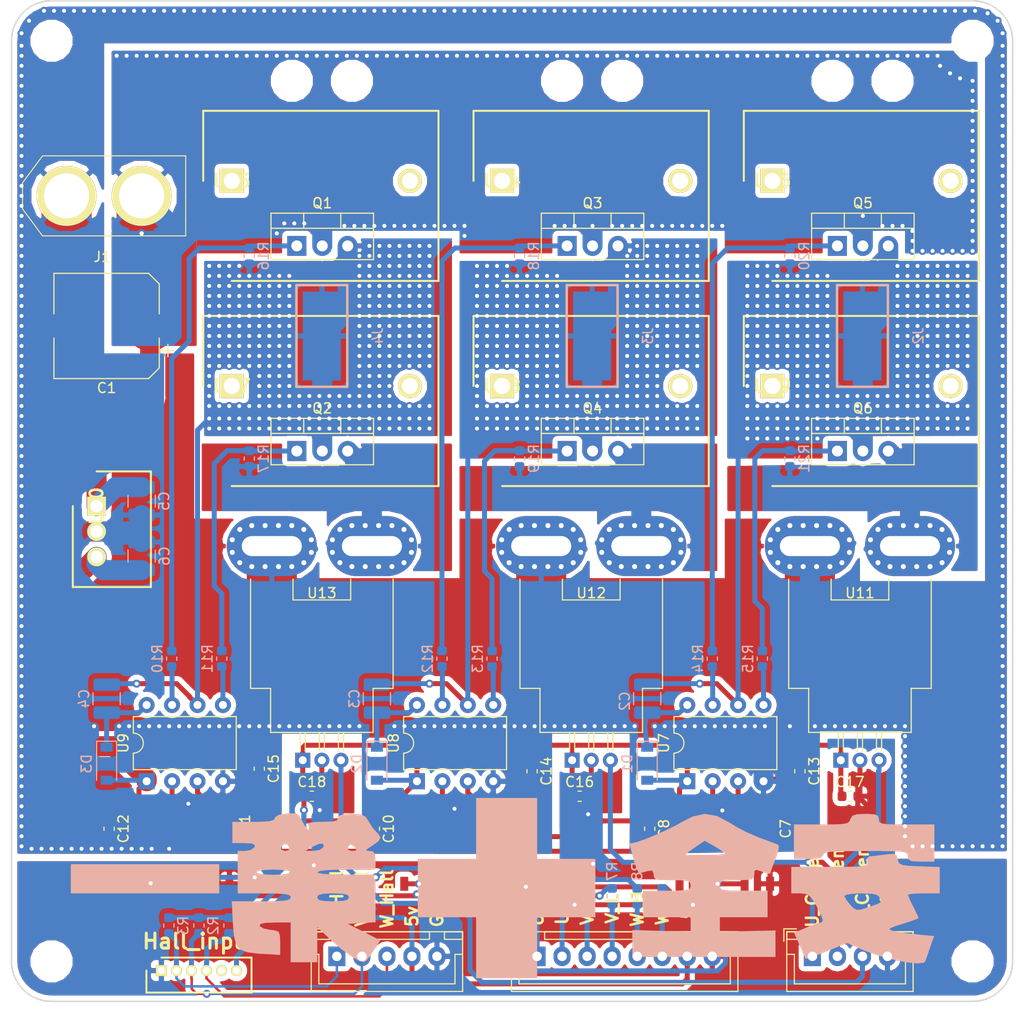
<source format=kicad_pcb>
(kicad_pcb (version 20171130) (host pcbnew "(5.0.0)")
  (layers (0 F.Cu mixed) (31 B.Cu mixed) (34 B.Paste user) (35 F.Paste user) (36 B.SilkS user) (37 F.SilkS user) (38 B.Mask user) (39 F.Mask user) (44 Edge.Cuts user))
  (net 0 "")
  (net 1 VCC)
  (net 2 GNDPWR)
  (net 3 "Net-(C2-Pad1)")
  (net 4 /U_Out)
  (net 5 /V_Out)
  (net 6 "Net-(C3-Pad1)")
  (net 7 "Net-(C4-Pad1)")
  (net 8 /W_Out)
  (net 9 +12V)
  (net 10 /input_U_H)
  (net 11 /input_U_L)
  (net 12 /input_V_H)
  (net 13 /input_V_L)
  (net 14 /input_W_H)
  (net 15 /input_W_L)
  (net 16 +5VL)
  (net 17 GND)
  (net 18 /U_ADC)
  (net 19 /V_ADC)
  (net 20 /W_ADC)
  (net 21 /U_Hall)
  (net 22 /V_Hall)
  (net 23 /W_Hall)
  (net 24 "Net-(Q1-Pad1)")
  (net 25 /W_Current)
  (net 26 "Net-(Q2-Pad1)")
  (net 27 "Net-(Q3-Pad1)")
  (net 28 /V_Current)
  (net 29 "Net-(Q4-Pad1)")
  (net 30 "Net-(Q5-Pad1)")
  (net 31 "Net-(Q6-Pad1)")
  (net 32 /U_Current)
  (net 33 "Net-(R4-Pad1)")
  (net 34 "Net-(R5-Pad1)")
  (net 35 "Net-(R6-Pad1)")
  (net 36 "Net-(R7-Pad1)")
  (net 37 "Net-(R8-Pad1)")
  (net 38 "Net-(R9-Pad1)")
  (net 39 /W_H)
  (net 40 /W_L)
  (net 41 /V_H)
  (net 42 /V_L)
  (net 43 /U_H)
  (net 44 /U_L)
  (net 45 "Net-(U1-Pad5)")
  (net 46 "Net-(U2-Pad5)")
  (net 47 "Net-(U3-Pad5)")
  (net 48 "Net-(U4-Pad5)")
  (net 49 "Net-(U5-Pad5)")
  (net 50 "Net-(U6-Pad5)")
  (module Kicad_Myfp:SHDR2W140P0X1780_1X2_2350X1700X2500P (layer F.Cu) (at 122 88.5)
    (fp_text reference U17 (at 0 0) (layer F.SilkS) (effects (font (size 1.27 1.27) (thickness 0.254))))
    (fp_text value Heatsink_V_L hide)
    (pad 2 thru_hole circle (at 17.8 0 90) (size 2.4 2.4) (drill 1.6) (layers *.Cu *.Mask F.SilkS))
    (pad 1 thru_hole rect (at 0 0 90) (size 2.4 2.4) (drill 1.6) (layers *.Cu *.Mask F.SilkS))
  )
  (module Capacitor_SMD:CP_Elec_10x7.9 (layer F.Cu) (at 109.5 82.5 180)
    (fp_text reference C1 (at 0 -6.2 180) (layer F.SilkS))
    (fp_text value 220uF)
    (pad 1 smd rect (at -4.35 0 180) (size 4.4 1.9) (layers F.Cu F.Paste F.Mask) (net 1 VCC))
    (pad 2 smd rect (at 4.35 0 180) (size 4.4 1.9) (layers F.Cu F.Paste F.Mask) (net 2 GNDPWR))
  )
  (module Capacitor_SMD:C_1210_3225Metric (layer B.Cu) (at 163.5 119.75 90)
    (fp_text reference C2 (at -0.25 -2.25 90) (layer B.SilkS) (effects (justify mirror)))
    (fp_text value 3.3uF)
    (pad 1 smd roundrect (at -1.4 0 90) (size 1.25 2.65) (layers B.Cu B.Paste B.Mask) (roundrect_rratio 0.2) (net 3 "Net-(C2-Pad1)"))
    (pad 2 smd roundrect (at 1.4 0 90) (size 1.25 2.65) (layers B.Cu B.Paste B.Mask) (roundrect_rratio 0.2) (net 4 /U_Out))
  )
  (module Capacitor_SMD:C_1210_3225Metric (layer B.Cu) (at 136.5 119.75 90)
    (fp_text reference C3 (at 0 -2.25 90) (layer B.SilkS) (effects (justify mirror)))
    (fp_text value 3.3uF)
    (pad 2 smd roundrect (at 1.4 0 90) (size 1.25 2.65) (layers B.Cu B.Paste B.Mask) (roundrect_rratio 0.2) (net 5 /V_Out))
    (pad 1 smd roundrect (at -1.4 0 90) (size 1.25 2.65) (layers B.Cu B.Paste B.Mask) (roundrect_rratio 0.2) (net 6 "Net-(C3-Pad1)"))
  )
  (module Capacitor_SMD:C_1210_3225Metric (layer B.Cu) (at 109.5 119.75 90)
    (fp_text reference C4 (at 0 -2.25 90) (layer B.SilkS) (effects (justify mirror)))
    (fp_text value 3.3uF)
    (pad 2 smd roundrect (at 1.4 0 90) (size 1.25 2.65) (layers B.Cu B.Paste B.Mask) (roundrect_rratio 0.2) (net 8 /W_Out))
    (pad 1 smd roundrect (at -1.4 0 90) (size 1.25 2.65) (layers B.Cu B.Paste B.Mask) (roundrect_rratio 0.2) (net 7 "Net-(C4-Pad1)"))
  )
  (module Capacitor_SMD:C_1210_3225Metric (layer B.Cu) (at 113 100 270)
    (fp_text reference C5 (at 0 -2.25 270) (layer B.SilkS) (effects (justify mirror)))
    (fp_text value 3.3uF)
    (pad 1 smd roundrect (at -1.4 0 270) (size 1.25 2.65) (layers B.Cu B.Paste B.Mask) (roundrect_rratio 0.2) (net 1 VCC))
    (pad 2 smd roundrect (at 1.4 0 270) (size 1.25 2.65) (layers B.Cu B.Paste B.Mask) (roundrect_rratio 0.2) (net 2 GNDPWR))
  )
  (module Capacitor_SMD:C_1210_3225Metric (layer B.Cu) (at 113 105.5 90)
    (fp_text reference C6 (at 0 2.28 90) (layer B.SilkS) (effects (justify mirror)))
    (fp_text value 3.3uF)
    (pad 2 smd roundrect (at 1.4 0 90) (size 1.25 2.65) (layers B.Cu B.Paste B.Mask) (roundrect_rratio 0.2) (net 2 GNDPWR))
    (pad 1 smd roundrect (at -1.4 0 90) (size 1.25 2.65) (layers B.Cu B.Paste B.Mask) (roundrect_rratio 0.2) (net 9 +12V))
  )
  (module Capacitor_SMD:C_0603_1608Metric (layer F.Cu) (at 178.75 132.75 90)
    (fp_text reference C7 (at 0 -1.43 90) (layer F.SilkS))
    (fp_text value 0.1uF)
    (pad 1 smd roundrect (at -0.7875 0 90) (size 0.875 0.95) (layers F.Cu F.Paste F.Mask) (net 9 +12V))
    (pad 2 smd roundrect (at 0.7875 0 90) (size 0.875 0.95) (layers F.Cu F.Paste F.Mask) (net 2 GNDPWR))
  )
  (module Capacitor_SMD:C_0603_1608Metric (layer F.Cu) (at 163.75 132.75 270)
    (fp_text reference C8 (at 0 -1.43 270) (layer F.SilkS))
    (fp_text value 0.1uF)
    (pad 2 smd roundrect (at 0.7875 0 270) (size 0.875 0.95) (layers F.Cu F.Paste F.Mask) (net 2 GNDPWR))
    (pad 1 smd roundrect (at -0.7875 0 270) (size 0.875 0.95) (layers F.Cu F.Paste F.Mask) (net 9 +12V))
  )
  (module Capacitor_SMD:C_0603_1608Metric (layer F.Cu) (at 151.75 132.75 90)
    (fp_text reference C9 (at 0 -1.43 90) (layer F.SilkS))
    (fp_text value 0.1uF)
    (pad 1 smd roundrect (at -0.7875 0 90) (size 0.875 0.95) (layers F.Cu F.Paste F.Mask) (net 9 +12V))
    (pad 2 smd roundrect (at 0.7875 0 90) (size 0.875 0.95) (layers F.Cu F.Paste F.Mask) (net 2 GNDPWR))
  )
  (module Capacitor_SMD:C_0603_1608Metric (layer F.Cu) (at 136.25 132.75 270)
    (fp_text reference C10 (at 0 -1.43 270) (layer F.SilkS))
    (fp_text value 0.1uF)
    (pad 2 smd roundrect (at 0.7875 0 270) (size 0.875 0.95) (layers F.Cu F.Paste F.Mask) (net 2 GNDPWR))
    (pad 1 smd roundrect (at -0.7875 0 270) (size 0.875 0.95) (layers F.Cu F.Paste F.Mask) (net 9 +12V))
  )
  (module Capacitor_SMD:C_0603_1608Metric (layer F.Cu) (at 124.75 132.75 90)
    (fp_text reference C11 (at 0 -1.43 90) (layer F.SilkS))
    (fp_text value 0.1uF)
    (pad 1 smd roundrect (at -0.7875 0 90) (size 0.875 0.95) (layers F.Cu F.Paste F.Mask) (net 9 +12V))
    (pad 2 smd roundrect (at 0.7875 0 90) (size 0.875 0.95) (layers F.Cu F.Paste F.Mask) (net 2 GNDPWR))
  )
  (module Capacitor_SMD:C_0603_1608Metric (layer F.Cu) (at 109.75 132.75 270)
    (fp_text reference C12 (at 0 -1.43 270) (layer F.SilkS))
    (fp_text value 0.1uF)
    (pad 2 smd roundrect (at 0.7875 0 270) (size 0.875 0.95) (layers F.Cu F.Paste F.Mask) (net 2 GNDPWR))
    (pad 1 smd roundrect (at -0.7875 0 270) (size 0.875 0.95) (layers F.Cu F.Paste F.Mask) (net 9 +12V))
  )
  (module Diode_SMD:D_SOD-123 (layer B.Cu) (at 163.5 126.25 270)
    (fp_text reference D1 (at 0 2 270) (layer B.SilkS) (effects (justify mirror)))
    (fp_text value D)
    (pad 1 smd rect (at -1.65 0 270) (size 0.9 1.2) (layers B.Cu B.Paste B.Mask) (net 3 "Net-(C2-Pad1)"))
    (pad 2 smd rect (at 1.65 0 270) (size 0.9 1.2) (layers B.Cu B.Paste B.Mask) (net 9 +12V))
  )
  (module Diode_SMD:D_SOD-123 (layer B.Cu) (at 136.5 126.25 270)
    (fp_text reference D2 (at 0 2 270) (layer B.SilkS) (effects (justify mirror)))
    (fp_text value D)
    (pad 2 smd rect (at 1.65 0 270) (size 0.9 1.2) (layers B.Cu B.Paste B.Mask) (net 9 +12V))
    (pad 1 smd rect (at -1.65 0 270) (size 0.9 1.2) (layers B.Cu B.Paste B.Mask) (net 6 "Net-(C3-Pad1)"))
  )
  (module Diode_SMD:D_SOD-123 (layer B.Cu) (at 109.5 126.25 270)
    (fp_text reference D3 (at 0 2 270) (layer B.SilkS) (effects (justify mirror)))
    (fp_text value D)
    (pad 1 smd rect (at -1.65 0 270) (size 0.9 1.2) (layers B.Cu B.Paste B.Mask) (net 7 "Net-(C4-Pad1)"))
    (pad 2 smd rect (at 1.65 0 270) (size 0.9 1.2) (layers B.Cu B.Paste B.Mask) (net 9 +12V))
  )
  (module Kicad_Myfp:XT60Conector (layer F.Cu) (at 105.5 69.5)
    (fp_text reference J1 (at 3.556 6.096) (layer F.SilkS))
    (fp_text value Vin)
    (pad 1 thru_hole circle (at 0 0) (size 6 6) (drill 4.5) (layers *.Cu *.Mask F.SilkS) (net 2 GNDPWR))
    (pad 2 thru_hole circle (at 7.5 0) (size 6 6) (drill 4.5) (layers *.Cu *.Mask F.SilkS) (net 1 VCC))
  )
  (module Kicad_Myfp:conecter_1 (layer B.Cu) (at 185 83.5 270)
    (fp_text reference J2 (at 0 -5.58 270) (layer B.SilkS) (effects (justify mirror)))
    (fp_text value U)
    (pad 1 connect rect (at 0 0 270) (size 8.89 3.81) (layers B.Cu B.Mask) (net 4 /U_Out))
  )
  (module Kicad_Myfp:conecter_1 (layer B.Cu) (at 158 83.5 270)
    (fp_text reference J3 (at 0 -5.58 270) (layer B.SilkS) (effects (justify mirror)))
    (fp_text value V)
    (pad 1 connect rect (at 0 0 270) (size 8.89 3.81) (layers B.Cu B.Mask) (net 5 /V_Out))
  )
  (module Kicad_Myfp:conecter_1 (layer B.Cu) (at 131 83.5 270)
    (fp_text reference J4 (at 0 -5.58 270) (layer B.SilkS) (effects (justify mirror)))
    (fp_text value W)
    (pad 1 connect rect (at 0 0 270) (size 8.89 3.81) (layers B.Cu B.Mask) (net 8 /W_Out))
  )
  (module Connector_JST:JST_XH_B08B-XH-A_1x08_P2.50mm_Vertical (layer F.Cu) (at 152.5 145.5)
    (fp_text reference J5 hide)
    (fp_text value Input_Signal)
    (pad 1 thru_hole rect (at 0 0) (size 1.7 1.95) (drill 0.95) (layers *.Cu *.Mask) (net 10 /input_U_H))
    (pad 2 thru_hole oval (at 2.5 0) (size 1.7 1.95) (drill 0.95) (layers *.Cu *.Mask) (net 11 /input_U_L))
    (pad 3 thru_hole oval (at 5 0) (size 1.7 1.95) (drill 0.95) (layers *.Cu *.Mask) (net 12 /input_V_H))
    (pad 4 thru_hole oval (at 7.5 0) (size 1.7 1.95) (drill 0.95) (layers *.Cu *.Mask) (net 13 /input_V_L))
    (pad 5 thru_hole oval (at 10 0) (size 1.7 1.95) (drill 0.95) (layers *.Cu *.Mask) (net 14 /input_W_H))
    (pad 6 thru_hole oval (at 12.5 0) (size 1.7 1.95) (drill 0.95) (layers *.Cu *.Mask) (net 15 /input_W_L))
    (pad 7 thru_hole oval (at 15 0) (size 1.7 1.95) (drill 0.95) (layers *.Cu *.Mask) (net 16 +5VL))
    (pad 8 thru_hole oval (at 17.5 0) (size 1.7 1.95) (drill 0.95) (layers *.Cu *.Mask) (net 17 GND))
  )
  (module Connector_JST:JST_XH_B04B-XH-A_1x04_P2.50mm_Vertical (layer F.Cu) (at 180 145.5)
    (fp_text reference J6 hide)
    (fp_text value Current_Sensor)
    (pad 1 thru_hole rect (at 0 0) (size 1.7 1.95) (drill 0.95) (layers *.Cu *.Mask) (net 18 /U_ADC))
    (pad 2 thru_hole oval (at 2.5 0) (size 1.7 1.95) (drill 0.95) (layers *.Cu *.Mask) (net 19 /V_ADC))
    (pad 3 thru_hole oval (at 5 0) (size 1.7 1.95) (drill 0.95) (layers *.Cu *.Mask) (net 20 /W_ADC))
    (pad 4 thru_hole oval (at 7.5 0) (size 1.7 1.95) (drill 0.95) (layers *.Cu *.Mask) (net 17 GND))
  )
  (module Connector_JST:JST_XH_B05B-XH-A_1x05_P2.50mm_Vertical (layer F.Cu) (at 132.5 145.5)
    (fp_text reference J7 hide)
    (fp_text value Hall_Sensor)
    (pad 1 thru_hole rect (at 0 0) (size 1.7 1.95) (drill 0.95) (layers *.Cu *.Mask) (net 21 /U_Hall))
    (pad 2 thru_hole oval (at 2.5 0) (size 1.7 1.95) (drill 0.95) (layers *.Cu *.Mask) (net 22 /V_Hall))
    (pad 3 thru_hole oval (at 5 0) (size 1.7 1.95) (drill 0.95) (layers *.Cu *.Mask) (net 23 /W_Hall))
    (pad 4 thru_hole oval (at 7.5 0) (size 1.7 1.95) (drill 0.95) (layers *.Cu *.Mask) (net 16 +5VL))
    (pad 5 thru_hole oval (at 10 0) (size 1.7 1.95) (drill 0.95) (layers *.Cu *.Mask) (net 17 GND))
  )
  (module SamacSys_Parts:SHDR6W50P0X150_1X6_1050X350X450P (layer F.Cu) (at 114.975 146.922 180)
    (fp_text reference J8 hide)
    (fp_text value Hall_input hide)
    (pad 1 thru_hole rect (at 0 0 270) (size 1.1 1.1) (drill 0.7) (layers *.Cu *.Mask F.SilkS) (net 17 GND))
    (pad 2 thru_hole circle (at -1.5 0 270) (size 1.1 1.1) (drill 0.7) (layers *.Cu *.Mask F.SilkS) (net 21 /U_Hall))
    (pad 3 thru_hole circle (at -3 0 270) (size 1.1 1.1) (drill 0.7) (layers *.Cu *.Mask F.SilkS) (net 22 /V_Hall))
    (pad 4 thru_hole circle (at -4.5 0 270) (size 1.1 1.1) (drill 0.7) (layers *.Cu *.Mask F.SilkS) (net 23 /W_Hall))
    (pad 5 thru_hole circle (at -6 0 270) (size 1.1 1.1) (drill 0.7) (layers *.Cu *.Mask F.SilkS))
    (pad 6 thru_hole circle (at -7.5 0 270) (size 1.1 1.1) (drill 0.7) (layers *.Cu *.Mask F.SilkS) (net 16 +5VL))
  )
  (module Mounting_Holes:MountingHole_3.2mm_M3 (layer F.Cu) (at 104 146)
    (fp_text reference MH1 hide)
    (fp_text value MountingHole)
    (pad 1 np_thru_hole circle (at 0 0) (size 3.2 3.2) (drill 3.2) (layers *.Cu *.Mask))
  )
  (module Mounting_Holes:MountingHole_3.2mm_M3 (layer F.Cu) (at 104 54)
    (fp_text reference MH2 hide)
    (fp_text value MountingHole)
    (pad 1 np_thru_hole circle (at 0 0) (size 3.2 3.2) (drill 3.2) (layers *.Cu *.Mask))
  )
  (module Mounting_Holes:MountingHole_3.2mm_M3 (layer F.Cu) (at 196 146)
    (fp_text reference MH3 hide)
    (fp_text value MountingHole)
    (pad 1 np_thru_hole circle (at 0 0) (size 3.2 3.2) (drill 3.2) (layers *.Cu *.Mask))
  )
  (module Mounting_Holes:MountingHole_3.2mm_M3 (layer F.Cu) (at 196 54)
    (fp_text reference MH4 hide)
    (fp_text value MountingHole)
    (pad 1 np_thru_hole circle (at 0 0) (size 3.2 3.2) (drill 3.2) (layers *.Cu *.Mask))
  )
  (module Package_TO_SOT_THT:TO-220-3_Vertical (layer F.Cu) (at 128.5 74.5)
    (fp_text reference Q1 (at 2.54 -4.27) (layer F.SilkS))
    (fp_text value Q_NMOS_GDS)
    (pad 1 thru_hole rect (at 0 0) (size 1.905 2) (drill 1.1) (layers *.Cu *.Mask) (net 24 "Net-(Q1-Pad1)"))
    (pad 2 thru_hole oval (at 2.54 0) (size 1.905 2) (drill 1.1) (layers *.Cu *.Mask) (net 1 VCC))
    (pad 3 thru_hole oval (at 5.08 0) (size 1.905 2) (drill 1.1) (layers *.Cu *.Mask) (net 8 /W_Out))
  )
  (module Package_TO_SOT_THT:TO-220-3_Vertical (layer F.Cu) (at 128.5 95)
    (fp_text reference Q2 (at 2.54 -4.27) (layer F.SilkS))
    (fp_text value Q_NMOS_GDS)
    (pad 3 thru_hole oval (at 5.08 0) (size 1.905 2) (drill 1.1) (layers *.Cu *.Mask) (net 25 /W_Current))
    (pad 2 thru_hole oval (at 2.54 0) (size 1.905 2) (drill 1.1) (layers *.Cu *.Mask) (net 8 /W_Out))
    (pad 1 thru_hole rect (at 0 0) (size 1.905 2) (drill 1.1) (layers *.Cu *.Mask) (net 26 "Net-(Q2-Pad1)"))
  )
  (module Package_TO_SOT_THT:TO-220-3_Vertical (layer F.Cu) (at 155.5 74.5)
    (fp_text reference Q3 (at 2.54 -4.27) (layer F.SilkS))
    (fp_text value Q_NMOS_GDS)
    (pad 1 thru_hole rect (at 0 0) (size 1.905 2) (drill 1.1) (layers *.Cu *.Mask) (net 27 "Net-(Q3-Pad1)"))
    (pad 2 thru_hole oval (at 2.54 0) (size 1.905 2) (drill 1.1) (layers *.Cu *.Mask) (net 1 VCC))
    (pad 3 thru_hole oval (at 5.08 0) (size 1.905 2) (drill 1.1) (layers *.Cu *.Mask) (net 5 /V_Out))
  )
  (module Package_TO_SOT_THT:TO-220-3_Vertical (layer F.Cu) (at 155.5 95)
    (fp_text reference Q4 (at 2.54 -4.27) (layer F.SilkS))
    (fp_text value Q_NMOS_GDS)
    (pad 3 thru_hole oval (at 5.08 0) (size 1.905 2) (drill 1.1) (layers *.Cu *.Mask) (net 28 /V_Current))
    (pad 2 thru_hole oval (at 2.54 0) (size 1.905 2) (drill 1.1) (layers *.Cu *.Mask) (net 5 /V_Out))
    (pad 1 thru_hole rect (at 0 0) (size 1.905 2) (drill 1.1) (layers *.Cu *.Mask) (net 29 "Net-(Q4-Pad1)"))
  )
  (module Package_TO_SOT_THT:TO-220-3_Vertical (layer F.Cu) (at 182.5 74.5)
    (fp_text reference Q5 (at 2.54 -4.27) (layer F.SilkS))
    (fp_text value Q_NMOS_GDS)
    (pad 3 thru_hole oval (at 5.08 0) (size 1.905 2) (drill 1.1) (layers *.Cu *.Mask) (net 4 /U_Out))
    (pad 2 thru_hole oval (at 2.54 0) (size 1.905 2) (drill 1.1) (layers *.Cu *.Mask) (net 1 VCC))
    (pad 1 thru_hole rect (at 0 0) (size 1.905 2) (drill 1.1) (layers *.Cu *.Mask) (net 30 "Net-(Q5-Pad1)"))
  )
  (module Package_TO_SOT_THT:TO-220-3_Vertical (layer F.Cu) (at 182.5 95)
    (fp_text reference Q6 (at 2.54 -4.27) (layer F.SilkS))
    (fp_text value Q_NMOS_GDS)
    (pad 1 thru_hole rect (at 0 0) (size 1.905 2) (drill 1.1) (layers *.Cu *.Mask) (net 31 "Net-(Q6-Pad1)"))
    (pad 2 thru_hole oval (at 2.54 0) (size 1.905 2) (drill 1.1) (layers *.Cu *.Mask) (net 4 /U_Out))
    (pad 3 thru_hole oval (at 5.08 0) (size 1.905 2) (drill 1.1) (layers *.Cu *.Mask) (net 32 /U_Current))
  )
  (module Resistor_SMD:R_0603_1608Metric (layer B.Cu) (at 121.725 142.422 90)
    (fp_text reference R1 (at 0 1.43 90) (layer B.SilkS) (effects (justify mirror)))
    (fp_text value 10k)
    (pad 2 smd roundrect (at 0.7875 0 90) (size 0.875 0.95) (layers B.Cu B.Paste B.Mask) (net 16 +5VL))
    (pad 1 smd roundrect (at -0.7875 0 90) (size 0.875 0.95) (layers B.Cu B.Paste B.Mask) (net 23 /W_Hall))
  )
  (module Resistor_SMD:R_0603_1608Metric (layer B.Cu) (at 118.725 142.422 90)
    (fp_text reference R2 (at 0 1.43 90) (layer B.SilkS) (effects (justify mirror)))
    (fp_text value 10k)
    (pad 1 smd roundrect (at -0.7875 0 90) (size 0.875 0.95) (layers B.Cu B.Paste B.Mask) (net 22 /V_Hall))
    (pad 2 smd roundrect (at 0.7875 0 90) (size 0.875 0.95) (layers B.Cu B.Paste B.Mask) (net 16 +5VL))
  )
  (module Resistor_SMD:R_0603_1608Metric (layer B.Cu) (at 115.725 142.422 90)
    (fp_text reference R3 (at 0 1.43 90) (layer B.SilkS) (effects (justify mirror)))
    (fp_text value 10k)
    (pad 2 smd roundrect (at 0.7875 0 90) (size 0.875 0.95) (layers B.Cu B.Paste B.Mask) (net 16 +5VL))
    (pad 1 smd roundrect (at -0.7875 0 90) (size 0.875 0.95) (layers B.Cu B.Paste B.Mask) (net 21 /U_Hall))
  )
  (module Resistor_SMD:R_0603_1608Metric (layer B.Cu) (at 152.5 139.5 270)
    (fp_text reference R4 (at -2.5 0 270) (layer B.SilkS) (effects (justify mirror)))
    (fp_text value 330)
    (pad 1 smd roundrect (at -0.7875 0 270) (size 0.875 0.95) (layers B.Cu B.Paste B.Mask) (net 33 "Net-(R4-Pad1)"))
    (pad 2 smd roundrect (at 0.7875 0 270) (size 0.875 0.95) (layers B.Cu B.Paste B.Mask) (net 10 /input_U_H))
  )
  (module Resistor_SMD:R_0603_1608Metric (layer B.Cu) (at 155 139.5 270)
    (fp_text reference R5 (at -2.5 0 270) (layer B.SilkS) (effects (justify mirror)))
    (fp_text value 330)
    (pad 2 smd roundrect (at 0.7875 0 270) (size 0.875 0.95) (layers B.Cu B.Paste B.Mask) (net 11 /input_U_L))
    (pad 1 smd roundrect (at -0.7875 0 270) (size 0.875 0.95) (layers B.Cu B.Paste B.Mask) (net 34 "Net-(R5-Pad1)"))
  )
  (module Resistor_SMD:R_0603_1608Metric (layer B.Cu) (at 157.5 139.5 270)
    (fp_text reference R6 (at -2.5 0 270) (layer B.SilkS) (effects (justify mirror)))
    (fp_text value 330)
    (pad 1 smd roundrect (at -0.7875 0 270) (size 0.875 0.95) (layers B.Cu B.Paste B.Mask) (net 35 "Net-(R6-Pad1)"))
    (pad 2 smd roundrect (at 0.7875 0 270) (size 0.875 0.95) (layers B.Cu B.Paste B.Mask) (net 12 /input_V_H))
  )
  (module Resistor_SMD:R_0603_1608Metric (layer B.Cu) (at 160 139.5 270)
    (fp_text reference R7 (at -2.5 0 270) (layer B.SilkS) (effects (justify mirror)))
    (fp_text value 330)
    (pad 2 smd roundrect (at 0.7875 0 270) (size 0.875 0.95) (layers B.Cu B.Paste B.Mask) (net 13 /input_V_L))
    (pad 1 smd roundrect (at -0.7875 0 270) (size 0.875 0.95) (layers B.Cu B.Paste B.Mask) (net 36 "Net-(R7-Pad1)"))
  )
  (module Resistor_SMD:R_0603_1608Metric (layer B.Cu) (at 162.5 139.5 270)
    (fp_text reference R8 (at -2.5 0 270) (layer B.SilkS) (effects (justify mirror)))
    (fp_text value 330)
    (pad 1 smd roundrect (at -0.7875 0 270) (size 0.875 0.95) (layers B.Cu B.Paste B.Mask) (net 37 "Net-(R8-Pad1)"))
    (pad 2 smd roundrect (at 0.7875 0 270) (size 0.875 0.95) (layers B.Cu B.Paste B.Mask) (net 14 /input_W_H))
  )
  (module Resistor_SMD:R_0603_1608Metric (layer B.Cu) (at 165 139.5 270)
    (fp_text reference R9 (at -2.5 0 270) (layer B.SilkS) (effects (justify mirror)))
    (fp_text value 330)
    (pad 1 smd roundrect (at -0.7875 0 270) (size 0.875 0.95) (layers B.Cu B.Paste B.Mask) (net 38 "Net-(R9-Pad1)"))
    (pad 2 smd roundrect (at 0.7875 0 270) (size 0.875 0.95) (layers B.Cu B.Paste B.Mask) (net 15 /input_W_L))
  )
  (module Resistor_SMD:R_0603_1608Metric (layer B.Cu) (at 116 115.75 270)
    (fp_text reference R10 (at 0 1.43 270) (layer B.SilkS) (effects (justify mirror)))
    (fp_text value 20-100)
    (pad 1 smd roundrect (at -0.7875 0 270) (size 0.875 0.95) (layers B.Cu B.Paste B.Mask) (net 24 "Net-(Q1-Pad1)"))
    (pad 2 smd roundrect (at 0.7875 0 270) (size 0.875 0.95) (layers B.Cu B.Paste B.Mask) (net 39 /W_H))
  )
  (module Resistor_SMD:R_0603_1608Metric (layer B.Cu) (at 121 115.75 270)
    (fp_text reference R11 (at 0 1.43 270) (layer B.SilkS) (effects (justify mirror)))
    (fp_text value 20-100)
    (pad 2 smd roundrect (at 0.7875 0 270) (size 0.875 0.95) (layers B.Cu B.Paste B.Mask) (net 40 /W_L))
    (pad 1 smd roundrect (at -0.7875 0 270) (size 0.875 0.95) (layers B.Cu B.Paste B.Mask) (net 26 "Net-(Q2-Pad1)"))
  )
  (module Resistor_SMD:R_0603_1608Metric (layer B.Cu) (at 143 115.75 270)
    (fp_text reference R12 (at 0 1.43 270) (layer B.SilkS) (effects (justify mirror)))
    (fp_text value 20-100)
    (pad 1 smd roundrect (at -0.7875 0 270) (size 0.875 0.95) (layers B.Cu B.Paste B.Mask) (net 27 "Net-(Q3-Pad1)"))
    (pad 2 smd roundrect (at 0.7875 0 270) (size 0.875 0.95) (layers B.Cu B.Paste B.Mask) (net 41 /V_H))
  )
  (module Resistor_SMD:R_0603_1608Metric (layer B.Cu) (at 148 115.75 270)
    (fp_text reference R13 (at 0 1.43 270) (layer B.SilkS) (effects (justify mirror)))
    (fp_text value 20-100)
    (pad 2 smd roundrect (at 0.7875 0 270) (size 0.875 0.95) (layers B.Cu B.Paste B.Mask) (net 42 /V_L))
    (pad 1 smd roundrect (at -0.7875 0 270) (size 0.875 0.95) (layers B.Cu B.Paste B.Mask) (net 29 "Net-(Q4-Pad1)"))
  )
  (module Resistor_SMD:R_0603_1608Metric (layer B.Cu) (at 170 115.75 270)
    (fp_text reference R14 (at 0 1.43 270) (layer B.SilkS) (effects (justify mirror)))
    (fp_text value 20-100)
    (pad 1 smd roundrect (at -0.7875 0 270) (size 0.875 0.95) (layers B.Cu B.Paste B.Mask) (net 30 "Net-(Q5-Pad1)"))
    (pad 2 smd roundrect (at 0.7875 0 270) (size 0.875 0.95) (layers B.Cu B.Paste B.Mask) (net 43 /U_H))
  )
  (module Resistor_SMD:R_0603_1608Metric (layer B.Cu) (at 175 115.75 270)
    (fp_text reference R15 (at 0 1.43 270) (layer B.SilkS) (effects (justify mirror)))
    (fp_text value 20-100)
    (pad 2 smd roundrect (at 0.7875 0 270) (size 0.875 0.95) (layers B.Cu B.Paste B.Mask) (net 44 /U_L))
    (pad 1 smd roundrect (at -0.7875 0 270) (size 0.875 0.95) (layers B.Cu B.Paste B.Mask) (net 31 "Net-(Q6-Pad1)"))
  )
  (module Resistor_SMD:R_0603_1608Metric (layer B.Cu) (at 123.75 75.5 90)
    (fp_text reference R16 (at 0 1.43 90) (layer B.SilkS) (effects (justify mirror)))
    (fp_text value 220k)
    (pad 2 smd roundrect (at 0.7875 0 90) (size 0.875 0.95) (layers B.Cu B.Paste B.Mask) (net 24 "Net-(Q1-Pad1)"))
    (pad 1 smd roundrect (at -0.7875 0 90) (size 0.875 0.95) (layers B.Cu B.Paste B.Mask) (net 8 /W_Out))
  )
  (module Resistor_SMD:R_0603_1608Metric (layer B.Cu) (at 123.75 95.75 90)
    (fp_text reference R17 (at 0 1.43 90) (layer B.SilkS) (effects (justify mirror)))
    (fp_text value 220k)
    (pad 1 smd roundrect (at -0.7875 0 90) (size 0.875 0.95) (layers B.Cu B.Paste B.Mask) (net 25 /W_Current))
    (pad 2 smd roundrect (at 0.7875 0 90) (size 0.875 0.95) (layers B.Cu B.Paste B.Mask) (net 26 "Net-(Q2-Pad1)"))
  )
  (module Resistor_SMD:R_0603_1608Metric (layer B.Cu) (at 150.75 75.5 90)
    (fp_text reference R18 (at 0 1.43 90) (layer B.SilkS) (effects (justify mirror)))
    (fp_text value 220k)
    (pad 2 smd roundrect (at 0.7875 0 90) (size 0.875 0.95) (layers B.Cu B.Paste B.Mask) (net 27 "Net-(Q3-Pad1)"))
    (pad 1 smd roundrect (at -0.7875 0 90) (size 0.875 0.95) (layers B.Cu B.Paste B.Mask) (net 5 /V_Out))
  )
  (module Resistor_SMD:R_0603_1608Metric (layer B.Cu) (at 150.75 95.75 90)
    (fp_text reference R19 (at 0 1.43 90) (layer B.SilkS) (effects (justify mirror)))
    (fp_text value 220k)
    (pad 1 smd roundrect (at -0.7875 0 90) (size 0.875 0.95) (layers B.Cu B.Paste B.Mask) (net 28 /V_Current))
    (pad 2 smd roundrect (at 0.7875 0 90) (size 0.875 0.95) (layers B.Cu B.Paste B.Mask) (net 29 "Net-(Q4-Pad1)"))
  )
  (module Resistor_SMD:R_0603_1608Metric (layer B.Cu) (at 177.75 75.5 90)
    (fp_text reference R20 (at 0 1.43 90) (layer B.SilkS) (effects (justify mirror)))
    (fp_text value 220k)
    (pad 2 smd roundrect (at 0.7875 0 90) (size 0.875 0.95) (layers B.Cu B.Paste B.Mask) (net 30 "Net-(Q5-Pad1)"))
    (pad 1 smd roundrect (at -0.7875 0 90) (size 0.875 0.95) (layers B.Cu B.Paste B.Mask) (net 4 /U_Out))
  )
  (module Resistor_SMD:R_0603_1608Metric (layer B.Cu) (at 177.75 95.75 90)
    (fp_text reference R21 (at 0 1.43 90) (layer B.SilkS) (effects (justify mirror)))
    (fp_text value 220k)
    (pad 1 smd roundrect (at -0.7875 0 90) (size 0.875 0.95) (layers B.Cu B.Paste B.Mask) (net 32 /U_Current))
    (pad 2 smd roundrect (at 0.7875 0 90) (size 0.875 0.95) (layers B.Cu B.Paste B.Mask) (net 31 "Net-(Q6-Pad1)"))
  )
  (module Kicad_Myfp:SO-6 (layer F.Cu) (at 168 135)
    (fp_text reference U1)
    (fp_text value TLP152)
    (pad 6 smd rect (at -1.27 -3.25) (size 0.8 1.4) (layers F.Cu F.Paste F.Mask) (net 9 +12V))
    (pad 5 smd rect (at 0 -3.25) (size 0.8 1.4) (layers F.Cu F.Paste F.Mask) (net 45 "Net-(U1-Pad5)"))
    (pad 4 smd rect (at 1.27 -3.25) (size 0.8 1.4) (layers F.Cu F.Paste F.Mask) (net 2 GNDPWR))
    (pad 1 smd rect (at -1.27 3.25) (size 0.8 1.4) (layers F.Cu F.Paste F.Mask) (net 33 "Net-(R4-Pad1)"))
    (pad 3 smd rect (at 1.27 3.25) (size 0.8 1.4) (layers F.Cu F.Paste F.Mask) (net 17 GND))
  )
  (module Kicad_Myfp:SO-6 (layer F.Cu) (at 174.5 135)
    (fp_text reference U2)
    (fp_text value TLP152)
    (pad 3 smd rect (at 1.27 3.25) (size 0.8 1.4) (layers F.Cu F.Paste F.Mask) (net 17 GND))
    (pad 1 smd rect (at -1.27 3.25) (size 0.8 1.4) (layers F.Cu F.Paste F.Mask) (net 34 "Net-(R5-Pad1)"))
    (pad 4 smd rect (at 1.27 -3.25) (size 0.8 1.4) (layers F.Cu F.Paste F.Mask) (net 2 GNDPWR))
    (pad 5 smd rect (at 0 -3.25) (size 0.8 1.4) (layers F.Cu F.Paste F.Mask) (net 46 "Net-(U2-Pad5)"))
    (pad 6 smd rect (at -1.27 -3.25) (size 0.8 1.4) (layers F.Cu F.Paste F.Mask) (net 9 +12V))
  )
  (module Kicad_Myfp:SO-6 (layer F.Cu) (at 140.5 135)
    (fp_text reference U3)
    (fp_text value TLP152)
    (pad 6 smd rect (at -1.27 -3.25) (size 0.8 1.4) (layers F.Cu F.Paste F.Mask) (net 9 +12V))
    (pad 5 smd rect (at 0 -3.25) (size 0.8 1.4) (layers F.Cu F.Paste F.Mask) (net 47 "Net-(U3-Pad5)"))
    (pad 4 smd rect (at 1.27 -3.25) (size 0.8 1.4) (layers F.Cu F.Paste F.Mask) (net 2 GNDPWR))
    (pad 1 smd rect (at -1.27 3.25) (size 0.8 1.4) (layers F.Cu F.Paste F.Mask) (net 35 "Net-(R6-Pad1)"))
    (pad 3 smd rect (at 1.27 3.25) (size 0.8 1.4) (layers F.Cu F.Paste F.Mask) (net 17 GND))
  )
  (module Kicad_Myfp:SO-6 (layer F.Cu) (at 147.5 135)
    (fp_text reference U4)
    (fp_text value TLP152)
    (pad 3 smd rect (at 1.27 3.25) (size 0.8 1.4) (layers F.Cu F.Paste F.Mask) (net 17 GND))
    (pad 1 smd rect (at -1.27 3.25) (size 0.8 1.4) (layers F.Cu F.Paste F.Mask) (net 36 "Net-(R7-Pad1)"))
    (pad 4 smd rect (at 1.27 -3.25) (size 0.8 1.4) (layers F.Cu F.Paste F.Mask) (net 2 GNDPWR))
    (pad 5 smd rect (at 0 -3.25) (size 0.8 1.4) (layers F.Cu F.Paste F.Mask) (net 48 "Net-(U4-Pad5)"))
    (pad 6 smd rect (at -1.27 -3.25) (size 0.8 1.4) (layers F.Cu F.Paste F.Mask) (net 9 +12V))
  )
  (module Kicad_Myfp:SO-6 (layer F.Cu) (at 114 135)
    (fp_text reference U5)
    (fp_text value TLP152)
    (pad 6 smd rect (at -1.27 -3.25) (size 0.8 1.4) (layers F.Cu F.Paste F.Mask) (net 9 +12V))
    (pad 5 smd rect (at 0 -3.25) (size 0.8 1.4) (layers F.Cu F.Paste F.Mask) (net 49 "Net-(U5-Pad5)"))
    (pad 4 smd rect (at 1.27 -3.25) (size 0.8 1.4) (layers F.Cu F.Paste F.Mask) (net 2 GNDPWR))
    (pad 1 smd rect (at -1.27 3.25) (size 0.8 1.4) (layers F.Cu F.Paste F.Mask) (net 37 "Net-(R8-Pad1)"))
    (pad 3 smd rect (at 1.27 3.25) (size 0.8 1.4) (layers F.Cu F.Paste F.Mask) (net 17 GND))
  )
  (module Kicad_Myfp:SO-6 (layer F.Cu) (at 120.5 135)
    (fp_text reference U6)
    (fp_text value TLP152)
    (pad 3 smd rect (at 1.27 3.25) (size 0.8 1.4) (layers F.Cu F.Paste F.Mask) (net 17 GND))
    (pad 1 smd rect (at -1.27 3.25) (size 0.8 1.4) (layers F.Cu F.Paste F.Mask) (net 38 "Net-(R9-Pad1)"))
    (pad 4 smd rect (at 1.27 -3.25) (size 0.8 1.4) (layers F.Cu F.Paste F.Mask) (net 2 GNDPWR))
    (pad 5 smd rect (at 0 -3.25) (size 0.8 1.4) (layers F.Cu F.Paste F.Mask) (net 50 "Net-(U6-Pad5)"))
    (pad 6 smd rect (at -1.27 -3.25) (size 0.8 1.4) (layers F.Cu F.Paste F.Mask) (net 9 +12V))
  )
  (module Package_DIP:DIP-8_W7.62mm (layer F.Cu) (at 167.5 128 90)
    (fp_text reference U7 (at 3.81 -2.33 90) (layer F.SilkS))
    (fp_text value IR2108)
    (pad 1 thru_hole rect (at 0 0 90) (size 1.6 1.6) (drill 0.8) (layers *.Cu *.Mask) (net 9 +12V))
    (pad 5 thru_hole oval (at 7.62 7.62 90) (size 1.6 1.6) (drill 0.8) (layers *.Cu *.Mask) (net 44 /U_L))
    (pad 2 thru_hole oval (at 0 2.54 90) (size 1.6 1.6) (drill 0.8) (layers *.Cu *.Mask) (net 45 "Net-(U1-Pad5)"))
    (pad 6 thru_hole oval (at 7.62 5.08 90) (size 1.6 1.6) (drill 0.8) (layers *.Cu *.Mask) (net 4 /U_Out))
    (pad 3 thru_hole oval (at 0 5.08 90) (size 1.6 1.6) (drill 0.8) (layers *.Cu *.Mask) (net 46 "Net-(U2-Pad5)"))
    (pad 7 thru_hole oval (at 7.62 2.54 90) (size 1.6 1.6) (drill 0.8) (layers *.Cu *.Mask) (net 43 /U_H))
    (pad 4 thru_hole oval (at 0 7.62 90) (size 1.6 1.6) (drill 0.8) (layers *.Cu *.Mask) (net 2 GNDPWR))
    (pad 8 thru_hole oval (at 7.62 0 90) (size 1.6 1.6) (drill 0.8) (layers *.Cu *.Mask) (net 3 "Net-(C2-Pad1)"))
  )
  (module Package_DIP:DIP-8_W7.62mm (layer F.Cu) (at 140.5 128 90)
    (fp_text reference U8 (at 3.81 -2.33 90) (layer F.SilkS))
    (fp_text value IR2108)
    (pad 1 thru_hole rect (at 0 0 90) (size 1.6 1.6) (drill 0.8) (layers *.Cu *.Mask) (net 9 +12V))
    (pad 5 thru_hole oval (at 7.62 7.62 90) (size 1.6 1.6) (drill 0.8) (layers *.Cu *.Mask) (net 42 /V_L))
    (pad 2 thru_hole oval (at 0 2.54 90) (size 1.6 1.6) (drill 0.8) (layers *.Cu *.Mask) (net 47 "Net-(U3-Pad5)"))
    (pad 6 thru_hole oval (at 7.62 5.08 90) (size 1.6 1.6) (drill 0.8) (layers *.Cu *.Mask) (net 5 /V_Out))
    (pad 3 thru_hole oval (at 0 5.08 90) (size 1.6 1.6) (drill 0.8) (layers *.Cu *.Mask) (net 48 "Net-(U4-Pad5)"))
    (pad 7 thru_hole oval (at 7.62 2.54 90) (size 1.6 1.6) (drill 0.8) (layers *.Cu *.Mask) (net 41 /V_H))
    (pad 4 thru_hole oval (at 0 7.62 90) (size 1.6 1.6) (drill 0.8) (layers *.Cu *.Mask) (net 2 GNDPWR))
    (pad 8 thru_hole oval (at 7.62 0 90) (size 1.6 1.6) (drill 0.8) (layers *.Cu *.Mask) (net 6 "Net-(C3-Pad1)"))
  )
  (module Package_DIP:DIP-8_W7.62mm (layer F.Cu) (at 113.5 128 90)
    (fp_text reference U9 (at 3.81 -2.33 90) (layer F.SilkS))
    (fp_text value IR2108)
    (pad 8 thru_hole oval (at 7.62 0 90) (size 1.6 1.6) (drill 0.8) (layers *.Cu *.Mask) (net 7 "Net-(C4-Pad1)"))
    (pad 4 thru_hole oval (at 0 7.62 90) (size 1.6 1.6) (drill 0.8) (layers *.Cu *.Mask) (net 2 GNDPWR))
    (pad 7 thru_hole oval (at 7.62 2.54 90) (size 1.6 1.6) (drill 0.8) (layers *.Cu *.Mask) (net 39 /W_H))
    (pad 3 thru_hole oval (at 0 5.08 90) (size 1.6 1.6) (drill 0.8) (layers *.Cu *.Mask) (net 50 "Net-(U6-Pad5)"))
    (pad 6 thru_hole oval (at 7.62 5.08 90) (size 1.6 1.6) (drill 0.8) (layers *.Cu *.Mask) (net 8 /W_Out))
    (pad 2 thru_hole oval (at 0 2.54 90) (size 1.6 1.6) (drill 0.8) (layers *.Cu *.Mask) (net 49 "Net-(U5-Pad5)"))
    (pad 5 thru_hole oval (at 7.62 7.62 90) (size 1.6 1.6) (drill 0.8) (layers *.Cu *.Mask) (net 40 /W_L))
    (pad 1 thru_hole rect (at 0 0 90) (size 1.6 1.6) (drill 0.8) (layers *.Cu *.Mask) (net 9 +12V))
  )
  (module SamacSys_Parts:SHDR3W75P0X254_1X3_1128X755X1070P (layer F.Cu) (at 108.5 100.5 270)
    (fp_text reference U10 (at 0 0 270) (layer F.SilkS) (effects (font (size 1.27 1.27) (thickness 0.254))))
    (fp_text value L7812 hide)
    (pad 1 thru_hole rect (at 0 0) (size 1.875 1.875) (drill 1.25) (layers *.Cu *.Mask F.SilkS) (net 1 VCC))
    (pad 2 thru_hole circle (at 2.54 0) (size 1.875 1.875) (drill 1.25) (layers *.Cu *.Mask F.SilkS) (net 2 GNDPWR))
    (pad 3 thru_hole circle (at 5.08 0) (size 1.875 1.875) (drill 1.25) (layers *.Cu *.Mask F.SilkS) (net 9 +12V))
  )
  (module Sensor_Current:Allegro_CB_PFF (layer F.Cu) (at 182.84 125.9)
    (fp_text reference U11 (at 1.91 -16.7) (layer F.SilkS))
    (fp_text value ACS758xCB-100U-PFF)
    (pad 5 thru_hole oval (at -3.09 -21.4) (size 9 6) (drill oval 6 2) (layers *.Cu *.Mask) (net 2 GNDPWR))
    (pad 4 thru_hole oval (at 6.91 -21.4) (size 9 6) (drill oval 6 2) (layers *.Cu *.Mask) (net 32 /U_Current))
    (pad 1 thru_hole rect (at 0 0) (size 1.5 1.5) (drill 0.8) (layers *.Cu *.Mask) (net 16 +5VL))
    (pad 3 thru_hole circle (at 3.82 0) (size 1.5 1.5) (drill 0.8) (layers *.Cu *.Mask) (net 18 /U_ADC))
    (pad 2 thru_hole circle (at 1.91 0) (size 1.5 1.5) (drill 0.8) (layers *.Cu *.Mask) (net 17 GND))
    (pad 5 thru_hole oval (at 0.86 -22.03 295) (size 0.8 0.8) (drill 0.5) (layers *.Cu *.Mask) (net 2 GNDPWR))
    (pad 5 thru_hole oval (at 0.86 -20.77 65) (size 0.8 0.8) (drill 0.5) (layers *.Cu *.Mask) (net 2 GNDPWR))
    (pad 5 thru_hole circle (at 0.11 -19.74) (size 0.8 0.8) (drill 0.5) (layers *.Cu *.Mask) (net 2 GNDPWR))
    (pad 5 thru_hole circle (at 0.11 -23.06) (size 0.8 0.8) (drill 0.5) (layers *.Cu *.Mask) (net 2 GNDPWR))
    (pad 5 thru_hole circle (at -7.04 -22.03) (size 0.8 0.8) (drill 0.5) (layers *.Cu *.Mask) (net 2 GNDPWR))
    (pad 5 thru_hole circle (at -7.04 -20.77) (size 0.8 0.8) (drill 0.5) (layers *.Cu *.Mask) (net 2 GNDPWR))
    (pad 5 thru_hole circle (at -6.29 -19.74) (size 0.8 0.8) (drill 0.5) (layers *.Cu *.Mask) (net 2 GNDPWR))
    (pad 5 thru_hole circle (at -6.29 -23.06) (size 0.8 0.8) (drill 0.5) (layers *.Cu *.Mask) (net 2 GNDPWR))
    (pad 5 thru_hole circle (at -2.42 -19.35) (size 0.8 0.8) (drill 0.5) (layers *.Cu *.Mask) (net 2 GNDPWR))
    (pad 5 thru_hole circle (at -3.76 -19.35) (size 0.8 0.8) (drill 0.5) (layers *.Cu *.Mask) (net 2 GNDPWR))
    (pad 5 thru_hole circle (at -1.09 -19.35) (size 0.8 0.8) (drill 0.5) (layers *.Cu *.Mask) (net 2 GNDPWR))
    (pad 5 thru_hole circle (at -5.09 -19.35) (size 0.8 0.8) (drill 0.5) (layers *.Cu *.Mask) (net 2 GNDPWR))
    (pad 5 thru_hole circle (at -2.42 -23.45) (size 0.8 0.8) (drill 0.5) (layers *.Cu *.Mask) (net 2 GNDPWR))
    (pad 5 thru_hole circle (at -3.76 -23.45) (size 0.8 0.8) (drill 0.5) (layers *.Cu *.Mask) (net 2 GNDPWR))
    (pad 5 thru_hole circle (at -5.09 -23.45) (size 0.8 0.8) (drill 0.5) (layers *.Cu *.Mask) (net 2 GNDPWR))
    (pad 5 thru_hole circle (at -1.09 -23.45) (size 0.8 0.8) (drill 0.5) (layers *.Cu *.Mask) (net 2 GNDPWR))
    (pad 4 thru_hole circle (at 3.71 -19.74) (size 0.8 0.8) (drill 0.5) (layers *.Cu *.Mask) (net 32 /U_Current))
    (pad 4 thru_hole circle (at 3.71 -23.06) (size 0.8 0.8) (drill 0.5) (layers *.Cu *.Mask) (net 32 /U_Current))
    (pad 4 thru_hole oval (at 2.96 -20.77 295) (size 0.8 0.8) (drill 0.5) (layers *.Cu *.Mask) (net 32 /U_Current))
    (pad 4 thru_hole oval (at 2.96 -22.03 65) (size 0.8 0.8) (drill 0.5) (layers *.Cu *.Mask) (net 32 /U_Current))
    (pad 4 thru_hole circle (at 10.11 -19.74) (size 0.8 0.8) (drill 0.5) (layers *.Cu *.Mask) (net 32 /U_Current))
    (pad 4 thru_hole circle (at 10.11 -23.06) (size 0.8 0.8) (drill 0.5) (layers *.Cu *.Mask) (net 32 /U_Current))
    (pad 4 thru_hole circle (at 10.86 -22.03) (size 0.8 0.8) (drill 0.5) (layers *.Cu *.Mask) (net 32 /U_Current))
    (pad 4 thru_hole circle (at 8.91 -19.35) (size 0.8 0.8) (drill 0.5) (layers *.Cu *.Mask) (net 32 /U_Current))
    (pad 4 thru_hole circle (at 7.58 -19.35) (size 0.8 0.8) (drill 0.5) (layers *.Cu *.Mask) (net 32 /U_Current))
    (pad 4 thru_hole circle (at 6.24 -19.35) (size 0.8 0.8) (drill 0.5) (layers *.Cu *.Mask) (net 32 /U_Current))
    (pad 4 thru_hole circle (at 4.91 -19.35) (size 0.8 0.8) (drill 0.5) (layers *.Cu *.Mask) (net 32 /U_Current))
    (pad 4 thru_hole circle (at 8.91 -23.45) (size 0.8 0.8) (drill 0.5) (layers *.Cu *.Mask) (net 32 /U_Current))
    (pad 4 thru_hole circle (at 7.58 -23.45) (size 0.8 0.8) (drill 0.5) (layers *.Cu *.Mask) (net 32 /U_Current))
    (pad 4 thru_hole circle (at 6.24 -23.45) (size 0.8 0.8) (drill 0.5) (layers *.Cu *.Mask) (net 32 /U_Current))
    (pad 4 thru_hole circle (at 4.91 -23.45) (size 0.8 0.8) (drill 0.5) (layers *.Cu *.Mask) (net 32 /U_Current))
    (pad 4 thru_hole circle (at 10.86 -20.77) (size 0.8 0.8) (drill 0.5) (layers *.Cu *.Mask) (net 32 /U_Current))
  )
  (module Sensor_Current:Allegro_CB_PFF (layer F.Cu) (at 156 125.9)
    (fp_text reference U12 (at 1.91 -16.7) (layer F.SilkS))
    (fp_text value ACS758xCB-100U-PFF)
    (pad 4 thru_hole circle (at 10.86 -20.77) (size 0.8 0.8) (drill 0.5) (layers *.Cu *.Mask) (net 28 /V_Current))
    (pad 4 thru_hole circle (at 4.91 -23.45) (size 0.8 0.8) (drill 0.5) (layers *.Cu *.Mask) (net 28 /V_Current))
    (pad 4 thru_hole circle (at 6.24 -23.45) (size 0.8 0.8) (drill 0.5) (layers *.Cu *.Mask) (net 28 /V_Current))
    (pad 4 thru_hole circle (at 7.58 -23.45) (size 0.8 0.8) (drill 0.5) (layers *.Cu *.Mask) (net 28 /V_Current))
    (pad 4 thru_hole circle (at 8.91 -23.45) (size 0.8 0.8) (drill 0.5) (layers *.Cu *.Mask) (net 28 /V_Current))
    (pad 4 thru_hole circle (at 4.91 -19.35) (size 0.8 0.8) (drill 0.5) (layers *.Cu *.Mask) (net 28 /V_Current))
    (pad 4 thru_hole circle (at 6.24 -19.35) (size 0.8 0.8) (drill 0.5) (layers *.Cu *.Mask) (net 28 /V_Current))
    (pad 4 thru_hole circle (at 7.58 -19.35) (size 0.8 0.8) (drill 0.5) (layers *.Cu *.Mask) (net 28 /V_Current))
    (pad 4 thru_hole circle (at 8.91 -19.35) (size 0.8 0.8) (drill 0.5) (layers *.Cu *.Mask) (net 28 /V_Current))
    (pad 4 thru_hole circle (at 10.86 -22.03) (size 0.8 0.8) (drill 0.5) (layers *.Cu *.Mask) (net 28 /V_Current))
    (pad 4 thru_hole circle (at 10.11 -23.06) (size 0.8 0.8) (drill 0.5) (layers *.Cu *.Mask) (net 28 /V_Current))
    (pad 4 thru_hole circle (at 10.11 -19.74) (size 0.8 0.8) (drill 0.5) (layers *.Cu *.Mask) (net 28 /V_Current))
    (pad 4 thru_hole oval (at 2.96 -22.03 65) (size 0.8 0.8) (drill 0.5) (layers *.Cu *.Mask) (net 28 /V_Current))
    (pad 4 thru_hole oval (at 2.96 -20.77 295) (size 0.8 0.8) (drill 0.5) (layers *.Cu *.Mask) (net 28 /V_Current))
    (pad 4 thru_hole circle (at 3.71 -23.06) (size 0.8 0.8) (drill 0.5) (layers *.Cu *.Mask) (net 28 /V_Current))
    (pad 4 thru_hole circle (at 3.71 -19.74) (size 0.8 0.8) (drill 0.5) (layers *.Cu *.Mask) (net 28 /V_Current))
    (pad 5 thru_hole circle (at -1.09 -23.45) (size 0.8 0.8) (drill 0.5) (layers *.Cu *.Mask) (net 2 GNDPWR))
    (pad 5 thru_hole circle (at -5.09 -23.45) (size 0.8 0.8) (drill 0.5) (layers *.Cu *.Mask) (net 2 GNDPWR))
    (pad 5 thru_hole circle (at -3.76 -23.45) (size 0.8 0.8) (drill 0.5) (layers *.Cu *.Mask) (net 2 GNDPWR))
    (pad 5 thru_hole circle (at -2.42 -23.45) (size 0.8 0.8) (drill 0.5) (layers *.Cu *.Mask) (net 2 GNDPWR))
    (pad 5 thru_hole circle (at -5.09 -19.35) (size 0.8 0.8) (drill 0.5) (layers *.Cu *.Mask) (net 2 GNDPWR))
    (pad 5 thru_hole circle (at -1.09 -19.35) (size 0.8 0.8) (drill 0.5) (layers *.Cu *.Mask) (net 2 GNDPWR))
    (pad 5 thru_hole circle (at -3.76 -19.35) (size 0.8 0.8) (drill 0.5) (layers *.Cu *.Mask) (net 2 GNDPWR))
    (pad 5 thru_hole circle (at -2.42 -19.35) (size 0.8 0.8) (drill 0.5) (layers *.Cu *.Mask) (net 2 GNDPWR))
    (pad 5 thru_hole circle (at -6.29 -23.06) (size 0.8 0.8) (drill 0.5) (layers *.Cu *.Mask) (net 2 GNDPWR))
    (pad 5 thru_hole circle (at -6.29 -19.74) (size 0.8 0.8) (drill 0.5) (layers *.Cu *.Mask) (net 2 GNDPWR))
    (pad 5 thru_hole circle (at -7.04 -20.77) (size 0.8 0.8) (drill 0.5) (layers *.Cu *.Mask) (net 2 GNDPWR))
    (pad 5 thru_hole circle (at -7.04 -22.03) (size 0.8 0.8) (drill 0.5) (layers *.Cu *.Mask) (net 2 GNDPWR))
    (pad 5 thru_hole circle (at 0.11 -23.06) (size 0.8 0.8) (drill 0.5) (layers *.Cu *.Mask) (net 2 GNDPWR))
    (pad 5 thru_hole circle (at 0.11 -19.74) (size 0.8 0.8) (drill 0.5) (layers *.Cu *.Mask) (net 2 GNDPWR))
    (pad 5 thru_hole oval (at 0.86 -20.77 65) (size 0.8 0.8) (drill 0.5) (layers *.Cu *.Mask) (net 2 GNDPWR))
    (pad 5 thru_hole oval (at 0.86 -22.03 295) (size 0.8 0.8) (drill 0.5) (layers *.Cu *.Mask) (net 2 GNDPWR))
    (pad 2 thru_hole circle (at 1.91 0) (size 1.5 1.5) (drill 0.8) (layers *.Cu *.Mask) (net 17 GND))
    (pad 3 thru_hole circle (at 3.82 0) (size 1.5 1.5) (drill 0.8) (layers *.Cu *.Mask) (net 19 /V_ADC))
    (pad 1 thru_hole rect (at 0 0) (size 1.5 1.5) (drill 0.8) (layers *.Cu *.Mask) (net 16 +5VL))
    (pad 4 thru_hole oval (at 6.91 -21.4) (size 9 6) (drill oval 6 2) (layers *.Cu *.Mask) (net 28 /V_Current))
    (pad 5 thru_hole oval (at -3.09 -21.4) (size 9 6) (drill oval 6 2) (layers *.Cu *.Mask) (net 2 GNDPWR))
  )
  (module Sensor_Current:Allegro_CB_PFF (layer F.Cu) (at 129.09 125.9)
    (fp_text reference U13 (at 1.91 -16.7) (layer F.SilkS))
    (fp_text value ACS758xCB-100U-PFF)
    (pad 4 thru_hole circle (at 10.86 -20.77) (size 0.8 0.8) (drill 0.5) (layers *.Cu *.Mask) (net 25 /W_Current))
    (pad 4 thru_hole circle (at 4.91 -23.45) (size 0.8 0.8) (drill 0.5) (layers *.Cu *.Mask) (net 25 /W_Current))
    (pad 4 thru_hole circle (at 6.24 -23.45) (size 0.8 0.8) (drill 0.5) (layers *.Cu *.Mask) (net 25 /W_Current))
    (pad 4 thru_hole circle (at 7.58 -23.45) (size 0.8 0.8) (drill 0.5) (layers *.Cu *.Mask) (net 25 /W_Current))
    (pad 4 thru_hole circle (at 8.91 -23.45) (size 0.8 0.8) (drill 0.5) (layers *.Cu *.Mask) (net 25 /W_Current))
    (pad 4 thru_hole circle (at 4.91 -19.35) (size 0.8 0.8) (drill 0.5) (layers *.Cu *.Mask) (net 25 /W_Current))
    (pad 4 thru_hole circle (at 6.24 -19.35) (size 0.8 0.8) (drill 0.5) (layers *.Cu *.Mask) (net 25 /W_Current))
    (pad 4 thru_hole circle (at 7.58 -19.35) (size 0.8 0.8) (drill 0.5) (layers *.Cu *.Mask) (net 25 /W_Current))
    (pad 4 thru_hole circle (at 8.91 -19.35) (size 0.8 0.8) (drill 0.5) (layers *.Cu *.Mask) (net 25 /W_Current))
    (pad 4 thru_hole circle (at 10.86 -22.03) (size 0.8 0.8) (drill 0.5) (layers *.Cu *.Mask) (net 25 /W_Current))
    (pad 4 thru_hole circle (at 10.11 -23.06) (size 0.8 0.8) (drill 0.5) (layers *.Cu *.Mask) (net 25 /W_Current))
    (pad 4 thru_hole circle (at 10.11 -19.74) (size 0.8 0.8) (drill 0.5) (layers *.Cu *.Mask) (net 25 /W_Current))
    (pad 4 thru_hole oval (at 2.96 -22.03 65) (size 0.8 0.8) (drill 0.5) (layers *.Cu *.Mask) (net 25 /W_Current))
    (pad 4 thru_hole oval (at 2.96 -20.77 295) (size 0.8 0.8) (drill 0.5) (layers *.Cu *.Mask) (net 25 /W_Current))
    (pad 4 thru_hole circle (at 3.71 -23.06) (size 0.8 0.8) (drill 0.5) (layers *.Cu *.Mask) (net 25 /W_Current))
    (pad 4 thru_hole circle (at 3.71 -19.74) (size 0.8 0.8) (drill 0.5) (layers *.Cu *.Mask) (net 25 /W_Current))
    (pad 5 thru_hole circle (at -1.09 -23.45) (size 0.8 0.8) (drill 0.5) (layers *.Cu *.Mask) (net 2 GNDPWR))
    (pad 5 thru_hole circle (at -5.09 -23.45) (size 0.8 0.8) (drill 0.5) (layers *.Cu *.Mask) (net 2 GNDPWR))
    (pad 5 thru_hole circle (at -3.76 -23.45) (size 0.8 0.8) (drill 0.5) (layers *.Cu *.Mask) (net 2 GNDPWR))
    (pad 5 thru_hole circle (at -2.42 -23.45) (size 0.8 0.8) (drill 0.5) (layers *.Cu *.Mask) (net 2 GNDPWR))
    (pad 5 thru_hole circle (at -5.09 -19.35) (size 0.8 0.8) (drill 0.5) (layers *.Cu *.Mask) (net 2 GNDPWR))
    (pad 5 thru_hole circle (at -1.09 -19.35) (size 0.8 0.8) (drill 0.5) (layers *.Cu *.Mask) (net 2 GNDPWR))
    (pad 5 thru_hole circle (at -3.76 -19.35) (size 0.8 0.8) (drill 0.5) (layers *.Cu *.Mask) (net 2 GNDPWR))
    (pad 5 thru_hole circle (at -2.42 -19.35) (size 0.8 0.8) (drill 0.5) (layers *.Cu *.Mask) (net 2 GNDPWR))
    (pad 5 thru_hole circle (at -6.29 -23.06) (size 0.8 0.8) (drill 0.5) (layers *.Cu *.Mask) (net 2 GNDPWR))
    (pad 5 thru_hole circle (at -6.29 -19.74) (size 0.8 0.8) (drill 0.5) (layers *.Cu *.Mask) (net 2 GNDPWR))
    (pad 5 thru_hole circle (at -7.04 -20.77) (size 0.8 0.8) (drill 0.5) (layers *.Cu *.Mask) (net 2 GNDPWR))
    (pad 5 thru_hole circle (at -7.04 -22.03) (size 0.8 0.8) (drill 0.5) (layers *.Cu *.Mask) (net 2 GNDPWR))
    (pad 5 thru_hole circle (at 0.11 -23.06) (size 0.8 0.8) (drill 0.5) (layers *.Cu *.Mask) (net 2 GNDPWR))
    (pad 5 thru_hole circle (at 0.11 -19.74) (size 0.8 0.8) (drill 0.5) (layers *.Cu *.Mask) (net 2 GNDPWR))
    (pad 5 thru_hole oval (at 0.86 -20.77 65) (size 0.8 0.8) (drill 0.5) (layers *.Cu *.Mask) (net 2 GNDPWR))
    (pad 5 thru_hole oval (at 0.86 -22.03 295) (size 0.8 0.8) (drill 0.5) (layers *.Cu *.Mask) (net 2 GNDPWR))
    (pad 2 thru_hole circle (at 1.91 0) (size 1.5 1.5) (drill 0.8) (layers *.Cu *.Mask) (net 17 GND))
    (pad 3 thru_hole circle (at 3.82 0) (size 1.5 1.5) (drill 0.8) (layers *.Cu *.Mask) (net 20 /W_ADC))
    (pad 1 thru_hole rect (at 0 0) (size 1.5 1.5) (drill 0.8) (layers *.Cu *.Mask) (net 16 +5VL))
    (pad 4 thru_hole oval (at 6.91 -21.4) (size 9 6) (drill oval 6 2) (layers *.Cu *.Mask) (net 25 /W_Current))
    (pad 5 thru_hole oval (at -3.09 -21.4) (size 9 6) (drill oval 6 2) (layers *.Cu *.Mask) (net 2 GNDPWR))
  )
  (module Kicad_Myfp:SHDR2W140P0X1780_1X2_2350X1700X2500P (layer F.Cu) (at 149 68)
    (fp_text reference U14 (at 0 0) (layer F.SilkS) (effects (font (size 1.27 1.27) (thickness 0.254))))
    (fp_text value Heatsink_U_H hide)
    (pad 1 thru_hole rect (at 0 0 90) (size 2.4 2.4) (drill 1.6) (layers *.Cu *.Mask F.SilkS))
    (pad 2 thru_hole circle (at 17.8 0 90) (size 2.4 2.4) (drill 1.6) (layers *.Cu *.Mask F.SilkS))
  )
  (module Kicad_Myfp:SHDR2W140P0X1780_1X2_2350X1700X2500P (layer F.Cu) (at 176 68)
    (fp_text reference U15 (at 0 0) (layer F.SilkS) (effects (font (size 1.27 1.27) (thickness 0.254))))
    (fp_text value Heatsink_U_L hide)
    (pad 2 thru_hole circle (at 17.8 0 90) (size 2.4 2.4) (drill 1.6) (layers *.Cu *.Mask F.SilkS))
    (pad 1 thru_hole rect (at 0 0 90) (size 2.4 2.4) (drill 1.6) (layers *.Cu *.Mask F.SilkS))
  )
  (module Kicad_Myfp:SHDR2W140P0X1780_1X2_2350X1700X2500P (layer F.Cu) (at 122 68)
    (fp_text reference U16 (at 0 0) (layer F.SilkS) (effects (font (size 1.27 1.27) (thickness 0.254))))
    (fp_text value Heatsink_V_H hide)
    (pad 1 thru_hole rect (at 0 0 90) (size 2.4 2.4) (drill 1.6) (layers *.Cu *.Mask F.SilkS))
    (pad 2 thru_hole circle (at 17.8 0 90) (size 2.4 2.4) (drill 1.6) (layers *.Cu *.Mask F.SilkS))
  )
  (module Kicad_Myfp:SHDR2W140P0X1780_1X2_2350X1700X2500P (layer F.Cu) (at 149 88.5)
    (fp_text reference U18 (at 0 0) (layer F.SilkS) (effects (font (size 1.27 1.27) (thickness 0.254))))
    (fp_text value Heatsink_W_H hide)
    (pad 1 thru_hole rect (at 0 0 90) (size 2.4 2.4) (drill 1.6) (layers *.Cu *.Mask F.SilkS))
    (pad 2 thru_hole circle (at 17.8 0 90) (size 2.4 2.4) (drill 1.6) (layers *.Cu *.Mask F.SilkS))
  )
  (module Kicad_Myfp:SHDR2W140P0X1780_1X2_2350X1700X2500P (layer F.Cu) (at 176 88.5)
    (fp_text reference U19 (at 0 0) (layer F.SilkS) (effects (font (size 1.27 1.27) (thickness 0.254))))
    (fp_text value Heatsink_W_L hide)
    (pad 2 thru_hole circle (at 17.8 0 90) (size 2.4 2.4) (drill 1.6) (layers *.Cu *.Mask F.SilkS))
    (pad 1 thru_hole rect (at 0 0 90) (size 2.4 2.4) (drill 1.6) (layers *.Cu *.Mask F.SilkS))
  )
  (module Capacitor_SMD:C_0603_1608Metric (layer F.Cu) (at 178.75 127 270)
    (fp_text reference C13 (at 0 -1.43 270) (layer F.SilkS))
    (fp_text value 0.1uF)
    (pad 1 smd roundrect (at -0.7875 0 270) (size 0.875 0.95) (layers F.Cu F.Paste F.Mask) (net 9 +12V))
    (pad 2 smd roundrect (at 0.7875 0 270) (size 0.875 0.95) (layers F.Cu F.Paste F.Mask) (net 2 GNDPWR))
  )
  (module Capacitor_SMD:C_0603_1608Metric (layer F.Cu) (at 152 127 270)
    (fp_text reference C14 (at 0 -1.43 270) (layer F.SilkS))
    (fp_text value 0.1uF)
    (pad 2 smd roundrect (at 0.7875 0 270) (size 0.875 0.95) (layers F.Cu F.Paste F.Mask) (net 2 GNDPWR))
    (pad 1 smd roundrect (at -0.7875 0 270) (size 0.875 0.95) (layers F.Cu F.Paste F.Mask) (net 9 +12V))
  )
  (module Capacitor_SMD:C_0603_1608Metric (layer F.Cu) (at 124.75 126.75 270)
    (fp_text reference C15 (at 0 -1.43 270) (layer F.SilkS))
    (fp_text value 0.1uF)
    (pad 1 smd roundrect (at -0.7875 0 270) (size 0.875 0.95) (layers F.Cu F.Paste F.Mask) (net 9 +12V))
    (pad 2 smd roundrect (at 0.7875 0 270) (size 0.875 0.95) (layers F.Cu F.Paste F.Mask) (net 2 GNDPWR))
  )
  (module Capacitor_SMD:C_0603_1608Metric (layer F.Cu) (at 156.75 129.5)
    (fp_text reference C16 (at 0 -1.43) (layer F.SilkS))
    (fp_text value 0.1uF)
    (pad 2 smd roundrect (at 0.7875 0) (size 0.875 0.95) (layers F.Cu F.Paste F.Mask) (net 17 GND))
    (pad 1 smd roundrect (at -0.7875 0) (size 0.875 0.95) (layers F.Cu F.Paste F.Mask) (net 16 +5VL))
  )
  (module Capacitor_SMD:C_0603_1608Metric (layer F.Cu) (at 183.75 129.5)
    (fp_text reference C17 (at 0 -1.43) (layer F.SilkS))
    (fp_text value 0.1uF)
    (pad 1 smd roundrect (at -0.7875 0) (size 0.875 0.95) (layers F.Cu F.Paste F.Mask) (net 16 +5VL))
    (pad 2 smd roundrect (at 0.7875 0) (size 0.875 0.95) (layers F.Cu F.Paste F.Mask) (net 17 GND))
  )
  (module Capacitor_SMD:C_0603_1608Metric (layer F.Cu) (at 130 129.5)
    (fp_text reference C18 (at 0 -1.43) (layer F.SilkS))
    (fp_text value 0.1uF)
    (pad 2 smd roundrect (at 0.7875 0) (size 0.875 0.95) (layers F.Cu F.Paste F.Mask) (net 17 GND))
    (pad 1 smd roundrect (at -0.7875 0) (size 0.875 0.95) (layers F.Cu F.Paste F.Mask) (net 16 +5VL))
  )
  (module Mounting_Holes:MountingHole_3.2mm_M3 (layer F.Cu) (at 188 58)
    (fp_text reference MH5 hide)
    (fp_text value MountingHole)
    (pad 1 np_thru_hole circle (at 0 0) (size 3.2 3.2) (drill 3.2) (layers *.Cu *.Mask))
  )
  (module Mounting_Holes:MountingHole_3.2mm_M3 (layer F.Cu) (at 182 58)
    (fp_text reference MH6 hide)
    (fp_text value MountingHole)
    (pad 1 np_thru_hole circle (at 0 0) (size 3.2 3.2) (drill 3.2) (layers *.Cu *.Mask))
  )
  (module Mounting_Holes:MountingHole_3.2mm_M3 (layer F.Cu) (at 161 58)
    (fp_text reference MH7 hide)
    (fp_text value MountingHole)
    (pad 1 np_thru_hole circle (at 0 0) (size 3.2 3.2) (drill 3.2) (layers *.Cu *.Mask))
  )
  (module Mounting_Holes:MountingHole_3.2mm_M3 (layer F.Cu) (at 155 58)
    (fp_text reference MH8 hide)
    (fp_text value MountingHole)
    (pad 1 np_thru_hole circle (at 0 0) (size 3.2 3.2) (drill 3.2) (layers *.Cu *.Mask))
  )
  (module Mounting_Holes:MountingHole_3.2mm_M3 (layer F.Cu) (at 134 58)
    (fp_text reference MH9 hide)
    (fp_text value MountingHole)
    (pad 1 np_thru_hole circle (at 0 0) (size 3.2 3.2) (drill 3.2) (layers *.Cu *.Mask))
  )
  (module Mounting_Holes:MountingHole_3.2mm_M3 (layer F.Cu) (at 128 58)
    (fp_text reference MH10 hide)
    (fp_text value MountingHole)
    (pad 1 np_thru_hole circle (at 0 0) (size 3.2 3.2) (drill 3.2) (layers *.Cu *.Mask))
  )
  (module Kicad_Myfp:safety_first_logo (layer B.Cu) (at 148 140 180)
    (fp_text reference G*** hide)
    (fp_text value LOGO hide)
  )
  (gr_text GND (at 187.5 140.75 90) (layer F.SilkS) (effects (font (size 1.2 1.2) (thickness 0.25))))
  (gr_text W_Current (at 185 138.25 90) (layer F.SilkS) (effects (font (size 1.2 1.2) (thickness 0.25))))
  (gr_text V_Current (at 182.5 138.25 90) (layer F.SilkS) (effects (font (size 1.2 1.2) (thickness 0.25))))
  (gr_text U_Current (at 180 138.25 90) (layer F.SilkS) (effects (font (size 1.2 1.2) (thickness 0.25))))
  (gr_text "GND\n" (at 142.5 140.75 90) (layer F.SilkS) (effects (font (size 1.2 1.2) (thickness 0.25))))
  (gr_text 5v (at 140 141.5 90) (layer F.SilkS) (effects (font (size 1.2 1.2) (thickness 0.25))))
  (gr_text V_Hall (at 135 139.75 90) (layer F.SilkS) (effects (font (size 1.2 1.2) (thickness 0.25))))
  (gr_text W_Hall (at 137.5 139.75 90) (layer F.SilkS) (effects (font (size 1.2 1.2) (thickness 0.25))))
  (gr_text U_Hall (at 132.5 139.75 90) (layer F.SilkS) (effects (font (size 1.2 1.2) (thickness 0.25))))
  (gr_text GND (at 170 140.75 90) (layer F.SilkS) (effects (font (size 1.2 1.2) (thickness 0.25))))
  (gr_text 5v (at 167.5 140.75 90) (layer F.SilkS) (effects (font (size 1.2 1.2) (thickness 0.25))))
  (gr_text W_L (at 165 140.75 90) (layer F.SilkS) (effects (font (size 1.2 1.2) (thickness 0.25))))
  (gr_text W_H (at 162.5 140.75 90) (layer F.SilkS) (effects (font (size 1.2 1.2) (thickness 0.25))))
  (gr_text V_L (at 160 140.75 90) (layer F.SilkS) (effects (font (size 1.2 1.2) (thickness 0.25))))
  (gr_text V_H (at 157.5 140.75 90) (layer F.SilkS) (effects (font (size 1.2 1.2) (thickness 0.25))))
  (gr_text U_L (at 155 140.75 90) (layer F.SilkS) (effects (font (size 1.2 1.2) (thickness 0.25))))
  (gr_text U_H (at 152.5 140.75 90) (layer F.SilkS) (effects (font (size 1.2 1.2) (thickness 0.25))))
  (gr_text Hall_input (at 118.75 144) (layer F.SilkS) (effects (font (size 1.5 1.5) (thickness 0.3))))
  (gr_arc (start 104 146) (end 100 146) (angle -90) (layer Edge.Cuts) (width 0.15))
  (gr_arc (start 196 146) (end 196 150) (angle -90) (layer Edge.Cuts) (width 0.15))
  (gr_arc (start 196 54) (end 200 54) (angle -90) (layer Edge.Cuts) (width 0.15))
  (gr_arc (start 104 54) (end 104 50) (angle -90) (layer Edge.Cuts) (width 0.15))
  (gr_line (start 196 50) (end 104 50) (angle 90) (layer Edge.Cuts) (width 0.15))
  (gr_line (start 200 146) (end 200 54) (angle 90) (layer Edge.Cuts) (width 0.15))
  (gr_line (start 104 150) (end 196 150) (angle 90) (layer Edge.Cuts) (width 0.15))
  (gr_line (start 100 54) (end 100 146) (angle 90) (layer Edge.Cuts) (width 0.15))
  (segment (start 113 69.5) (end 116 72.5) (width 2) (layer B.Cu) (net 1))
  (segment (start 116 72.5) (end 122.33 72.5) (width 2) (layer B.Cu) (net 1))
  (segment (start 122.33 72.5) (end 124.29 70.54) (width 2) (layer B.Cu) (net 1))
  (segment (start 124.29 70.54) (end 129.83 70.54) (width 2) (layer B.Cu) (net 1))
  (segment (start 129.83 70.54) (end 131.04 71.75) (width 2) (layer B.Cu) (net 1))
  (segment (start 131.04 74.5) (end 131.04 71.75) (width 2) (layer B.Cu) (net 1))
  (segment (start 158.04 70.54) (end 132.25 70.54) (width 2) (layer B.Cu) (net 1))
  (segment (start 132.25 70.54) (end 131.04 71.75) (width 2) (layer B.Cu) (net 1))
  (segment (start 158.04 70.54) (end 165.71 70.54) (width 2) (layer B.Cu) (net 1))
  (segment (start 165.71 70.54) (end 165.75 70.5) (width 2) (layer B.Cu) (net 1))
  (segment (start 165.75 70.5) (end 185.04 71.5) (width 2) (layer B.Cu) (net 1))
  (segment (start 184.04 70.5) (end 185.04 71.5) (width 2) (layer B.Cu) (net 1))
  (segment (start 185.04 71.5) (end 185.04 74.5) (width 2) (layer B.Cu) (net 1))
  (segment (start 158.04 74.5) (end 158.04 72.5) (width 2) (layer B.Cu) (net 1))
  (segment (start 113 98.6) (end 110.4 98.6) (width 2) (layer B.Cu) (net 1))
  (segment (start 110.4 98.6) (end 108.5 100.5) (width 2) (layer B.Cu) (net 1))
  (segment (start 108.5 100.5) (end 108.5 95) (width 2) (layer F.Cu) (net 1))
  (segment (start 108.5 95) (end 113.85 89.65) (width 2) (layer F.Cu) (net 1))
  (segment (start 113.85 89.65) (end 113.85 82.5) (width 2) (layer F.Cu) (net 1))
  (segment (start 113 69.5) (end 113 73.25) (width 5) (layer F.Cu) (net 1))
  (segment (start 113 81.65) (end 113.85 82.5) (width 5) (layer F.Cu) (net 1))
  (via (at 110.5 55.5) (size 0.8) (drill 0.4) (layers F.Cu B.Cu) (net 1))
  (via (at 111.5 55.5) (size 0.8) (drill 0.4) (layers F.Cu B.Cu) (net 1))
  (via (at 112.5 55.5) (size 0.8) (drill 0.4) (layers F.Cu B.Cu) (net 1))
  (via (at 113.5 55.5) (size 0.8) (drill 0.4) (layers F.Cu B.Cu) (net 1))
  (via (at 114.5 55.5) (size 0.8) (drill 0.4) (layers F.Cu B.Cu) (net 1))
  (via (at 115.5 55.5) (size 0.8) (drill 0.4) (layers F.Cu B.Cu) (net 1))
  (via (at 116.5 55.5) (size 0.8) (drill 0.4) (layers F.Cu B.Cu) (net 1))
  (via (at 117.5 55.5) (size 0.8) (drill 0.4) (layers F.Cu B.Cu) (net 1))
  (via (at 118.5 55.5) (size 0.8) (drill 0.4) (layers F.Cu B.Cu) (net 1))
  (via (at 119.5 55.5) (size 0.8) (drill 0.4) (layers F.Cu B.Cu) (net 1))
  (via (at 120.5 55.5) (size 0.8) (drill 0.4) (layers F.Cu B.Cu) (net 1))
  (via (at 121.5 55.5) (size 0.8) (drill 0.4) (layers F.Cu B.Cu) (net 1))
  (via (at 122.5 55.5) (size 0.8) (drill 0.4) (layers F.Cu B.Cu) (net 1))
  (via (at 123.5 55.5) (size 0.8) (drill 0.4) (layers F.Cu B.Cu) (net 1))
  (via (at 124.5 55.5) (size 0.8) (drill 0.4) (layers F.Cu B.Cu) (net 1))
  (via (at 125.5 55.5) (size 0.8) (drill 0.4) (layers F.Cu B.Cu) (net 1))
  (via (at 126.5 55.5) (size 0.8) (drill 0.4) (layers F.Cu B.Cu) (net 1))
  (via (at 127.5 55.5) (size 0.8) (drill 0.4) (layers F.Cu B.Cu) (net 1))
  (via (at 128.5 55.5) (size 0.8) (drill 0.4) (layers F.Cu B.Cu) (net 1))
  (via (at 129.5 55.5) (size 0.8) (drill 0.4) (layers F.Cu B.Cu) (net 1))
  (via (at 130.5 55.5) (size 0.8) (drill 0.4) (layers F.Cu B.Cu) (net 1))
  (via (at 131.5 55.5) (size 0.8) (drill 0.4) (layers F.Cu B.Cu) (net 1))
  (via (at 132.5 55.5) (size 0.8) (drill 0.4) (layers F.Cu B.Cu) (net 1))
  (via (at 133.5 55.5) (size 0.8) (drill 0.4) (layers F.Cu B.Cu) (net 1))
  (via (at 134.5 55.5) (size 0.8) (drill 0.4) (layers F.Cu B.Cu) (net 1))
  (via (at 135.5 55.5) (size 0.8) (drill 0.4) (layers F.Cu B.Cu) (net 1))
  (via (at 136.5 55.5) (size 0.8) (drill 0.4) (layers F.Cu B.Cu) (net 1))
  (via (at 137.5 55.5) (size 0.8) (drill 0.4) (layers F.Cu B.Cu) (net 1))
  (via (at 138.5 55.5) (size 0.8) (drill 0.4) (layers F.Cu B.Cu) (net 1))
  (via (at 139.5 55.5) (size 0.8) (drill 0.4) (layers F.Cu B.Cu) (net 1))
  (via (at 140.5 55.5) (size 0.8) (drill 0.4) (layers F.Cu B.Cu) (net 1))
  (via (at 141.5 55.5) (size 0.8) (drill 0.4) (layers F.Cu B.Cu) (net 1))
  (via (at 142.5 55.5) (size 0.8) (drill 0.4) (layers F.Cu B.Cu) (net 1))
  (via (at 143.5 55.5) (size 0.8) (drill 0.4) (layers F.Cu B.Cu) (net 1))
  (via (at 144.5 55.5) (size 0.8) (drill 0.4) (layers F.Cu B.Cu) (net 1))
  (via (at 145.5 55.5) (size 0.8) (drill 0.4) (layers F.Cu B.Cu) (net 1))
  (via (at 146.5 55.5) (size 0.8) (drill 0.4) (layers F.Cu B.Cu) (net 1))
  (via (at 147.5 55.5) (size 0.8) (drill 0.4) (layers F.Cu B.Cu) (net 1))
  (via (at 148.5 55.5) (size 0.8) (drill 0.4) (layers F.Cu B.Cu) (net 1))
  (via (at 149.5 55.5) (size 0.8) (drill 0.4) (layers F.Cu B.Cu) (net 1))
  (via (at 150.5 55.5) (size 0.8) (drill 0.4) (layers F.Cu B.Cu) (net 1))
  (via (at 151.5 55.5) (size 0.8) (drill 0.4) (layers F.Cu B.Cu) (net 1))
  (via (at 152.5 55.5) (size 0.8) (drill 0.4) (layers F.Cu B.Cu) (net 1))
  (via (at 153.5 55.5) (size 0.8) (drill 0.4) (layers F.Cu B.Cu) (net 1))
  (via (at 154.5 55.5) (size 0.8) (drill 0.4) (layers F.Cu B.Cu) (net 1))
  (via (at 155.5 55.5) (size 0.8) (drill 0.4) (layers F.Cu B.Cu) (net 1))
  (via (at 156.5 55.5) (size 0.8) (drill 0.4) (layers F.Cu B.Cu) (net 1))
  (via (at 157.5 55.5) (size 0.8) (drill 0.4) (layers F.Cu B.Cu) (net 1))
  (via (at 158.5 55.5) (size 0.8) (drill 0.4) (layers F.Cu B.Cu) (net 1))
  (via (at 159.5 55.5) (size 0.8) (drill 0.4) (layers F.Cu B.Cu) (net 1))
  (via (at 160.5 55.5) (size 0.8) (drill 0.4) (layers F.Cu B.Cu) (net 1))
  (via (at 161.5 55.5) (size 0.8) (drill 0.4) (layers F.Cu B.Cu) (net 1))
  (via (at 162.5 55.5) (size 0.8) (drill 0.4) (layers F.Cu B.Cu) (net 1))
  (via (at 163.5 55.5) (size 0.8) (drill 0.4) (layers F.Cu B.Cu) (net 1))
  (via (at 164.5 55.5) (size 0.8) (drill 0.4) (layers F.Cu B.Cu) (net 1))
  (via (at 165.5 55.5) (size 0.8) (drill 0.4) (layers F.Cu B.Cu) (net 1))
  (via (at 166.5 55.5) (size 0.8) (drill 0.4) (layers F.Cu B.Cu) (net 1))
  (via (at 167.5 55.5) (size 0.8) (drill 0.4) (layers F.Cu B.Cu) (net 1))
  (via (at 168.5 55.5) (size 0.8) (drill 0.4) (layers F.Cu B.Cu) (net 1))
  (via (at 169.5 55.5) (size 0.8) (drill 0.4) (layers F.Cu B.Cu) (net 1))
  (via (at 170.5 55.5) (size 0.8) (drill 0.4) (layers F.Cu B.Cu) (net 1))
  (via (at 171.5 55.5) (size 0.8) (drill 0.4) (layers F.Cu B.Cu) (net 1))
  (via (at 172.5 55.5) (size 0.8) (drill 0.4) (layers F.Cu B.Cu) (net 1))
  (via (at 173.5 55.5) (size 0.8) (drill 0.4) (layers F.Cu B.Cu) (net 1))
  (via (at 174.5 55.5) (size 0.8) (drill 0.4) (layers F.Cu B.Cu) (net 1))
  (via (at 175.5 55.5) (size 0.8) (drill 0.4) (layers F.Cu B.Cu) (net 1))
  (via (at 176.5 55.5) (size 0.8) (drill 0.4) (layers F.Cu B.Cu) (net 1))
  (via (at 177.5 55.5) (size 0.8) (drill 0.4) (layers F.Cu B.Cu) (net 1))
  (via (at 178.5 55.5) (size 0.8) (drill 0.4) (layers F.Cu B.Cu) (net 1))
  (via (at 179.5 55.5) (size 0.8) (drill 0.4) (layers F.Cu B.Cu) (net 1))
  (via (at 180.5 55.5) (size 0.8) (drill 0.4) (layers F.Cu B.Cu) (net 1))
  (via (at 181.5 55.5) (size 0.8) (drill 0.4) (layers F.Cu B.Cu) (net 1))
  (via (at 182.5 55.5) (size 0.8) (drill 0.4) (layers F.Cu B.Cu) (net 1))
  (via (at 183.5 55.5) (size 0.8) (drill 0.4) (layers F.Cu B.Cu) (net 1))
  (via (at 184.5 55.5) (size 0.8) (drill 0.4) (layers F.Cu B.Cu) (net 1))
  (via (at 185.5 55.5) (size 0.8) (drill 0.4) (layers F.Cu B.Cu) (net 1))
  (via (at 186.5 55.5) (size 0.8) (drill 0.4) (layers F.Cu B.Cu) (net 1))
  (via (at 187.5 55.5) (size 0.8) (drill 0.4) (layers F.Cu B.Cu) (net 1))
  (via (at 188.5 55.5) (size 0.8) (drill 0.4) (layers F.Cu B.Cu) (net 1))
  (via (at 189.5 55.5) (size 0.8) (drill 0.4) (layers F.Cu B.Cu) (net 1))
  (via (at 190.5 55.5) (size 0.8) (drill 0.4) (layers F.Cu B.Cu) (net 1))
  (via (at 191.5 55.5) (size 0.8) (drill 0.4) (layers F.Cu B.Cu) (net 1))
  (via (at 192.5 55.5) (size 0.8) (drill 0.4) (layers F.Cu B.Cu) (net 1))
  (via (at 192.75 56.5) (size 0.8) (drill 0.4) (layers F.Cu B.Cu) (net 1))
  (via (at 193.75 57.25) (size 0.8) (drill 0.4) (layers F.Cu B.Cu) (net 1))
  (via (at 194.75 57.75) (size 0.8) (drill 0.4) (layers F.Cu B.Cu) (net 1))
  (via (at 196 58) (size 0.8) (drill 0.4) (layers F.Cu B.Cu) (net 1))
  (via (at 196 59) (size 0.8) (drill 0.4) (layers F.Cu B.Cu) (net 1))
  (via (at 196 60) (size 0.8) (drill 0.4) (layers F.Cu B.Cu) (net 1))
  (via (at 196 61) (size 0.8) (drill 0.4) (layers F.Cu B.Cu) (net 1))
  (via (at 196 62) (size 0.8) (drill 0.4) (layers F.Cu B.Cu) (net 1))
  (via (at 196 63) (size 0.8) (drill 0.4) (layers F.Cu B.Cu) (net 1))
  (via (at 196 64) (size 0.8) (drill 0.4) (layers F.Cu B.Cu) (net 1))
  (via (at 196 65) (size 0.8) (drill 0.4) (layers F.Cu B.Cu) (net 1))
  (via (at 196 66) (size 0.8) (drill 0.4) (layers F.Cu B.Cu) (net 1))
  (via (at 196 67) (size 0.8) (drill 0.4) (layers F.Cu B.Cu) (net 1))
  (via (at 196 68) (size 0.8) (drill 0.4) (layers F.Cu B.Cu) (net 1))
  (via (at 196 69) (size 0.8) (drill 0.4) (layers F.Cu B.Cu) (net 1))
  (via (at 196 70) (size 0.8) (drill 0.4) (layers F.Cu B.Cu) (net 1))
  (via (at 196 71) (size 0.8) (drill 0.4) (layers F.Cu B.Cu) (net 1))
  (via (at 196 72) (size 0.8) (drill 0.4) (layers F.Cu B.Cu) (net 1))
  (via (at 196 73) (size 0.8) (drill 0.4) (layers F.Cu B.Cu) (net 1))
  (via (at 196 74) (size 0.8) (drill 0.4) (layers F.Cu B.Cu) (net 1))
  (via (at 196 75) (size 0.8) (drill 0.4) (layers F.Cu B.Cu) (net 1))
  (via (at 195 75) (size 0.8) (drill 0.4) (layers F.Cu B.Cu) (net 1))
  (via (at 194 75) (size 0.8) (drill 0.4) (layers F.Cu B.Cu) (net 1))
  (via (at 193 75) (size 0.8) (drill 0.4) (layers F.Cu B.Cu) (net 1))
  (via (at 192 75) (size 0.8) (drill 0.4) (layers F.Cu B.Cu) (net 1))
  (via (at 191 75) (size 0.8) (drill 0.4) (layers F.Cu B.Cu) (net 1))
  (via (at 190 75) (size 0.8) (drill 0.4) (layers F.Cu B.Cu) (net 1))
  (via (at 190 74) (size 0.8) (drill 0.4) (layers F.Cu B.Cu) (net 1))
  (via (at 190 73) (size 0.8) (drill 0.4) (layers F.Cu B.Cu) (net 1))
  (via (at 190 73) (size 0.8) (drill 0.4) (layers F.Cu B.Cu) (net 1))
  (via (at 190 73) (size 0.8) (drill 0.4) (layers F.Cu B.Cu) (net 1))
  (via (at 189 72.5) (size 0.8) (drill 0.4) (layers F.Cu B.Cu) (net 1))
  (via (at 188 72.5) (size 0.8) (drill 0.4) (layers F.Cu B.Cu) (net 1))
  (via (at 187 72.5) (size 0.8) (drill 0.4) (layers F.Cu B.Cu) (net 1))
  (segment (start 185.04 71.5) (end 184.04 70.5) (width 2) (layer B.Cu) (net 1))
  (via (at 185.04 71.5) (size 0.8) (drill 0.4) (layers F.Cu B.Cu) (net 1))
  (via (at 171 72.5) (size 0.8) (drill 0.4) (layers F.Cu B.Cu) (net 1))
  (via (at 170 72.5) (size 0.8) (drill 0.4) (layers F.Cu B.Cu) (net 1))
  (via (at 169 72.5) (size 0.8) (drill 0.4) (layers F.Cu B.Cu) (net 1))
  (via (at 168 72.5) (size 0.8) (drill 0.4) (layers F.Cu B.Cu) (net 1))
  (via (at 167 72.5) (size 0.8) (drill 0.4) (layers F.Cu B.Cu) (net 1))
  (via (at 166 72.5) (size 0.8) (drill 0.4) (layers F.Cu B.Cu) (net 1))
  (via (at 165 72.5) (size 0.8) (drill 0.4) (layers F.Cu B.Cu) (net 1))
  (via (at 164 72.5) (size 0.8) (drill 0.4) (layers F.Cu B.Cu) (net 1))
  (via (at 163 72.5) (size 0.8) (drill 0.4) (layers F.Cu B.Cu) (net 1))
  (via (at 162 72.5) (size 0.8) (drill 0.4) (layers F.Cu B.Cu) (net 1))
  (via (at 161 72.5) (size 0.8) (drill 0.4) (layers F.Cu B.Cu) (net 1))
  (via (at 160 72.5) (size 0.8) (drill 0.4) (layers F.Cu B.Cu) (net 1))
  (segment (start 158.04 72.5) (end 158.04 70.54) (width 2) (layer B.Cu) (net 1))
  (via (at 158.04 72.5) (size 0.8) (drill 0.4) (layers F.Cu B.Cu) (net 1))
  (via (at 156.25 72.5) (size 0.8) (drill 0.4) (layers F.Cu B.Cu) (net 1))
  (via (at 155.25 72.5) (size 0.8) (drill 0.4) (layers F.Cu B.Cu) (net 1))
  (via (at 154.25 72.5) (size 0.8) (drill 0.4) (layers F.Cu B.Cu) (net 1))
  (via (at 145.25 73.5) (size 0.8) (drill 0.4) (layers F.Cu B.Cu) (net 1))
  (via (at 145.25 72.5) (size 0.8) (drill 0.4) (layers F.Cu B.Cu) (net 1))
  (via (at 144.25 72.5) (size 0.8) (drill 0.4) (layers F.Cu B.Cu) (net 1))
  (via (at 143.25 72.5) (size 0.8) (drill 0.4) (layers F.Cu B.Cu) (net 1))
  (via (at 142.25 72.5) (size 0.8) (drill 0.4) (layers F.Cu B.Cu) (net 1))
  (via (at 141.25 72.5) (size 0.8) (drill 0.4) (layers F.Cu B.Cu) (net 1))
  (via (at 140.25 72.5) (size 0.8) (drill 0.4) (layers F.Cu B.Cu) (net 1))
  (via (at 139.25 72.5) (size 0.8) (drill 0.4) (layers F.Cu B.Cu) (net 1))
  (via (at 138.25 72.5) (size 0.8) (drill 0.4) (layers F.Cu B.Cu) (net 1))
  (via (at 137.25 72.5) (size 0.8) (drill 0.4) (layers F.Cu B.Cu) (net 1))
  (via (at 136.25 72.5) (size 0.8) (drill 0.4) (layers F.Cu B.Cu) (net 1))
  (via (at 135.25 72.5) (size 0.8) (drill 0.4) (layers F.Cu B.Cu) (net 1))
  (via (at 134.25 72.5) (size 0.8) (drill 0.4) (layers F.Cu B.Cu) (net 1))
  (via (at 133.25 72.5) (size 0.8) (drill 0.4) (layers F.Cu B.Cu) (net 1))
  (via (at 129.25 72.25) (size 0.8) (drill 0.4) (layers F.Cu B.Cu) (net 1))
  (via (at 128.25 72.25) (size 0.8) (drill 0.4) (layers F.Cu B.Cu) (net 1))
  (via (at 127.25 72.25) (size 0.8) (drill 0.4) (layers F.Cu B.Cu) (net 1))
  (via (at 126.5 73.25) (size 0.8) (drill 0.4) (layers F.Cu B.Cu) (net 1))
  (segment (start 113 73.25) (end 113 81.65) (width 5) (layer F.Cu) (net 1))
  (via (at 113 73.25) (size 0.8) (drill 0.4) (layers F.Cu B.Cu) (net 1))
  (segment (start 113 73.25) (end 113 73.25) (width 5) (layer F.Cu) (net 1))
  (via (at 113 73.25) (size 0.8) (drill 0.4) (layers F.Cu B.Cu) (net 1))
  (segment (start 113 73.25) (end 113 73.25) (width 5) (layer F.Cu) (net 1))
  (via (at 113 73.25) (size 0.8) (drill 0.4) (layers F.Cu B.Cu) (net 1))
  (segment (start 113 73.25) (end 113 73.25) (width 5) (layer F.Cu) (net 1))
  (via (at 113 73.25) (size 0.8) (drill 0.4) (layers F.Cu B.Cu) (net 1))
  (segment (start 150.91 106.55) (end 150.1 106.55) (width 0.5) (layer B.Cu) (net 2))
  (segment (start 150.1 106.55) (end 149.71 106.16) (width 0.5) (layer B.Cu) (net 2))
  (segment (start 180.42 102.45) (end 179.08 102.45) (width 0.5) (layer F.Cu) (net 2))
  (segment (start 181.75 102.45) (end 180.42 102.45) (width 0.5) (layer F.Cu) (net 2))
  (segment (start 183.7 105.13) (end 184.1377 104.1914) (width 0.5) (layer B.Cu) (net 2))
  (segment (start 183.7 105.13) (end 183.2623 106.0686) (width 0.5) (layer B.Cu) (net 2))
  (segment (start 184.1377 104.1914) (end 184.103 104.1567) (width 0.5) (layer B.Cu) (net 2))
  (segment (start 184.103 104.1567) (end 183.9867 104.1567) (width 0.5) (layer B.Cu) (net 2))
  (segment (start 183.9867 104.1567) (end 183.7 103.87) (width 0.5) (layer B.Cu) (net 2))
  (segment (start 179.08 106.55) (end 177.75 106.55) (width 0.5) (layer B.Cu) (net 2))
  (segment (start 182.95 106.16) (end 183.0414 106.0686) (width 0.5) (layer B.Cu) (net 2))
  (segment (start 183.0414 106.0686) (end 183.2623 106.0686) (width 0.5) (layer B.Cu) (net 2))
  (segment (start 156.11 106.16) (end 156.2014 106.0686) (width 0.5) (layer F.Cu) (net 2))
  (segment (start 156.2014 106.0686) (end 156.4223 106.0686) (width 0.5) (layer F.Cu) (net 2))
  (segment (start 154.91 106.55) (end 155.3 106.16) (width 0.5) (layer F.Cu) (net 2))
  (segment (start 155.3 106.16) (end 156.11 106.16) (width 0.5) (layer F.Cu) (net 2))
  (segment (start 156.86 105.13) (end 156.4223 106.0686) (width 0.5) (layer F.Cu) (net 2))
  (segment (start 152.24 102.45) (end 150.91 102.45) (width 0.5) (layer F.Cu) (net 2))
  (segment (start 153.58 102.45) (end 152.24 102.45) (width 0.5) (layer F.Cu) (net 2))
  (segment (start 126 106.55) (end 126 111) (width 5) (layer F.Cu) (net 2))
  (segment (start 126 104.5) (end 126 106.55) (width 5) (layer F.Cu) (net 2))
  (segment (start 126 106.55) (end 125.33 106.55) (width 0.5) (layer F.Cu) (net 2))
  (segment (start 126.67 106.55) (end 126 106.55) (width 0.5) (layer F.Cu) (net 2))
  (segment (start 178.75 131.962) (end 178.538 131.75) (width 0.5) (layer F.Cu) (net 2))
  (segment (start 178.538 131.75) (end 175.77 131.75) (width 0.5) (layer F.Cu) (net 2))
  (segment (start 178.75 127.788) (end 178.75 131.962) (width 0.5) (layer F.Cu) (net 2))
  (segment (start 178.75 131.9625) (end 178.75 131.962) (width 0.5) (layer F.Cu) (net 2))
  (segment (start 152.91 106.55) (end 152.91 110.04) (width 5) (layer F.Cu) (net 2))
  (segment (start 152.91 110.04) (end 152.75 110.2) (width 5) (layer F.Cu) (net 2))
  (segment (start 152.91 104.5) (end 152.91 106.55) (width 5) (layer F.Cu) (net 2))
  (segment (start 152.91 106.55) (end 152.24 106.55) (width 0.5) (layer F.Cu) (net 2))
  (segment (start 153.58 106.55) (end 152.91 106.55) (width 0.5) (layer F.Cu) (net 2))
  (segment (start 124.75 131.962) (end 124.75 127.538) (width 0.5) (layer F.Cu) (net 2))
  (segment (start 121.77 131.75) (end 124.538 131.75) (width 0.5) (layer F.Cu) (net 2))
  (segment (start 124.538 131.75) (end 124.75 131.962) (width 0.5) (layer F.Cu) (net 2))
  (segment (start 124.75 131.9625) (end 124.75 131.962) (width 0.5) (layer F.Cu) (net 2))
  (segment (start 175.12 128) (end 175.332 127.788) (width 0.5) (layer F.Cu) (net 2))
  (segment (start 175.332 127.788) (end 178.75 127.788) (width 0.5) (layer F.Cu) (net 2))
  (segment (start 178.75 127.7875) (end 178.75 127.788) (width 0.5) (layer F.Cu) (net 2))
  (segment (start 124.75 127.538) (end 124.288 128) (width 0.5) (layer F.Cu) (net 2))
  (segment (start 124.288 128) (end 121.12 128) (width 0.5) (layer F.Cu) (net 2))
  (segment (start 124.75 127.5375) (end 124.75 127.538) (width 0.5) (layer F.Cu) (net 2))
  (segment (start 163.75 133.538) (end 168.712 133.538) (width 0.5) (layer F.Cu) (net 2))
  (segment (start 168.712 133.538) (end 169.27 132.98) (width 0.5) (layer F.Cu) (net 2))
  (segment (start 169.27 132.98) (end 169.27 131.75) (width 0.5) (layer F.Cu) (net 2))
  (segment (start 141.212 133.538) (end 141.212 133.962) (width 0.5) (layer F.Cu) (net 2))
  (segment (start 141.212 133.962) (end 142.25 135) (width 0.5) (layer F.Cu) (net 2))
  (segment (start 142.25 135) (end 162.288 135) (width 0.5) (layer F.Cu) (net 2))
  (segment (start 162.288 135) (end 163.75 133.538) (width 0.5) (layer F.Cu) (net 2))
  (segment (start 163.75 133.5375) (end 163.75 133.538) (width 0.5) (layer F.Cu) (net 2))
  (segment (start 136.25 133.538) (end 141.212 133.538) (width 0.5) (layer F.Cu) (net 2))
  (segment (start 114.682 133.538) (end 114.682 133.682) (width 0.5) (layer F.Cu) (net 2))
  (segment (start 114.682 133.682) (end 115.75 134.75) (width 0.5) (layer F.Cu) (net 2))
  (segment (start 116 135) (end 134.788 135) (width 0.5) (layer F.Cu) (net 2))
  (segment (start 134.788 135) (end 136.25 133.538) (width 0.5) (layer F.Cu) (net 2))
  (segment (start 136.25 133.5375) (end 136.25 133.538) (width 0.5) (layer F.Cu) (net 2))
  (segment (start 109.75 133.5375) (end 109.75 133.538) (width 0.5) (layer F.Cu) (net 2))
  (segment (start 151.788 128) (end 148.12 128) (width 0.5) (layer F.Cu) (net 2))
  (segment (start 151.75 131.962) (end 151.75 128.038) (width 0.5) (layer F.Cu) (net 2))
  (segment (start 151.75 128.038) (end 151.788 128) (width 0.5) (layer F.Cu) (net 2))
  (segment (start 152 127.7875) (end 151.788 127.9995) (width 0.5) (layer F.Cu) (net 2))
  (segment (start 151.788 127.9995) (end 151.788 128) (width 0.5) (layer F.Cu) (net 2))
  (segment (start 175.8 105.13) (end 175.8 103.87) (width 0.5) (layer B.Cu) (net 2))
  (segment (start 182.95 106.16) (end 182.14 106.16) (width 0.5) (layer F.Cu) (net 2))
  (segment (start 182.14 106.16) (end 181.75 106.55) (width 0.5) (layer F.Cu) (net 2))
  (segment (start 183.7 103.87) (end 183.2623 102.9314) (width 0.5) (layer B.Cu) (net 2))
  (segment (start 182.95 102.84) (end 183.0414 102.9314) (width 0.5) (layer B.Cu) (net 2))
  (segment (start 183.0414 102.9314) (end 183.2623 102.9314) (width 0.5) (layer B.Cu) (net 2))
  (segment (start 175.8 103.87) (end 176.55 103.12) (width 0.5) (layer B.Cu) (net 2))
  (segment (start 176.55 103.12) (end 176.55 102.84) (width 0.5) (layer B.Cu) (net 2))
  (segment (start 176.55 106.16) (end 177.36 106.16) (width 0.5) (layer F.Cu) (net 2))
  (segment (start 177.36 106.16) (end 177.75 106.55) (width 0.5) (layer F.Cu) (net 2))
  (segment (start 181.75 102.45) (end 182.56 102.45) (width 0.5) (layer F.Cu) (net 2))
  (segment (start 182.56 102.45) (end 182.95 102.84) (width 0.5) (layer F.Cu) (net 2))
  (segment (start 180.42 106.55) (end 179.75 106.55) (width 0.5) (layer F.Cu) (net 2))
  (segment (start 181.75 106.55) (end 180.42 106.55) (width 0.5) (layer F.Cu) (net 2))
  (segment (start 179.75 106.55) (end 179.75 104.5) (width 5) (layer F.Cu) (net 2))
  (segment (start 152.75 110.2) (end 178.55 110.2) (width 5) (layer F.Cu) (net 2))
  (segment (start 178.55 110.2) (end 179.75 109) (width 5) (layer F.Cu) (net 2))
  (segment (start 179.75 109) (end 179.75 106.55) (width 5) (layer F.Cu) (net 2))
  (segment (start 179.08 106.55) (end 179.75 106.55) (width 0.5) (layer F.Cu) (net 2))
  (segment (start 177.75 102.45) (end 176.94 102.45) (width 0.5) (layer F.Cu) (net 2))
  (segment (start 176.94 102.45) (end 176.55 102.84) (width 0.5) (layer F.Cu) (net 2))
  (segment (start 179.08 102.45) (end 177.75 102.45) (width 0.5) (layer F.Cu) (net 2))
  (segment (start 156.86 103.87) (end 156.4223 102.9314) (width 0.5) (layer B.Cu) (net 2))
  (segment (start 156.11 102.84) (end 156.2014 102.9314) (width 0.5) (layer B.Cu) (net 2))
  (segment (start 156.2014 102.9314) (end 156.4223 102.9314) (width 0.5) (layer B.Cu) (net 2))
  (segment (start 153.58 102.45) (end 154.91 102.45) (width 0.5) (layer F.Cu) (net 2))
  (segment (start 156.86 103.87) (end 157.2977 104.8086) (width 0.5) (layer B.Cu) (net 2))
  (segment (start 154.91 106.55) (end 153.58 106.55) (width 0.5) (layer F.Cu) (net 2))
  (segment (start 152.24 106.55) (end 150.91 106.55) (width 0.5) (layer F.Cu) (net 2))
  (segment (start 149.71 102.84) (end 150.52 102.84) (width 0.5) (layer F.Cu) (net 2))
  (segment (start 150.52 102.84) (end 150.91 102.45) (width 0.5) (layer F.Cu) (net 2))
  (segment (start 148.96 105.13) (end 149.71 105.88) (width 0.5) (layer B.Cu) (net 2))
  (segment (start 149.71 105.88) (end 149.71 106.16) (width 0.5) (layer B.Cu) (net 2))
  (segment (start 148.96 103.87) (end 148.96 105.13) (width 0.5) (layer B.Cu) (net 2))
  (segment (start 156.11 102.84) (end 155.3 102.84) (width 0.5) (layer F.Cu) (net 2))
  (segment (start 155.3 102.84) (end 154.91 102.45) (width 0.5) (layer F.Cu) (net 2))
  (segment (start 157.2977 104.8086) (end 157.263 104.8433) (width 0.5) (layer B.Cu) (net 2))
  (segment (start 157.263 104.8433) (end 157.1467 104.8433) (width 0.5) (layer B.Cu) (net 2))
  (segment (start 157.1467 104.8433) (end 156.86 105.13) (width 0.5) (layer B.Cu) (net 2))
  (segment (start 129.95 103.87) (end 129.5123 102.9314) (width 0.5) (layer B.Cu) (net 2))
  (segment (start 129.2 102.84) (end 129.2914 102.9314) (width 0.5) (layer B.Cu) (net 2))
  (segment (start 129.2914 102.9314) (end 129.5123 102.9314) (width 0.5) (layer B.Cu) (net 2))
  (segment (start 125.33 102.45) (end 126.67 102.45) (width 0.5) (layer F.Cu) (net 2))
  (segment (start 124 102.45) (end 125.33 102.45) (width 0.5) (layer F.Cu) (net 2))
  (segment (start 126.67 102.45) (end 128 102.45) (width 0.5) (layer F.Cu) (net 2))
  (segment (start 129.95 103.87) (end 130.3877 104.8086) (width 0.5) (layer B.Cu) (net 2))
  (segment (start 128 106.55) (end 126.67 106.55) (width 0.5) (layer F.Cu) (net 2))
  (segment (start 125.33 106.55) (end 124 106.55) (width 0.5) (layer F.Cu) (net 2))
  (segment (start 122.8 102.84) (end 123.61 102.84) (width 0.5) (layer F.Cu) (net 2))
  (segment (start 123.61 102.84) (end 124 102.45) (width 0.5) (layer F.Cu) (net 2))
  (segment (start 122.8 106.16) (end 123.61 106.16) (width 0.5) (layer F.Cu) (net 2))
  (segment (start 123.61 106.16) (end 124 106.55) (width 0.5) (layer F.Cu) (net 2))
  (segment (start 122.05 105.13) (end 122.8 105.88) (width 0.5) (layer B.Cu) (net 2))
  (segment (start 122.8 105.88) (end 122.8 106.16) (width 0.5) (layer B.Cu) (net 2))
  (segment (start 122.05 103.87) (end 122.05 105.13) (width 0.5) (layer B.Cu) (net 2))
  (segment (start 129.2 102.84) (end 128.39 102.84) (width 0.5) (layer F.Cu) (net 2))
  (segment (start 128.39 102.84) (end 128 102.45) (width 0.5) (layer F.Cu) (net 2))
  (segment (start 129.2 106.16) (end 128.39 106.16) (width 0.5) (layer F.Cu) (net 2))
  (segment (start 128.39 106.16) (end 128 106.55) (width 0.5) (layer F.Cu) (net 2))
  (segment (start 129.95 105.13) (end 129.5123 106.0686) (width 0.5) (layer B.Cu) (net 2))
  (segment (start 129.5123 106.0686) (end 129.2914 106.0686) (width 0.5) (layer B.Cu) (net 2))
  (segment (start 129.2914 106.0686) (end 129.2 106.16) (width 0.5) (layer B.Cu) (net 2))
  (segment (start 130.3877 104.8086) (end 130.353 104.8433) (width 0.5) (layer B.Cu) (net 2))
  (segment (start 130.353 104.8433) (end 130.2367 104.8433) (width 0.5) (layer B.Cu) (net 2))
  (segment (start 130.2367 104.8433) (end 129.95 105.13) (width 0.5) (layer B.Cu) (net 2))
  (segment (start 151.75 131.962) (end 151.75 131.9625) (width 0.5) (layer F.Cu) (net 2))
  (segment (start 148.77 131.75) (end 151.538 131.75) (width 0.5) (layer F.Cu) (net 2))
  (segment (start 151.538 131.75) (end 151.75 131.962) (width 0.5) (layer F.Cu) (net 2))
  (segment (start 113 103) (end 113 103.04) (width 2) (layer B.Cu) (net 2))
  (segment (start 113 101.4) (end 113 103) (width 2) (layer B.Cu) (net 2))
  (segment (start 113 103.04) (end 113 104.1) (width 2) (layer B.Cu) (net 2))
  (segment (start 113 103.04) (end 112.96 103) (width 2) (layer B.Cu) (net 2))
  (segment (start 112.96 103) (end 113 103) (width 2) (layer B.Cu) (net 2))
  (segment (start 126 111) (end 115.5 111) (width 5) (layer F.Cu) (net 2))
  (segment (start 115.5 111) (end 113.25 108.75) (width 5) (layer F.Cu) (net 2))
  (segment (start 113.25 108.75) (end 113.25 103.5) (width 5) (layer F.Cu) (net 2))
  (segment (start 126 111) (end 126.8 110.2) (width 5) (layer F.Cu) (net 2))
  (segment (start 126.8 110.2) (end 152.75 110.2) (width 5) (layer F.Cu) (net 2))
  (segment (start 175.12 128) (end 175.12 125.13) (width 2) (layer B.Cu) (net 2))
  (segment (start 175.12 125.13) (end 177.75 122.5) (width 2) (layer B.Cu) (net 2))
  (segment (start 179.75 120.5) (end 179.75 104.5) (width 2) (layer B.Cu) (net 2))
  (segment (start 171 130.92) (end 171.92 130) (width 0.5) (layer B.Cu) (net 2))
  (segment (start 171.92 130) (end 174.5 130) (width 0.5) (layer B.Cu) (net 2))
  (segment (start 174.5 130) (end 175.12 129.38) (width 0.5) (layer B.Cu) (net 2))
  (segment (start 175.12 129.38) (end 175.12 128) (width 0.5) (layer B.Cu) (net 2))
  (segment (start 169.27 131.75) (end 170.17 131.75) (width 0.5) (layer F.Cu) (net 2))
  (segment (start 170.17 131.75) (end 171 130.92) (width 0.5) (layer F.Cu) (net 2))
  (segment (start 144.25 130.75) (end 145 130) (width 0.5) (layer B.Cu) (net 2))
  (segment (start 145 130) (end 147.25 130) (width 0.5) (layer B.Cu) (net 2))
  (segment (start 147.25 130) (end 148 129.25) (width 0.5) (layer B.Cu) (net 2))
  (segment (start 148 129.25) (end 148.001 129.25) (width 0.5) (layer B.Cu) (net 2))
  (segment (start 148.001 129.25) (end 148.12 129.131) (width 0.5) (layer B.Cu) (net 2))
  (segment (start 148.12 129.131) (end 148.12 128) (width 0.5) (layer B.Cu) (net 2))
  (segment (start 141.77 131.75) (end 143.25 131.75) (width 0.5) (layer F.Cu) (net 2))
  (segment (start 143.25 131.75) (end 144.25 130.75) (width 0.5) (layer F.Cu) (net 2))
  (segment (start 117.67 130.25) (end 120 130.25) (width 0.5) (layer B.Cu) (net 2))
  (segment (start 120 130.25) (end 121 129.25) (width 0.5) (layer B.Cu) (net 2))
  (segment (start 121 129.25) (end 121.001 129.25) (width 0.5) (layer B.Cu) (net 2))
  (segment (start 121.001 129.25) (end 121.12 129.131) (width 0.5) (layer B.Cu) (net 2))
  (segment (start 121.12 129.131) (end 121.12 128) (width 0.5) (layer B.Cu) (net 2))
  (segment (start 115.27 131.75) (end 116.17 131.75) (width 0.5) (layer F.Cu) (net 2))
  (segment (start 116.17 131.75) (end 117.67 130.25) (width 0.5) (layer F.Cu) (net 2))
  (segment (start 105.15 82.5) (end 105.15 85.45) (width 2) (layer F.Cu) (net 2))
  (segment (start 105.15 85.45) (end 104.25 86.35) (width 2) (layer F.Cu) (net 2))
  (segment (start 104.25 86.35) (end 104.25 102) (width 2) (layer F.Cu) (net 2))
  (segment (start 104.25 102) (end 105.29 103.04) (width 2) (layer F.Cu) (net 2))
  (segment (start 105.29 103.04) (end 108.5 103.04) (width 2) (layer F.Cu) (net 2))
  (segment (start 108.5 103.04) (end 112.79 103.04) (width 2) (layer F.Cu) (net 2))
  (segment (start 112.79 103.04) (end 113.25 103.5) (width 2) (layer F.Cu) (net 2))
  (segment (start 109.75 133.538) (end 114.682 133.538) (width 0.5) (layer F.Cu) (net 2))
  (segment (start 114.682 133.538) (end 115.27 132.95) (width 0.5) (layer F.Cu) (net 2))
  (segment (start 115.27 132.95) (end 115.27 131.75) (width 0.5) (layer F.Cu) (net 2))
  (segment (start 141.212 133.538) (end 141.77 132.98) (width 0.5) (layer F.Cu) (net 2))
  (segment (start 141.77 132.98) (end 141.77 131.75) (width 0.5) (layer F.Cu) (net 2))
  (segment (start 108.5 103.04) (end 113 103.04) (width 2) (layer B.Cu) (net 2))
  (segment (start 105.5 69.5) (end 105.5 82.15) (width 5) (layer F.Cu) (net 2))
  (segment (start 105.5 82.15) (end 105.15 82.5) (width 5) (layer F.Cu) (net 2))
  (via (at 171 130.92) (size 0.8) (layers F.Cu B.Cu) (net 2))
  (via (at 144.25 130.75) (size 0.8) (layers F.Cu B.Cu) (net 2))
  (via (at 117.67 130.25) (size 0.8) (layers F.Cu B.Cu) (net 2))
  (via (at 101 71.5) (size 0.8) (drill 0.4) (layers F.Cu B.Cu) (net 2))
  (via (at 101 70.5) (size 0.8) (drill 0.4) (layers F.Cu B.Cu) (net 2))
  (via (at 101 69.5) (size 0.8) (drill 0.4) (layers F.Cu B.Cu) (net 2))
  (via (at 101 68.5) (size 0.8) (drill 0.4) (layers F.Cu B.Cu) (net 2))
  (via (at 101 67.5) (size 0.8) (drill 0.4) (layers F.Cu B.Cu) (net 2))
  (via (at 101 66.5) (size 0.8) (drill 0.4) (layers F.Cu B.Cu) (net 2))
  (via (at 101 65.5) (size 0.8) (drill 0.4) (layers F.Cu B.Cu) (net 2))
  (via (at 101 64.5) (size 0.8) (drill 0.4) (layers F.Cu B.Cu) (net 2))
  (via (at 101 63.5) (size 0.8) (drill 0.4) (layers F.Cu B.Cu) (net 2))
  (via (at 101 62.5) (size 0.8) (drill 0.4) (layers F.Cu B.Cu) (net 2))
  (via (at 101 61.5) (size 0.8) (drill 0.4) (layers F.Cu B.Cu) (net 2))
  (via (at 101 60.5) (size 0.8) (drill 0.4) (layers F.Cu B.Cu) (net 2))
  (via (at 101 59.5) (size 0.8) (drill 0.4) (layers F.Cu B.Cu) (net 2))
  (via (at 101 58.5) (size 0.8) (drill 0.4) (layers F.Cu B.Cu) (net 2))
  (via (at 101 57.5) (size 0.8) (drill 0.4) (layers F.Cu B.Cu) (net 2))
  (via (at 101 56.5) (size 0.8) (drill 0.4) (layers F.Cu B.Cu) (net 2))
  (via (at 101 55.5) (size 0.8) (drill 0.4) (layers F.Cu B.Cu) (net 2))
  (via (at 101 54.5) (size 0.8) (drill 0.4) (layers F.Cu B.Cu) (net 2))
  (via (at 101 53.25) (size 0.8) (drill 0.4) (layers F.Cu B.Cu) (net 2))
  (via (at 101.75 52) (size 0.8) (drill 0.4) (layers F.Cu B.Cu) (net 2))
  (via (at 103.25 51) (size 0.8) (drill 0.4) (layers F.Cu B.Cu) (net 2))
  (via (at 104.25 51) (size 0.8) (drill 0.4) (layers F.Cu B.Cu) (net 2))
  (via (at 105.25 51) (size 0.8) (drill 0.4) (layers F.Cu B.Cu) (net 2))
  (via (at 106.25 51) (size 0.8) (drill 0.4) (layers F.Cu B.Cu) (net 2))
  (via (at 107.25 51) (size 0.8) (drill 0.4) (layers F.Cu B.Cu) (net 2))
  (via (at 108.25 51) (size 0.8) (drill 0.4) (layers F.Cu B.Cu) (net 2))
  (via (at 109.25 51) (size 0.8) (drill 0.4) (layers F.Cu B.Cu) (net 2))
  (via (at 110.25 51) (size 0.8) (drill 0.4) (layers F.Cu B.Cu) (net 2))
  (via (at 111.25 51) (size 0.8) (drill 0.4) (layers F.Cu B.Cu) (net 2))
  (via (at 112.25 51) (size 0.8) (drill 0.4) (layers F.Cu B.Cu) (net 2))
  (via (at 113.25 51) (size 0.8) (drill 0.4) (layers F.Cu B.Cu) (net 2))
  (via (at 114.25 51) (size 0.8) (drill 0.4) (layers F.Cu B.Cu) (net 2))
  (via (at 115.25 51) (size 0.8) (drill 0.4) (layers F.Cu B.Cu) (net 2))
  (via (at 116.25 51) (size 0.8) (drill 0.4) (layers F.Cu B.Cu) (net 2))
  (via (at 117.25 51) (size 0.8) (drill 0.4) (layers F.Cu B.Cu) (net 2))
  (via (at 118.25 51) (size 0.8) (drill 0.4) (layers F.Cu B.Cu) (net 2))
  (via (at 119.25 51) (size 0.8) (drill 0.4) (layers F.Cu B.Cu) (net 2))
  (via (at 120.25 51) (size 0.8) (drill 0.4) (layers F.Cu B.Cu) (net 2))
  (via (at 121.25 51) (size 0.8) (drill 0.4) (layers F.Cu B.Cu) (net 2))
  (via (at 122.25 51) (size 0.8) (drill 0.4) (layers F.Cu B.Cu) (net 2))
  (via (at 123.25 51) (size 0.8) (drill 0.4) (layers F.Cu B.Cu) (net 2))
  (via (at 124.25 51) (size 0.8) (drill 0.4) (layers F.Cu B.Cu) (net 2))
  (via (at 125.25 51) (size 0.8) (drill 0.4) (layers F.Cu B.Cu) (net 2))
  (via (at 126.25 51) (size 0.8) (drill 0.4) (layers F.Cu B.Cu) (net 2))
  (via (at 127.25 51) (size 0.8) (drill 0.4) (layers F.Cu B.Cu) (net 2))
  (via (at 128.25 51) (size 0.8) (drill 0.4) (layers F.Cu B.Cu) (net 2))
  (via (at 129.25 51) (size 0.8) (drill 0.4) (layers F.Cu B.Cu) (net 2))
  (via (at 130.25 51) (size 0.8) (drill 0.4) (layers F.Cu B.Cu) (net 2))
  (via (at 131.25 51) (size 0.8) (drill 0.4) (layers F.Cu B.Cu) (net 2))
  (via (at 132.25 51) (size 0.8) (drill 0.4) (layers F.Cu B.Cu) (net 2))
  (via (at 133.25 51) (size 0.8) (drill 0.4) (layers F.Cu B.Cu) (net 2))
  (via (at 134.25 51) (size 0.8) (drill 0.4) (layers F.Cu B.Cu) (net 2))
  (via (at 135.25 51) (size 0.8) (drill 0.4) (layers F.Cu B.Cu) (net 2))
  (via (at 136.25 51) (size 0.8) (drill 0.4) (layers F.Cu B.Cu) (net 2))
  (via (at 137.25 51) (size 0.8) (drill 0.4) (layers F.Cu B.Cu) (net 2))
  (via (at 138.25 51) (size 0.8) (drill 0.4) (layers F.Cu B.Cu) (net 2))
  (via (at 139.25 51) (size 0.8) (drill 0.4) (layers F.Cu B.Cu) (net 2))
  (via (at 140.25 51) (size 0.8) (drill 0.4) (layers F.Cu B.Cu) (net 2))
  (via (at 141.25 51) (size 0.8) (drill 0.4) (layers F.Cu B.Cu) (net 2))
  (via (at 142.25 51) (size 0.8) (drill 0.4) (layers F.Cu B.Cu) (net 2))
  (via (at 143.25 51) (size 0.8) (drill 0.4) (layers F.Cu B.Cu) (net 2))
  (via (at 144.25 51) (size 0.8) (drill 0.4) (layers F.Cu B.Cu) (net 2))
  (via (at 145.25 51) (size 0.8) (drill 0.4) (layers F.Cu B.Cu) (net 2))
  (via (at 146.25 51) (size 0.8) (drill 0.4) (layers F.Cu B.Cu) (net 2))
  (via (at 147.25 51) (size 0.8) (drill 0.4) (layers F.Cu B.Cu) (net 2))
  (via (at 148.25 51) (size 0.8) (drill 0.4) (layers F.Cu B.Cu) (net 2))
  (via (at 149.25 51) (size 0.8) (drill 0.4) (layers F.Cu B.Cu) (net 2))
  (via (at 150.25 51) (size 0.8) (drill 0.4) (layers F.Cu B.Cu) (net 2))
  (via (at 151.25 51) (size 0.8) (drill 0.4) (layers F.Cu B.Cu) (net 2))
  (via (at 152.25 51) (size 0.8) (drill 0.4) (layers F.Cu B.Cu) (net 2))
  (via (at 153.25 51) (size 0.8) (drill 0.4) (layers F.Cu B.Cu) (net 2))
  (via (at 154.25 51) (size 0.8) (drill 0.4) (layers F.Cu B.Cu) (net 2))
  (via (at 155.25 51) (size 0.8) (drill 0.4) (layers F.Cu B.Cu) (net 2))
  (via (at 156.25 51) (size 0.8) (drill 0.4) (layers F.Cu B.Cu) (net 2))
  (via (at 157.25 51) (size 0.8) (drill 0.4) (layers F.Cu B.Cu) (net 2))
  (via (at 158.25 51) (size 0.8) (drill 0.4) (layers F.Cu B.Cu) (net 2))
  (via (at 159.25 51) (size 0.8) (drill 0.4) (layers F.Cu B.Cu) (net 2))
  (via (at 160.25 51) (size 0.8) (drill 0.4) (layers F.Cu B.Cu) (net 2))
  (via (at 161.25 51) (size 0.8) (drill 0.4) (layers F.Cu B.Cu) (net 2))
  (via (at 162.25 51) (size 0.8) (drill 0.4) (layers F.Cu B.Cu) (net 2))
  (via (at 163.25 51) (size 0.8) (drill 0.4) (layers F.Cu B.Cu) (net 2))
  (via (at 164.25 51) (size 0.8) (drill 0.4) (layers F.Cu B.Cu) (net 2))
  (via (at 165.25 51) (size 0.8) (drill 0.4) (layers F.Cu B.Cu) (net 2))
  (via (at 166.25 51) (size 0.8) (drill 0.4) (layers F.Cu B.Cu) (net 2))
  (via (at 167.25 51) (size 0.8) (drill 0.4) (layers F.Cu B.Cu) (net 2))
  (via (at 168.25 51) (size 0.8) (drill 0.4) (layers F.Cu B.Cu) (net 2))
  (via (at 169.25 51) (size 0.8) (drill 0.4) (layers F.Cu B.Cu) (net 2))
  (via (at 170.25 51) (size 0.8) (drill 0.4) (layers F.Cu B.Cu) (net 2))
  (via (at 171.25 51) (size 0.8) (drill 0.4) (layers F.Cu B.Cu) (net 2))
  (via (at 172.25 51) (size 0.8) (drill 0.4) (layers F.Cu B.Cu) (net 2))
  (via (at 173.25 51) (size 0.8) (drill 0.4) (layers F.Cu B.Cu) (net 2))
  (via (at 174.25 51) (size 0.8) (drill 0.4) (layers F.Cu B.Cu) (net 2))
  (via (at 175.25 51) (size 0.8) (drill 0.4) (layers F.Cu B.Cu) (net 2))
  (via (at 176.25 51) (size 0.8) (drill 0.4) (layers F.Cu B.Cu) (net 2))
  (via (at 177.25 51) (size 0.8) (drill 0.4) (layers F.Cu B.Cu) (net 2))
  (via (at 178.25 51) (size 0.8) (drill 0.4) (layers F.Cu B.Cu) (net 2))
  (via (at 179.25 51) (size 0.8) (drill 0.4) (layers F.Cu B.Cu) (net 2))
  (via (at 180.25 51) (size 0.8) (drill 0.4) (layers F.Cu B.Cu) (net 2))
  (via (at 181.25 51) (size 0.8) (drill 0.4) (layers F.Cu B.Cu) (net 2))
  (via (at 182.25 51) (size 0.8) (drill 0.4) (layers F.Cu B.Cu) (net 2))
  (via (at 183.25 51) (size 0.8) (drill 0.4) (layers F.Cu B.Cu) (net 2))
  (via (at 184.25 51) (size 0.8) (drill 0.4) (layers F.Cu B.Cu) (net 2))
  (via (at 185.25 51) (size 0.8) (drill 0.4) (layers F.Cu B.Cu) (net 2))
  (via (at 186.25 51) (size 0.8) (drill 0.4) (layers F.Cu B.Cu) (net 2))
  (via (at 187.25 51) (size 0.8) (drill 0.4) (layers F.Cu B.Cu) (net 2))
  (via (at 188.25 51) (size 0.8) (drill 0.4) (layers F.Cu B.Cu) (net 2))
  (via (at 189.25 51) (size 0.8) (drill 0.4) (layers F.Cu B.Cu) (net 2))
  (via (at 190.25 51) (size 0.8) (drill 0.4) (layers F.Cu B.Cu) (net 2))
  (via (at 191.25 51) (size 0.8) (drill 0.4) (layers F.Cu B.Cu) (net 2))
  (via (at 192.25 51) (size 0.8) (drill 0.4) (layers F.Cu B.Cu) (net 2))
  (via (at 193.25 51) (size 0.8) (drill 0.4) (layers F.Cu B.Cu) (net 2))
  (via (at 194.25 51) (size 0.8) (drill 0.4) (layers F.Cu B.Cu) (net 2))
  (via (at 195.25 51) (size 0.8) (drill 0.4) (layers F.Cu B.Cu) (net 2))
  (via (at 196.25 51) (size 0.8) (drill 0.4) (layers F.Cu B.Cu) (net 2))
  (via (at 197.5 51.25) (size 0.8) (drill 0.4) (layers F.Cu B.Cu) (net 2))
  (via (at 198.5 52) (size 0.8) (drill 0.4) (layers F.Cu B.Cu) (net 2))
  (via (at 199 53.25) (size 0.8) (drill 0.4) (layers F.Cu B.Cu) (net 2))
  (via (at 199 54.5) (size 0.8) (drill 0.4) (layers F.Cu B.Cu) (net 2))
  (via (at 199 55.5) (size 0.8) (drill 0.4) (layers F.Cu B.Cu) (net 2))
  (via (at 199 56.5) (size 0.8) (drill 0.4) (layers F.Cu B.Cu) (net 2))
  (via (at 199 57.5) (size 0.8) (drill 0.4) (layers F.Cu B.Cu) (net 2))
  (via (at 199 57.5) (size 0.8) (drill 0.4) (layers F.Cu B.Cu) (net 2))
  (via (at 199 57.5) (size 0.8) (drill 0.4) (layers F.Cu B.Cu) (net 2))
  (via (at 199 58.5) (size 0.8) (drill 0.4) (layers F.Cu B.Cu) (net 2))
  (via (at 199 59.5) (size 0.8) (drill 0.4) (layers F.Cu B.Cu) (net 2))
  (via (at 199 60.5) (size 0.8) (drill 0.4) (layers F.Cu B.Cu) (net 2))
  (via (at 199 61.5) (size 0.8) (drill 0.4) (layers F.Cu B.Cu) (net 2))
  (via (at 199 62.5) (size 0.8) (drill 0.4) (layers F.Cu B.Cu) (net 2))
  (via (at 199 63.5) (size 0.8) (drill 0.4) (layers F.Cu B.Cu) (net 2))
  (via (at 199 64.5) (size 0.8) (drill 0.4) (layers F.Cu B.Cu) (net 2))
  (via (at 199 65.5) (size 0.8) (drill 0.4) (layers F.Cu B.Cu) (net 2))
  (via (at 199 66.5) (size 0.8) (drill 0.4) (layers F.Cu B.Cu) (net 2))
  (via (at 199 67.5) (size 0.8) (drill 0.4) (layers F.Cu B.Cu) (net 2))
  (via (at 199 68.5) (size 0.8) (drill 0.4) (layers F.Cu B.Cu) (net 2))
  (via (at 199 69.5) (size 0.8) (drill 0.4) (layers F.Cu B.Cu) (net 2))
  (via (at 199 70.5) (size 0.8) (drill 0.4) (layers F.Cu B.Cu) (net 2))
  (via (at 199 71.5) (size 0.8) (drill 0.4) (layers F.Cu B.Cu) (net 2))
  (via (at 199 72.5) (size 0.8) (drill 0.4) (layers F.Cu B.Cu) (net 2))
  (via (at 199 73.5) (size 0.8) (drill 0.4) (layers F.Cu B.Cu) (net 2))
  (via (at 199 74.5) (size 0.8) (drill 0.4) (layers F.Cu B.Cu) (net 2))
  (via (at 199 75.5) (size 0.8) (drill 0.4) (layers F.Cu B.Cu) (net 2))
  (via (at 199 76.5) (size 0.8) (drill 0.4) (layers F.Cu B.Cu) (net 2))
  (via (at 199 77.5) (size 0.8) (drill 0.4) (layers F.Cu B.Cu) (net 2))
  (via (at 199 78.5) (size 0.8) (drill 0.4) (layers F.Cu B.Cu) (net 2))
  (via (at 199 79.5) (size 0.8) (drill 0.4) (layers F.Cu B.Cu) (net 2))
  (via (at 199 80.5) (size 0.8) (drill 0.4) (layers F.Cu B.Cu) (net 2))
  (via (at 199 81.5) (size 0.8) (drill 0.4) (layers F.Cu B.Cu) (net 2))
  (via (at 199 82.5) (size 0.8) (drill 0.4) (layers F.Cu B.Cu) (net 2))
  (via (at 199 83.5) (size 0.8) (drill 0.4) (layers F.Cu B.Cu) (net 2))
  (via (at 199 84.5) (size 0.8) (drill 0.4) (layers F.Cu B.Cu) (net 2))
  (via (at 199 85.5) (size 0.8) (drill 0.4) (layers F.Cu B.Cu) (net 2))
  (via (at 199 86.5) (size 0.8) (drill 0.4) (layers F.Cu B.Cu) (net 2))
  (via (at 199 87.5) (size 0.8) (drill 0.4) (layers F.Cu B.Cu) (net 2))
  (via (at 199 88.5) (size 0.8) (drill 0.4) (layers F.Cu B.Cu) (net 2))
  (via (at 199 89.5) (size 0.8) (drill 0.4) (layers F.Cu B.Cu) (net 2))
  (via (at 199 90.5) (size 0.8) (drill 0.4) (layers F.Cu B.Cu) (net 2))
  (via (at 199 91.5) (size 0.8) (drill 0.4) (layers F.Cu B.Cu) (net 2))
  (via (at 199 92.5) (size 0.8) (drill 0.4) (layers F.Cu B.Cu) (net 2))
  (via (at 199 93.5) (size 0.8) (drill 0.4) (layers F.Cu B.Cu) (net 2))
  (via (at 199 94.5) (size 0.8) (drill 0.4) (layers F.Cu B.Cu) (net 2))
  (via (at 199 95.5) (size 0.8) (drill 0.4) (layers F.Cu B.Cu) (net 2))
  (via (at 199 96.5) (size 0.8) (drill 0.4) (layers F.Cu B.Cu) (net 2))
  (via (at 199 97.5) (size 0.8) (drill 0.4) (layers F.Cu B.Cu) (net 2))
  (via (at 199 98.5) (size 0.8) (drill 0.4) (layers F.Cu B.Cu) (net 2))
  (via (at 199 99.5) (size 0.8) (drill 0.4) (layers F.Cu B.Cu) (net 2))
  (via (at 199 100.5) (size 0.8) (drill 0.4) (layers F.Cu B.Cu) (net 2))
  (via (at 199 101.5) (size 0.8) (drill 0.4) (layers F.Cu B.Cu) (net 2))
  (via (at 199 102.5) (size 0.8) (drill 0.4) (layers F.Cu B.Cu) (net 2))
  (via (at 199 103.5) (size 0.8) (drill 0.4) (layers F.Cu B.Cu) (net 2))
  (via (at 199 104.5) (size 0.8) (drill 0.4) (layers F.Cu B.Cu) (net 2))
  (via (at 199 105.5) (size 0.8) (drill 0.4) (layers F.Cu B.Cu) (net 2))
  (via (at 199 106.5) (size 0.8) (drill 0.4) (layers F.Cu B.Cu) (net 2))
  (via (at 199 107.5) (size 0.8) (drill 0.4) (layers F.Cu B.Cu) (net 2))
  (via (at 199 108.5) (size 0.8) (drill 0.4) (layers F.Cu B.Cu) (net 2))
  (via (at 199 109.5) (size 0.8) (drill 0.4) (layers F.Cu B.Cu) (net 2))
  (via (at 199 110.5) (size 0.8) (drill 0.4) (layers F.Cu B.Cu) (net 2))
  (via (at 199 111.5) (size 0.8) (drill 0.4) (layers F.Cu B.Cu) (net 2))
  (via (at 199 112.5) (size 0.8) (drill 0.4) (layers F.Cu B.Cu) (net 2))
  (via (at 199 113.5) (size 0.8) (drill 0.4) (layers F.Cu B.Cu) (net 2))
  (via (at 199 114.5) (size 0.8) (drill 0.4) (layers F.Cu B.Cu) (net 2))
  (via (at 199 115.5) (size 0.8) (drill 0.4) (layers F.Cu B.Cu) (net 2))
  (via (at 199 116.5) (size 0.8) (drill 0.4) (layers F.Cu B.Cu) (net 2))
  (via (at 199 117.5) (size 0.8) (drill 0.4) (layers F.Cu B.Cu) (net 2))
  (via (at 199 118.5) (size 0.8) (drill 0.4) (layers F.Cu B.Cu) (net 2))
  (via (at 199 119.5) (size 0.8) (drill 0.4) (layers F.Cu B.Cu) (net 2))
  (via (at 199 120.5) (size 0.8) (drill 0.4) (layers F.Cu B.Cu) (net 2))
  (via (at 199 121.5) (size 0.8) (drill 0.4) (layers F.Cu B.Cu) (net 2))
  (via (at 199 122.5) (size 0.8) (drill 0.4) (layers F.Cu B.Cu) (net 2))
  (via (at 199 123.5) (size 0.8) (drill 0.4) (layers F.Cu B.Cu) (net 2))
  (via (at 199 124.5) (size 0.8) (drill 0.4) (layers F.Cu B.Cu) (net 2))
  (via (at 199 125.5) (size 0.8) (drill 0.4) (layers F.Cu B.Cu) (net 2))
  (via (at 199 126.5) (size 0.8) (drill 0.4) (layers F.Cu B.Cu) (net 2))
  (via (at 199 127.5) (size 0.8) (drill 0.4) (layers F.Cu B.Cu) (net 2))
  (via (at 199 128.5) (size 0.8) (drill 0.4) (layers F.Cu B.Cu) (net 2))
  (via (at 199 129.5) (size 0.8) (drill 0.4) (layers F.Cu B.Cu) (net 2))
  (via (at 199 130.5) (size 0.8) (drill 0.4) (layers F.Cu B.Cu) (net 2))
  (via (at 199 131.5) (size 0.8) (drill 0.4) (layers F.Cu B.Cu) (net 2))
  (via (at 199 132.5) (size 0.8) (drill 0.4) (layers F.Cu B.Cu) (net 2))
  (via (at 199 133.5) (size 0.8) (drill 0.4) (layers F.Cu B.Cu) (net 2))
  (via (at 199 134.5) (size 0.8) (drill 0.4) (layers F.Cu B.Cu) (net 2))
  (via (at 198 134.5) (size 0.8) (drill 0.4) (layers F.Cu B.Cu) (net 2))
  (via (at 197 134.5) (size 0.8) (drill 0.4) (layers F.Cu B.Cu) (net 2))
  (via (at 196 134.5) (size 0.8) (drill 0.4) (layers F.Cu B.Cu) (net 2))
  (via (at 195 134.5) (size 0.8) (drill 0.4) (layers F.Cu B.Cu) (net 2))
  (via (at 194 134.5) (size 0.8) (drill 0.4) (layers F.Cu B.Cu) (net 2))
  (via (at 193 134.5) (size 0.8) (drill 0.4) (layers F.Cu B.Cu) (net 2))
  (via (at 192 134.5) (size 0.8) (drill 0.4) (layers F.Cu B.Cu) (net 2))
  (via (at 191 134.5) (size 0.8) (drill 0.4) (layers F.Cu B.Cu) (net 2))
  (via (at 190 134.5) (size 0.8) (drill 0.4) (layers F.Cu B.Cu) (net 2))
  (via (at 189.25 133.5) (size 0.8) (drill 0.4) (layers F.Cu B.Cu) (net 2))
  (via (at 189.25 132.5) (size 0.8) (drill 0.4) (layers F.Cu B.Cu) (net 2))
  (via (at 189.25 131.5) (size 0.8) (drill 0.4) (layers F.Cu B.Cu) (net 2))
  (via (at 189.25 130.5) (size 0.8) (drill 0.4) (layers F.Cu B.Cu) (net 2))
  (via (at 189.25 129.5) (size 0.8) (drill 0.4) (layers F.Cu B.Cu) (net 2))
  (via (at 189.25 128.5) (size 0.8) (drill 0.4) (layers F.Cu B.Cu) (net 2))
  (via (at 189.25 127.5) (size 0.8) (drill 0.4) (layers F.Cu B.Cu) (net 2))
  (via (at 189.25 126.5) (size 0.8) (drill 0.4) (layers F.Cu B.Cu) (net 2))
  (via (at 189.25 125.5) (size 0.8) (drill 0.4) (layers F.Cu B.Cu) (net 2))
  (via (at 189.25 124.5) (size 0.8) (drill 0.4) (layers F.Cu B.Cu) (net 2))
  (via (at 189.25 123.5) (size 0.8) (drill 0.4) (layers F.Cu B.Cu) (net 2))
  (via (at 189.25 122.5) (size 0.8) (drill 0.4) (layers F.Cu B.Cu) (net 2))
  (via (at 188.25 122.5) (size 0.8) (drill 0.4) (layers F.Cu B.Cu) (net 2))
  (via (at 187.25 122.5) (size 0.8) (drill 0.4) (layers F.Cu B.Cu) (net 2))
  (via (at 186.25 122.5) (size 0.8) (drill 0.4) (layers F.Cu B.Cu) (net 2))
  (via (at 185.25 122.5) (size 0.8) (drill 0.4) (layers F.Cu B.Cu) (net 2))
  (via (at 184.25 122.5) (size 0.8) (drill 0.4) (layers F.Cu B.Cu) (net 2))
  (via (at 183.25 122.5) (size 0.8) (drill 0.4) (layers F.Cu B.Cu) (net 2))
  (via (at 182.25 122.5) (size 0.8) (drill 0.4) (layers F.Cu B.Cu) (net 2))
  (via (at 181.25 122.5) (size 0.8) (drill 0.4) (layers F.Cu B.Cu) (net 2))
  (via (at 180.25 122.5) (size 0.8) (drill 0.4) (layers F.Cu B.Cu) (net 2))
  (segment (start 177.75 122.5) (end 179.75 120.5) (width 2) (layer B.Cu) (net 2))
  (via (at 177.75 122.5) (size 0.8) (drill 0.4) (layers F.Cu B.Cu) (net 2))
  (via (at 175.25 122.5) (size 0.8) (drill 0.4) (layers F.Cu B.Cu) (net 2))
  (via (at 174.25 122.5) (size 0.8) (drill 0.4) (layers F.Cu B.Cu) (net 2))
  (via (at 173.25 122.5) (size 0.8) (drill 0.4) (layers F.Cu B.Cu) (net 2))
  (via (at 172.25 122.5) (size 0.8) (drill 0.4) (layers F.Cu B.Cu) (net 2))
  (via (at 171.25 122.5) (size 0.8) (drill 0.4) (layers F.Cu B.Cu) (net 2))
  (via (at 170.25 122.5) (size 0.8) (drill 0.4) (layers F.Cu B.Cu) (net 2))
  (via (at 169.25 122.5) (size 0.8) (drill 0.4) (layers F.Cu B.Cu) (net 2))
  (via (at 168.25 122.5) (size 0.8) (drill 0.4) (layers F.Cu B.Cu) (net 2))
  (via (at 167.25 122.5) (size 0.8) (drill 0.4) (layers F.Cu B.Cu) (net 2))
  (via (at 166.25 122.5) (size 0.8) (drill 0.4) (layers F.Cu B.Cu) (net 2))
  (via (at 165.25 122.5) (size 0.8) (drill 0.4) (layers F.Cu B.Cu) (net 2))
  (via (at 164.25 122.5) (size 0.8) (drill 0.4) (layers F.Cu B.Cu) (net 2))
  (via (at 162.25 122.5) (size 0.8) (drill 0.4) (layers F.Cu B.Cu) (net 2))
  (via (at 161.25 122.5) (size 0.8) (drill 0.4) (layers F.Cu B.Cu) (net 2))
  (via (at 160.25 122.5) (size 0.8) (drill 0.4) (layers F.Cu B.Cu) (net 2))
  (via (at 159.25 122.5) (size 0.8) (drill 0.4) (layers F.Cu B.Cu) (net 2))
  (via (at 158.25 122.5) (size 0.8) (drill 0.4) (layers F.Cu B.Cu) (net 2))
  (via (at 157.25 122.5) (size 0.8) (drill 0.4) (layers F.Cu B.Cu) (net 2))
  (via (at 156.25 122.5) (size 0.8) (drill 0.4) (layers F.Cu B.Cu) (net 2))
  (via (at 155.25 122.5) (size 0.8) (drill 0.4) (layers F.Cu B.Cu) (net 2))
  (via (at 154.25 122.5) (size 0.8) (drill 0.4) (layers F.Cu B.Cu) (net 2))
  (via (at 153.25 122.5) (size 0.8) (drill 0.4) (layers F.Cu B.Cu) (net 2))
  (via (at 152.25 122.5) (size 0.8) (drill 0.4) (layers F.Cu B.Cu) (net 2))
  (via (at 151.25 122.5) (size 0.8) (drill 0.4) (layers F.Cu B.Cu) (net 2))
  (via (at 150.25 122.5) (size 0.8) (drill 0.4) (layers F.Cu B.Cu) (net 2))
  (via (at 149.25 122.5) (size 0.8) (drill 0.4) (layers F.Cu B.Cu) (net 2))
  (via (at 148.25 122.5) (size 0.8) (drill 0.4) (layers F.Cu B.Cu) (net 2))
  (via (at 147.25 122.5) (size 0.8) (drill 0.4) (layers F.Cu B.Cu) (net 2))
  (via (at 146.25 122.5) (size 0.8) (drill 0.4) (layers F.Cu B.Cu) (net 2))
  (via (at 145.25 122.5) (size 0.8) (drill 0.4) (layers F.Cu B.Cu) (net 2))
  (via (at 144.25 122.5) (size 0.8) (drill 0.4) (layers F.Cu B.Cu) (net 2))
  (via (at 143.25 122.5) (size 0.8) (drill 0.4) (layers F.Cu B.Cu) (net 2))
  (via (at 142.25 122.5) (size 0.8) (drill 0.4) (layers F.Cu B.Cu) (net 2))
  (via (at 141.25 122.5) (size 0.8) (drill 0.4) (layers F.Cu B.Cu) (net 2))
  (via (at 140.25 122.5) (size 0.8) (drill 0.4) (layers F.Cu B.Cu) (net 2))
  (via (at 139.25 122.5) (size 0.8) (drill 0.4) (layers F.Cu B.Cu) (net 2))
  (via (at 138.25 122.5) (size 0.8) (drill 0.4) (layers F.Cu B.Cu) (net 2))
  (via (at 134.75 122.5) (size 0.8) (drill 0.4) (layers F.Cu B.Cu) (net 2))
  (via (at 133.75 122.5) (size 0.8) (drill 0.4) (layers F.Cu B.Cu) (net 2))
  (via (at 132.75 122.5) (size 0.8) (drill 0.4) (layers F.Cu B.Cu) (net 2))
  (via (at 131.75 122.5) (size 0.8) (drill 0.4) (layers F.Cu B.Cu) (net 2))
  (via (at 130.75 122.5) (size 0.8) (drill 0.4) (layers F.Cu B.Cu) (net 2))
  (via (at 129.75 122.5) (size 0.8) (drill 0.4) (layers F.Cu B.Cu) (net 2))
  (via (at 128.75 122.5) (size 0.8) (drill 0.4) (layers F.Cu B.Cu) (net 2))
  (via (at 127.75 122.5) (size 0.8) (drill 0.4) (layers F.Cu B.Cu) (net 2))
  (via (at 126.75 122.5) (size 0.8) (drill 0.4) (layers F.Cu B.Cu) (net 2))
  (via (at 125.75 122.5) (size 0.8) (drill 0.4) (layers F.Cu B.Cu) (net 2))
  (via (at 124.75 122.5) (size 0.8) (drill 0.4) (layers F.Cu B.Cu) (net 2))
  (via (at 123.75 122.5) (size 0.8) (drill 0.4) (layers F.Cu B.Cu) (net 2))
  (via (at 122.75 122.5) (size 0.8) (drill 0.4) (layers F.Cu B.Cu) (net 2))
  (via (at 121.75 122.5) (size 0.8) (drill 0.4) (layers F.Cu B.Cu) (net 2))
  (via (at 120.75 122.5) (size 0.8) (drill 0.4) (layers F.Cu B.Cu) (net 2))
  (via (at 119.75 122.5) (size 0.8) (drill 0.4) (layers F.Cu B.Cu) (net 2))
  (via (at 118.75 122.5) (size 0.8) (drill 0.4) (layers F.Cu B.Cu) (net 2))
  (via (at 117.75 122.5) (size 0.8) (drill 0.4) (layers F.Cu B.Cu) (net 2))
  (via (at 116.75 122.5) (size 0.8) (drill 0.4) (layers F.Cu B.Cu) (net 2))
  (via (at 115.75 122.5) (size 0.8) (drill 0.4) (layers F.Cu B.Cu) (net 2))
  (via (at 114.75 122.5) (size 0.8) (drill 0.4) (layers F.Cu B.Cu) (net 2))
  (via (at 113.75 122.5) (size 0.8) (drill 0.4) (layers F.Cu B.Cu) (net 2))
  (via (at 112.75 122.5) (size 0.8) (drill 0.4) (layers F.Cu B.Cu) (net 2))
  (via (at 111.75 122.5) (size 0.8) (drill 0.4) (layers F.Cu B.Cu) (net 2))
  (via (at 110.75 122.5) (size 0.8) (drill 0.4) (layers F.Cu B.Cu) (net 2))
  (via (at 108.25 122.5) (size 0.8) (drill 0.4) (layers F.Cu B.Cu) (net 2))
  (via (at 101 89.5) (size 0.8) (drill 0.4) (layers F.Cu B.Cu) (net 2))
  (via (at 101 88.5) (size 0.8) (drill 0.4) (layers F.Cu B.Cu) (net 2))
  (via (at 101 87.5) (size 0.8) (drill 0.4) (layers F.Cu B.Cu) (net 2))
  (via (at 101 86.5) (size 0.8) (drill 0.4) (layers F.Cu B.Cu) (net 2))
  (via (at 101 85.5) (size 0.8) (drill 0.4) (layers F.Cu B.Cu) (net 2))
  (via (at 101 84.5) (size 0.8) (drill 0.4) (layers F.Cu B.Cu) (net 2))
  (via (at 101 83.5) (size 0.8) (drill 0.4) (layers F.Cu B.Cu) (net 2))
  (via (at 101 82.5) (size 0.8) (drill 0.4) (layers F.Cu B.Cu) (net 2))
  (via (at 101 81.5) (size 0.8) (drill 0.4) (layers F.Cu B.Cu) (net 2))
  (via (at 101 80.5) (size 0.8) (drill 0.4) (layers F.Cu B.Cu) (net 2))
  (via (at 101 79.5) (size 0.8) (drill 0.4) (layers F.Cu B.Cu) (net 2))
  (via (at 101 78.5) (size 0.8) (drill 0.4) (layers F.Cu B.Cu) (net 2))
  (via (at 101 77.5) (size 0.8) (drill 0.4) (layers F.Cu B.Cu) (net 2))
  (via (at 101 76.5) (size 0.8) (drill 0.4) (layers F.Cu B.Cu) (net 2))
  (via (at 101 75.5) (size 0.8) (drill 0.4) (layers F.Cu B.Cu) (net 2))
  (via (at 101 74.5) (size 0.8) (drill 0.4) (layers F.Cu B.Cu) (net 2))
  (via (at 101 73.5) (size 0.8) (drill 0.4) (layers F.Cu B.Cu) (net 2))
  (via (at 101 72.5) (size 0.8) (drill 0.4) (layers F.Cu B.Cu) (net 2))
  (via (at 101 108.5) (size 0.8) (drill 0.4) (layers F.Cu B.Cu) (net 2))
  (via (at 101 107.5) (size 0.8) (drill 0.4) (layers F.Cu B.Cu) (net 2))
  (via (at 101 106.5) (size 0.8) (drill 0.4) (layers F.Cu B.Cu) (net 2))
  (via (at 101 105.5) (size 0.8) (drill 0.4) (layers F.Cu B.Cu) (net 2))
  (via (at 101 104.5) (size 0.8) (drill 0.4) (layers F.Cu B.Cu) (net 2))
  (via (at 101 103.5) (size 0.8) (drill 0.4) (layers F.Cu B.Cu) (net 2))
  (via (at 101 102.5) (size 0.8) (drill 0.4) (layers F.Cu B.Cu) (net 2))
  (via (at 101 101.5) (size 0.8) (drill 0.4) (layers F.Cu B.Cu) (net 2))
  (via (at 101 100.5) (size 0.8) (drill 0.4) (layers F.Cu B.Cu) (net 2))
  (via (at 101 99.5) (size 0.8) (drill 0.4) (layers F.Cu B.Cu) (net 2))
  (via (at 101 98.5) (size 0.8) (drill 0.4) (layers F.Cu B.Cu) (net 2))
  (via (at 101 97.5) (size 0.8) (drill 0.4) (layers F.Cu B.Cu) (net 2))
  (via (at 101 96.5) (size 0.8) (drill 0.4) (layers F.Cu B.Cu) (net 2))
  (via (at 101 95.5) (size 0.8) (drill 0.4) (layers F.Cu B.Cu) (net 2))
  (via (at 101 94.5) (size 0.8) (drill 0.4) (layers F.Cu B.Cu) (net 2))
  (via (at 101 93.5) (size 0.8) (drill 0.4) (layers F.Cu B.Cu) (net 2))
  (via (at 101 92.5) (size 0.8) (drill 0.4) (layers F.Cu B.Cu) (net 2))
  (via (at 101 91.5) (size 0.8) (drill 0.4) (layers F.Cu B.Cu) (net 2))
  (via (at 101 90.5) (size 0.8) (drill 0.4) (layers F.Cu B.Cu) (net 2))
  (via (at 101 126.5) (size 0.8) (drill 0.4) (layers F.Cu B.Cu) (net 2))
  (via (at 101 125.5) (size 0.8) (drill 0.4) (layers F.Cu B.Cu) (net 2))
  (via (at 101 124.5) (size 0.8) (drill 0.4) (layers F.Cu B.Cu) (net 2))
  (via (at 101 123.5) (size 0.8) (drill 0.4) (layers F.Cu B.Cu) (net 2))
  (via (at 101 122.5) (size 0.8) (drill 0.4) (layers F.Cu B.Cu) (net 2))
  (via (at 101 121.5) (size 0.8) (drill 0.4) (layers F.Cu B.Cu) (net 2))
  (via (at 101 120.5) (size 0.8) (drill 0.4) (layers F.Cu B.Cu) (net 2))
  (via (at 101 119.5) (size 0.8) (drill 0.4) (layers F.Cu B.Cu) (net 2))
  (via (at 101 118.5) (size 0.8) (drill 0.4) (layers F.Cu B.Cu) (net 2))
  (via (at 101 117.5) (size 0.8) (drill 0.4) (layers F.Cu B.Cu) (net 2))
  (via (at 101 116.5) (size 0.8) (drill 0.4) (layers F.Cu B.Cu) (net 2))
  (via (at 101 115.5) (size 0.8) (drill 0.4) (layers F.Cu B.Cu) (net 2))
  (via (at 101 114.5) (size 0.8) (drill 0.4) (layers F.Cu B.Cu) (net 2))
  (via (at 101 113.5) (size 0.8) (drill 0.4) (layers F.Cu B.Cu) (net 2))
  (via (at 101 112.5) (size 0.8) (drill 0.4) (layers F.Cu B.Cu) (net 2))
  (via (at 101 111.5) (size 0.8) (drill 0.4) (layers F.Cu B.Cu) (net 2))
  (via (at 101 110.5) (size 0.8) (drill 0.4) (layers F.Cu B.Cu) (net 2))
  (via (at 101 109.5) (size 0.8) (drill 0.4) (layers F.Cu B.Cu) (net 2))
  (via (at 101 127.5) (size 0.8) (drill 0.4) (layers F.Cu B.Cu) (net 2))
  (via (at 101 128.5) (size 0.8) (drill 0.4) (layers F.Cu B.Cu) (net 2))
  (via (at 101 129.5) (size 0.8) (drill 0.4) (layers F.Cu B.Cu) (net 2))
  (via (at 101 130.5) (size 0.8) (drill 0.4) (layers F.Cu B.Cu) (net 2))
  (via (at 101 131.5) (size 0.8) (drill 0.4) (layers F.Cu B.Cu) (net 2))
  (via (at 101 132.5) (size 0.8) (drill 0.4) (layers F.Cu B.Cu) (net 2))
  (via (at 101 133.5) (size 0.8) (drill 0.4) (layers F.Cu B.Cu) (net 2))
  (via (at 101 134.5) (size 0.8) (drill 0.4) (layers F.Cu B.Cu) (net 2))
  (via (at 102 134.75) (size 0.8) (drill 0.4) (layers F.Cu B.Cu) (net 2))
  (via (at 103 134.75) (size 0.8) (drill 0.4) (layers F.Cu B.Cu) (net 2))
  (via (at 104 134.75) (size 0.8) (drill 0.4) (layers F.Cu B.Cu) (net 2))
  (via (at 105 134.75) (size 0.8) (drill 0.4) (layers F.Cu B.Cu) (net 2))
  (via (at 106 134.75) (size 0.8) (drill 0.4) (layers F.Cu B.Cu) (net 2))
  (via (at 107 134.75) (size 0.8) (drill 0.4) (layers F.Cu B.Cu) (net 2))
  (via (at 108 134.75) (size 0.8) (drill 0.4) (layers F.Cu B.Cu) (net 2))
  (via (at 109 134.75) (size 0.8) (drill 0.4) (layers F.Cu B.Cu) (net 2))
  (via (at 110 134.75) (size 0.8) (drill 0.4) (layers F.Cu B.Cu) (net 2))
  (via (at 111 134.75) (size 0.8) (drill 0.4) (layers F.Cu B.Cu) (net 2))
  (via (at 112 134.75) (size 0.8) (drill 0.4) (layers F.Cu B.Cu) (net 2))
  (via (at 113 134.75) (size 0.8) (drill 0.4) (layers F.Cu B.Cu) (net 2))
  (via (at 114 134.75) (size 0.8) (drill 0.4) (layers F.Cu B.Cu) (net 2))
  (segment (start 115.75 134.75) (end 116 135) (width 0.5) (layer F.Cu) (net 2))
  (via (at 115.75 134.75) (size 0.8) (drill 0.4) (layers F.Cu B.Cu) (net 2))
  (segment (start 163.5 121.15) (end 166.73 121.15) (width 0.5) (layer B.Cu) (net 3))
  (segment (start 166.73 121.15) (end 167.5 120.38) (width 0.5) (layer B.Cu) (net 3))
  (segment (start 163.5 121.15) (end 163.25 122.5) (width 0.5) (layer B.Cu) (net 3))
  (segment (start 163.25 122.5) (end 163.5 124.6) (width 0.5) (layer B.Cu) (net 3))
  (via (at 179.5 87.5) (size 0.8) (drill 0.4) (layers F.Cu B.Cu) (net 4))
  (via (at 179.5 88.5) (size 0.8) (drill 0.4) (layers F.Cu B.Cu) (net 4))
  (via (at 179.5 89.5) (size 0.8) (drill 0.4) (layers F.Cu B.Cu) (net 4))
  (via (at 180.5 87.5) (size 0.8) (drill 0.4) (layers F.Cu B.Cu) (net 4))
  (via (at 180.5 88.5) (size 0.8) (drill 0.4) (layers F.Cu B.Cu) (net 4))
  (via (at 180.5 89.5) (size 0.8) (drill 0.4) (layers F.Cu B.Cu) (net 4))
  (via (at 181.5 87.5) (size 0.8) (drill 0.4) (layers F.Cu B.Cu) (net 4))
  (via (at 181.5 88.5) (size 0.8) (drill 0.4) (layers F.Cu B.Cu) (net 4))
  (via (at 181.5 89.5) (size 0.8) (drill 0.4) (layers F.Cu B.Cu) (net 4))
  (via (at 183.5 89.5) (size 0.8) (drill 0.4) (layers F.Cu B.Cu) (net 4))
  (via (at 190.5 87.5) (size 0.8) (drill 0.4) (layers F.Cu B.Cu) (net 4))
  (via (at 190.5 88.5) (size 0.8) (drill 0.4) (layers F.Cu B.Cu) (net 4))
  (via (at 190.5 89.5) (size 0.8) (drill 0.4) (layers F.Cu B.Cu) (net 4))
  (via (at 191.5 87.5) (size 0.8) (drill 0.4) (layers F.Cu B.Cu) (net 4))
  (via (at 191.5 88.5) (size 0.8) (drill 0.4) (layers F.Cu B.Cu) (net 4))
  (via (at 191.5 89.5) (size 0.8) (drill 0.4) (layers F.Cu B.Cu) (net 4))
  (segment (start 185.04 91.5) (end 185.04 83.54) (width 2) (layer B.Cu) (net 4))
  (segment (start 185.04 83.54) (end 185 83.5) (width 2) (layer B.Cu) (net 4))
  (segment (start 185.04 95) (end 185.04 91.5) (width 2) (layer B.Cu) (net 4))
  (segment (start 168.75 118.25) (end 163.6 118.25) (width 0.5) (layer B.Cu) (net 4))
  (segment (start 163.6 118.25) (end 163.5 118.35) (width 0.5) (layer B.Cu) (net 4))
  (segment (start 172.58 120.38) (end 170.45 118.25) (width 0.5) (layer F.Cu) (net 4))
  (segment (start 170.45 118.25) (end 168.75 118.25) (width 0.5) (layer F.Cu) (net 4))
  (segment (start 172.58 120.38) (end 172.58 92.17) (width 0.5) (layer B.Cu) (net 4))
  (segment (start 172.58 92.17) (end 173.5 91.25) (width 0.5) (layer B.Cu) (net 4))
  (segment (start 173.5 91.25) (end 184.79 91.25) (width 0.5) (layer B.Cu) (net 4))
  (segment (start 184.79 91.25) (end 185.04 91.5) (width 0.5) (layer B.Cu) (net 4))
  (segment (start 177.75 76.2875) (end 185.792 76.2875) (width 0.5) (layer B.Cu) (net 4))
  (segment (start 185.792 76.2875) (end 187.58 74.5) (width 0.5) (layer B.Cu) (net 4))
  (segment (start 187.58 74.5) (end 187.58 80.92) (width 2) (layer B.Cu) (net 4))
  (segment (start 187.58 80.92) (end 185 83.5) (width 2) (layer B.Cu) (net 4))
  (via (at 168.75 118.25) (size 0.8) (layers F.Cu B.Cu) (net 4))
  (via (at 188.5 77.5) (size 0.8) (drill 0.4) (layers F.Cu B.Cu) (net 4))
  (via (at 188.5 78.5) (size 0.8) (drill 0.4) (layers F.Cu B.Cu) (net 4))
  (via (at 188.5 79.5) (size 0.8) (drill 0.4) (layers F.Cu B.Cu) (net 4))
  (via (at 188.5 80.5) (size 0.8) (drill 0.4) (layers F.Cu B.Cu) (net 4))
  (via (at 188.5 81.5) (size 0.8) (drill 0.4) (layers F.Cu B.Cu) (net 4))
  (via (at 173.5 93.75) (size 0.8) (drill 0.4) (layers F.Cu B.Cu) (net 4))
  (via (at 188.5 76.5) (size 0.8) (drill 0.4) (layers F.Cu B.Cu) (net 4))
  (via (at 184.5 89.5) (size 0.8) (drill 0.4) (layers F.Cu B.Cu) (net 4))
  (via (at 185.5 89.5) (size 0.8) (drill 0.4) (layers F.Cu B.Cu) (net 4))
  (via (at 184.5 90.5) (size 0.8) (drill 0.4) (layers F.Cu B.Cu) (net 4))
  (via (at 184.5 91.75) (size 0.8) (drill 0.4) (layers F.Cu B.Cu) (net 4))
  (via (at 184.5 92.75) (size 0.8) (drill 0.4) (layers F.Cu B.Cu) (net 4))
  (via (at 185.5 90.5) (size 0.8) (drill 0.4) (layers F.Cu B.Cu) (net 4))
  (via (at 185.5 91.75) (size 0.8) (drill 0.4) (layers F.Cu B.Cu) (net 4))
  (via (at 185.5 92.75) (size 0.8) (drill 0.4) (layers F.Cu B.Cu) (net 4))
  (via (at 173.5 76.5) (size 0.8) (drill 0.4) (layers F.Cu B.Cu) (net 4))
  (via (at 173.5 77.5) (size 0.8) (drill 0.4) (layers F.Cu B.Cu) (net 4))
  (via (at 173.5 78.5) (size 0.8) (drill 0.4) (layers F.Cu B.Cu) (net 4))
  (via (at 173.5 79.5) (size 0.8) (drill 0.4) (layers F.Cu B.Cu) (net 4))
  (via (at 173.5 80.5) (size 0.8) (drill 0.4) (layers F.Cu B.Cu) (net 4))
  (via (at 173.5 81.5) (size 0.8) (drill 0.4) (layers F.Cu B.Cu) (net 4))
  (via (at 173.5 82.5) (size 0.8) (drill 0.4) (layers F.Cu B.Cu) (net 4))
  (via (at 173.5 83.5) (size 0.8) (drill 0.4) (layers F.Cu B.Cu) (net 4))
  (via (at 173.5 84.5) (size 0.8) (drill 0.4) (layers F.Cu B.Cu) (net 4))
  (via (at 173.5 85.5) (size 0.8) (drill 0.4) (layers F.Cu B.Cu) (net 4))
  (via (at 173.5 86.5) (size 0.8) (drill 0.4) (layers F.Cu B.Cu) (net 4))
  (via (at 173.5 87.5) (size 0.8) (drill 0.4) (layers F.Cu B.Cu) (net 4))
  (via (at 173.5 88.5) (size 0.8) (drill 0.4) (layers F.Cu B.Cu) (net 4))
  (via (at 173.5 89.5) (size 0.8) (drill 0.4) (layers F.Cu B.Cu) (net 4))
  (via (at 173.5 90.5) (size 0.8) (drill 0.4) (layers F.Cu B.Cu) (net 4))
  (via (at 173.5 91.75) (size 0.8) (drill 0.4) (layers F.Cu B.Cu) (net 4))
  (via (at 173.5 92.75) (size 0.8) (drill 0.4) (layers F.Cu B.Cu) (net 4))
  (via (at 174.5 76.5) (size 0.8) (drill 0.4) (layers F.Cu B.Cu) (net 4))
  (via (at 174.5 77.5) (size 0.8) (drill 0.4) (layers F.Cu B.Cu) (net 4))
  (via (at 174.5 78.5) (size 0.8) (drill 0.4) (layers F.Cu B.Cu) (net 4))
  (via (at 174.5 79.5) (size 0.8) (drill 0.4) (layers F.Cu B.Cu) (net 4))
  (via (at 174.5 80.5) (size 0.8) (drill 0.4) (layers F.Cu B.Cu) (net 4))
  (via (at 174.5 81.5) (size 0.8) (drill 0.4) (layers F.Cu B.Cu) (net 4))
  (via (at 174.5 82.5) (size 0.8) (drill 0.4) (layers F.Cu B.Cu) (net 4))
  (via (at 174.5 83.5) (size 0.8) (drill 0.4) (layers F.Cu B.Cu) (net 4))
  (via (at 174.5 84.5) (size 0.8) (drill 0.4) (layers F.Cu B.Cu) (net 4))
  (via (at 174.5 85.5) (size 0.8) (drill 0.4) (layers F.Cu B.Cu) (net 4))
  (via (at 174.5 86.5) (size 0.8) (drill 0.4) (layers F.Cu B.Cu) (net 4))
  (via (at 174.5 90.5) (size 0.8) (drill 0.4) (layers F.Cu B.Cu) (net 4))
  (via (at 174.5 91.75) (size 0.8) (drill 0.4) (layers F.Cu B.Cu) (net 4))
  (via (at 174.5 92.75) (size 0.8) (drill 0.4) (layers F.Cu B.Cu) (net 4))
  (via (at 175.5 76.5) (size 0.8) (drill 0.4) (layers F.Cu B.Cu) (net 4))
  (via (at 175.5 77.5) (size 0.8) (drill 0.4) (layers F.Cu B.Cu) (net 4))
  (via (at 175.5 78.5) (size 0.8) (drill 0.4) (layers F.Cu B.Cu) (net 4))
  (via (at 175.5 79.5) (size 0.8) (drill 0.4) (layers F.Cu B.Cu) (net 4))
  (via (at 175.5 80.5) (size 0.8) (drill 0.4) (layers F.Cu B.Cu) (net 4))
  (via (at 175.5 81.5) (size 0.8) (drill 0.4) (layers F.Cu B.Cu) (net 4))
  (via (at 175.5 82.5) (size 0.8) (drill 0.4) (layers F.Cu B.Cu) (net 4))
  (via (at 175.5 83.5) (size 0.8) (drill 0.4) (layers F.Cu B.Cu) (net 4))
  (via (at 175.5 84.5) (size 0.8) (drill 0.4) (layers F.Cu B.Cu) (net 4))
  (via (at 175.5 85.5) (size 0.8) (drill 0.4) (layers F.Cu B.Cu) (net 4))
  (via (at 175.5 86.5) (size 0.8) (drill 0.4) (layers F.Cu B.Cu) (net 4))
  (via (at 175.5 90.5) (size 0.8) (drill 0.4) (layers F.Cu B.Cu) (net 4))
  (via (at 175.5 91.75) (size 0.8) (drill 0.4) (layers F.Cu B.Cu) (net 4))
  (via (at 175.5 92.75) (size 0.8) (drill 0.4) (layers F.Cu B.Cu) (net 4))
  (via (at 176.5 76.5) (size 0.8) (drill 0.4) (layers F.Cu B.Cu) (net 4))
  (via (at 176.5 77.5) (size 0.8) (drill 0.4) (layers F.Cu B.Cu) (net 4))
  (via (at 176.5 78.5) (size 0.8) (drill 0.4) (layers F.Cu B.Cu) (net 4))
  (via (at 176.5 79.5) (size 0.8) (drill 0.4) (layers F.Cu B.Cu) (net 4))
  (via (at 176.5 80.5) (size 0.8) (drill 0.4) (layers F.Cu B.Cu) (net 4))
  (via (at 176.5 81.5) (size 0.8) (drill 0.4) (layers F.Cu B.Cu) (net 4))
  (via (at 176.5 82.5) (size 0.8) (drill 0.4) (layers F.Cu B.Cu) (net 4))
  (via (at 176.5 83.5) (size 0.8) (drill 0.4) (layers F.Cu B.Cu) (net 4))
  (via (at 176.5 84.5) (size 0.8) (drill 0.4) (layers F.Cu B.Cu) (net 4))
  (via (at 176.5 85.5) (size 0.8) (drill 0.4) (layers F.Cu B.Cu) (net 4))
  (via (at 176.5 86.5) (size 0.8) (drill 0.4) (layers F.Cu B.Cu) (net 4))
  (via (at 176.5 90.5) (size 0.8) (drill 0.4) (layers F.Cu B.Cu) (net 4))
  (via (at 176.5 91.75) (size 0.8) (drill 0.4) (layers F.Cu B.Cu) (net 4))
  (via (at 176.5 92.75) (size 0.8) (drill 0.4) (layers F.Cu B.Cu) (net 4))
  (via (at 177.5 77.5) (size 0.8) (drill 0.4) (layers F.Cu B.Cu) (net 4))
  (via (at 177.5 78.5) (size 0.8) (drill 0.4) (layers F.Cu B.Cu) (net 4))
  (via (at 177.5 79.5) (size 0.8) (drill 0.4) (layers F.Cu B.Cu) (net 4))
  (via (at 177.5 80.5) (size 0.8) (drill 0.4) (layers F.Cu B.Cu) (net 4))
  (via (at 177.5 81.5) (size 0.8) (drill 0.4) (layers F.Cu B.Cu) (net 4))
  (via (at 177.5 82.5) (size 0.8) (drill 0.4) (layers F.Cu B.Cu) (net 4))
  (via (at 177.5 83.5) (size 0.8) (drill 0.4) (layers F.Cu B.Cu) (net 4))
  (via (at 177.5 84.5) (size 0.8) (drill 0.4) (layers F.Cu B.Cu) (net 4))
  (via (at 177.5 85.5) (size 0.8) (drill 0.4) (layers F.Cu B.Cu) (net 4))
  (via (at 177.5 86.5) (size 0.8) (drill 0.4) (layers F.Cu B.Cu) (net 4))
  (via (at 177.5 90.5) (size 0.8) (drill 0.4) (layers F.Cu B.Cu) (net 4))
  (via (at 177.5 91.75) (size 0.8) (drill 0.4) (layers F.Cu B.Cu) (net 4))
  (via (at 177.5 92.75) (size 0.8) (drill 0.4) (layers F.Cu B.Cu) (net 4))
  (via (at 178.5 77.5) (size 0.8) (drill 0.4) (layers F.Cu B.Cu) (net 4))
  (via (at 178.5 78.5) (size 0.8) (drill 0.4) (layers F.Cu B.Cu) (net 4))
  (via (at 178.5 79.5) (size 0.8) (drill 0.4) (layers F.Cu B.Cu) (net 4))
  (via (at 178.5 80.5) (size 0.8) (drill 0.4) (layers F.Cu B.Cu) (net 4))
  (via (at 178.5 81.5) (size 0.8) (drill 0.4) (layers F.Cu B.Cu) (net 4))
  (via (at 178.5 82.5) (size 0.8) (drill 0.4) (layers F.Cu B.Cu) (net 4))
  (via (at 178.5 83.5) (size 0.8) (drill 0.4) (layers F.Cu B.Cu) (net 4))
  (via (at 178.5 84.5) (size 0.8) (drill 0.4) (layers F.Cu B.Cu) (net 4))
  (via (at 178.5 85.5) (size 0.8) (drill 0.4) (layers F.Cu B.Cu) (net 4))
  (via (at 178.5 86.5) (size 0.8) (drill 0.4) (layers F.Cu B.Cu) (net 4))
  (via (at 178.5 87.5) (size 0.8) (drill 0.4) (layers F.Cu B.Cu) (net 4))
  (via (at 178.5 88.5) (size 0.8) (drill 0.4) (layers F.Cu B.Cu) (net 4))
  (via (at 178.5 89.5) (size 0.8) (drill 0.4) (layers F.Cu B.Cu) (net 4))
  (via (at 178.5 90.5) (size 0.8) (drill 0.4) (layers F.Cu B.Cu) (net 4))
  (via (at 178.5 91.75) (size 0.8) (drill 0.4) (layers F.Cu B.Cu) (net 4))
  (via (at 178.5 92.75) (size 0.8) (drill 0.4) (layers F.Cu B.Cu) (net 4))
  (via (at 179.5 77.5) (size 0.8) (drill 0.4) (layers F.Cu B.Cu) (net 4))
  (via (at 179.5 78.5) (size 0.8) (drill 0.4) (layers F.Cu B.Cu) (net 4))
  (via (at 179.5 79.5) (size 0.8) (drill 0.4) (layers F.Cu B.Cu) (net 4))
  (via (at 179.5 80.5) (size 0.8) (drill 0.4) (layers F.Cu B.Cu) (net 4))
  (via (at 179.5 81.5) (size 0.8) (drill 0.4) (layers F.Cu B.Cu) (net 4))
  (via (at 179.5 82.5) (size 0.8) (drill 0.4) (layers F.Cu B.Cu) (net 4))
  (via (at 179.5 83.5) (size 0.8) (drill 0.4) (layers F.Cu B.Cu) (net 4))
  (via (at 179.5 84.5) (size 0.8) (drill 0.4) (layers F.Cu B.Cu) (net 4))
  (via (at 179.5 85.5) (size 0.8) (drill 0.4) (layers F.Cu B.Cu) (net 4))
  (via (at 179.5 86.5) (size 0.8) (drill 0.4) (layers F.Cu B.Cu) (net 4))
  (via (at 179.5 90.5) (size 0.8) (drill 0.4) (layers F.Cu B.Cu) (net 4))
  (via (at 179.5 91.75) (size 0.8) (drill 0.4) (layers F.Cu B.Cu) (net 4))
  (via (at 179.5 92.75) (size 0.8) (drill 0.4) (layers F.Cu B.Cu) (net 4))
  (via (at 180.5 77.5) (size 0.8) (drill 0.4) (layers F.Cu B.Cu) (net 4))
  (via (at 180.5 78.5) (size 0.8) (drill 0.4) (layers F.Cu B.Cu) (net 4))
  (via (at 180.5 79.5) (size 0.8) (drill 0.4) (layers F.Cu B.Cu) (net 4))
  (via (at 180.5 80.5) (size 0.8) (drill 0.4) (layers F.Cu B.Cu) (net 4))
  (via (at 180.5 81.5) (size 0.8) (drill 0.4) (layers F.Cu B.Cu) (net 4))
  (via (at 180.5 82.5) (size 0.8) (drill 0.4) (layers F.Cu B.Cu) (net 4))
  (via (at 180.5 83.5) (size 0.8) (drill 0.4) (layers F.Cu B.Cu) (net 4))
  (via (at 180.5 84.5) (size 0.8) (drill 0.4) (layers F.Cu B.Cu) (net 4))
  (via (at 180.5 85.5) (size 0.8) (drill 0.4) (layers F.Cu B.Cu) (net 4))
  (via (at 180.5 86.5) (size 0.8) (drill 0.4) (layers F.Cu B.Cu) (net 4))
  (via (at 180.5 90.5) (size 0.8) (drill 0.4) (layers F.Cu B.Cu) (net 4))
  (via (at 180.5 91.75) (size 0.8) (drill 0.4) (layers F.Cu B.Cu) (net 4))
  (via (at 180.5 92.75) (size 0.8) (drill 0.4) (layers F.Cu B.Cu) (net 4))
  (via (at 181.5 77.5) (size 0.8) (drill 0.4) (layers F.Cu B.Cu) (net 4))
  (via (at 181.5 78.5) (size 0.8) (drill 0.4) (layers F.Cu B.Cu) (net 4))
  (via (at 181.5 79.5) (size 0.8) (drill 0.4) (layers F.Cu B.Cu) (net 4))
  (via (at 181.5 80.5) (size 0.8) (drill 0.4) (layers F.Cu B.Cu) (net 4))
  (via (at 181.5 81.5) (size 0.8) (drill 0.4) (layers F.Cu B.Cu) (net 4))
  (via (at 181.5 82.5) (size 0.8) (drill 0.4) (layers F.Cu B.Cu) (net 4))
  (via (at 181.5 83.5) (size 0.8) (drill 0.4) (layers F.Cu B.Cu) (net 4))
  (via (at 181.5 84.5) (size 0.8) (drill 0.4) (layers F.Cu B.Cu) (net 4))
  (via (at 181.5 85.5) (size 0.8) (drill 0.4) (layers F.Cu B.Cu) (net 4))
  (via (at 181.5 86.5) (size 0.8) (drill 0.4) (layers F.Cu B.Cu) (net 4))
  (via (at 181.5 90.5) (size 0.8) (drill 0.4) (layers F.Cu B.Cu) (net 4))
  (via (at 181.5 91.75) (size 0.8) (drill 0.4) (layers F.Cu B.Cu) (net 4))
  (via (at 181.5 92.75) (size 0.8) (drill 0.4) (layers F.Cu B.Cu) (net 4))
  (via (at 182.5 89.5) (size 0.8) (drill 0.4) (layers F.Cu B.Cu) (net 4))
  (via (at 182.5 90.5) (size 0.8) (drill 0.4) (layers F.Cu B.Cu) (net 4))
  (via (at 182.5 91.75) (size 0.8) (drill 0.4) (layers F.Cu B.Cu) (net 4))
  (via (at 182.5 92.75) (size 0.8) (drill 0.4) (layers F.Cu B.Cu) (net 4))
  (via (at 183.5 90.5) (size 0.8) (drill 0.4) (layers F.Cu B.Cu) (net 4))
  (via (at 183.5 91.75) (size 0.8) (drill 0.4) (layers F.Cu B.Cu) (net 4))
  (via (at 183.5 92.75) (size 0.8) (drill 0.4) (layers F.Cu B.Cu) (net 4))
  (via (at 186.5 89.5) (size 0.8) (drill 0.4) (layers F.Cu B.Cu) (net 4))
  (via (at 187.5 89.5) (size 0.8) (drill 0.4) (layers F.Cu B.Cu) (net 4))
  (via (at 186.5 90.5) (size 0.8) (drill 0.4) (layers F.Cu B.Cu) (net 4))
  (via (at 186.5 91.75) (size 0.8) (drill 0.4) (layers F.Cu B.Cu) (net 4))
  (via (at 186.5 92.75) (size 0.8) (drill 0.4) (layers F.Cu B.Cu) (net 4))
  (via (at 187.5 90.5) (size 0.8) (drill 0.4) (layers F.Cu B.Cu) (net 4))
  (via (at 187.5 91.75) (size 0.8) (drill 0.4) (layers F.Cu B.Cu) (net 4))
  (via (at 187.5 92.75) (size 0.8) (drill 0.4) (layers F.Cu B.Cu) (net 4))
  (via (at 188.5 82.5) (size 0.8) (drill 0.4) (layers F.Cu B.Cu) (net 4))
  (via (at 188.5 83.5) (size 0.8) (drill 0.4) (layers F.Cu B.Cu) (net 4))
  (via (at 188.5 84.5) (size 0.8) (drill 0.4) (layers F.Cu B.Cu) (net 4))
  (via (at 188.5 85.5) (size 0.8) (drill 0.4) (layers F.Cu B.Cu) (net 4))
  (via (at 188.5 86.5) (size 0.8) (drill 0.4) (layers F.Cu B.Cu) (net 4))
  (via (at 188.5 90.5) (size 0.8) (drill 0.4) (layers F.Cu B.Cu) (net 4))
  (via (at 188.5 91.75) (size 0.8) (drill 0.4) (layers F.Cu B.Cu) (net 4))
  (via (at 188.5 92.75) (size 0.8) (drill 0.4) (layers F.Cu B.Cu) (net 4))
  (via (at 189.5 77.5) (size 0.8) (drill 0.4) (layers F.Cu B.Cu) (net 4))
  (via (at 189.5 78.5) (size 0.8) (drill 0.4) (layers F.Cu B.Cu) (net 4))
  (via (at 189.5 79.5) (size 0.8) (drill 0.4) (layers F.Cu B.Cu) (net 4))
  (via (at 189.5 80.5) (size 0.8) (drill 0.4) (layers F.Cu B.Cu) (net 4))
  (via (at 189.5 81.5) (size 0.8) (drill 0.4) (layers F.Cu B.Cu) (net 4))
  (via (at 189.5 82.5) (size 0.8) (drill 0.4) (layers F.Cu B.Cu) (net 4))
  (via (at 189.5 83.5) (size 0.8) (drill 0.4) (layers F.Cu B.Cu) (net 4))
  (via (at 189.5 84.5) (size 0.8) (drill 0.4) (layers F.Cu B.Cu) (net 4))
  (via (at 189.5 85.5) (size 0.8) (drill 0.4) (layers F.Cu B.Cu) (net 4))
  (via (at 189.5 86.5) (size 0.8) (drill 0.4) (layers F.Cu B.Cu) (net 4))
  (via (at 189.5 87.5) (size 0.8) (drill 0.4) (layers F.Cu B.Cu) (net 4))
  (via (at 189.5 88.5) (size 0.8) (drill 0.4) (layers F.Cu B.Cu) (net 4))
  (via (at 189.5 89.5) (size 0.8) (drill 0.4) (layers F.Cu B.Cu) (net 4))
  (via (at 189.5 90.5) (size 0.8) (drill 0.4) (layers F.Cu B.Cu) (net 4))
  (via (at 189.5 91.75) (size 0.8) (drill 0.4) (layers F.Cu B.Cu) (net 4))
  (via (at 189.5 92.75) (size 0.8) (drill 0.4) (layers F.Cu B.Cu) (net 4))
  (via (at 190.5 77.5) (size 0.8) (drill 0.4) (layers F.Cu B.Cu) (net 4))
  (via (at 190.5 78.5) (size 0.8) (drill 0.4) (layers F.Cu B.Cu) (net 4))
  (via (at 190.5 79.5) (size 0.8) (drill 0.4) (layers F.Cu B.Cu) (net 4))
  (via (at 190.5 80.5) (size 0.8) (drill 0.4) (layers F.Cu B.Cu) (net 4))
  (via (at 190.5 81.5) (size 0.8) (drill 0.4) (layers F.Cu B.Cu) (net 4))
  (via (at 190.5 82.5) (size 0.8) (drill 0.4) (layers F.Cu B.Cu) (net 4))
  (via (at 190.5 83.5) (size 0.8) (drill 0.4) (layers F.Cu B.Cu) (net 4))
  (via (at 190.5 84.5) (size 0.8) (drill 0.4) (layers F.Cu B.Cu) (net 4))
  (via (at 190.5 85.5) (size 0.8) (drill 0.4) (layers F.Cu B.Cu) (net 4))
  (via (at 190.5 86.5) (size 0.8) (drill 0.4) (layers F.Cu B.Cu) (net 4))
  (via (at 190.5 90.5) (size 0.8) (drill 0.4) (layers F.Cu B.Cu) (net 4))
  (via (at 190.5 91.75) (size 0.8) (drill 0.4) (layers F.Cu B.Cu) (net 4))
  (via (at 190.5 92.75) (size 0.8) (drill 0.4) (layers F.Cu B.Cu) (net 4))
  (via (at 191.5 77.5) (size 0.8) (drill 0.4) (layers F.Cu B.Cu) (net 4))
  (via (at 191.5 78.5) (size 0.8) (drill 0.4) (layers F.Cu B.Cu) (net 4))
  (via (at 191.5 79.5) (size 0.8) (drill 0.4) (layers F.Cu B.Cu) (net 4))
  (via (at 191.5 80.5) (size 0.8) (drill 0.4) (layers F.Cu B.Cu) (net 4))
  (via (at 191.5 81.5) (size 0.8) (drill 0.4) (layers F.Cu B.Cu) (net 4))
  (via (at 191.5 82.5) (size 0.8) (drill 0.4) (layers F.Cu B.Cu) (net 4))
  (via (at 191.5 83.5) (size 0.8) (drill 0.4) (layers F.Cu B.Cu) (net 4))
  (via (at 191.5 84.5) (size 0.8) (drill 0.4) (layers F.Cu B.Cu) (net 4))
  (via (at 191.5 85.5) (size 0.8) (drill 0.4) (layers F.Cu B.Cu) (net 4))
  (via (at 191.5 86.5) (size 0.8) (drill 0.4) (layers F.Cu B.Cu) (net 4))
  (via (at 191.5 90.5) (size 0.8) (drill 0.4) (layers F.Cu B.Cu) (net 4))
  (via (at 191.5 91.75) (size 0.8) (drill 0.4) (layers F.Cu B.Cu) (net 4))
  (via (at 191.5 92.75) (size 0.8) (drill 0.4) (layers F.Cu B.Cu) (net 4))
  (via (at 192.5 77.5) (size 0.8) (drill 0.4) (layers F.Cu B.Cu) (net 4))
  (via (at 192.5 78.5) (size 0.8) (drill 0.4) (layers F.Cu B.Cu) (net 4))
  (via (at 192.5 79.5) (size 0.8) (drill 0.4) (layers F.Cu B.Cu) (net 4))
  (via (at 192.5 80.5) (size 0.8) (drill 0.4) (layers F.Cu B.Cu) (net 4))
  (via (at 192.5 81.5) (size 0.8) (drill 0.4) (layers F.Cu B.Cu) (net 4))
  (via (at 192.5 82.5) (size 0.8) (drill 0.4) (layers F.Cu B.Cu) (net 4))
  (via (at 192.5 83.5) (size 0.8) (drill 0.4) (layers F.Cu B.Cu) (net 4))
  (via (at 192.5 84.5) (size 0.8) (drill 0.4) (layers F.Cu B.Cu) (net 4))
  (via (at 192.5 85.5) (size 0.8) (drill 0.4) (layers F.Cu B.Cu) (net 4))
  (via (at 192.5 86.5) (size 0.8) (drill 0.4) (layers F.Cu B.Cu) (net 4))
  (via (at 192.5 90.5) (size 0.8) (drill 0.4) (layers F.Cu B.Cu) (net 4))
  (via (at 192.5 91.75) (size 0.8) (drill 0.4) (layers F.Cu B.Cu) (net 4))
  (via (at 192.5 92.75) (size 0.8) (drill 0.4) (layers F.Cu B.Cu) (net 4))
  (via (at 188.5 87.5) (size 0.8) (drill 0.4) (layers F.Cu B.Cu) (net 4))
  (via (at 188.5 88.5) (size 0.8) (drill 0.4) (layers F.Cu B.Cu) (net 4))
  (via (at 188.5 89.5) (size 0.8) (drill 0.4) (layers F.Cu B.Cu) (net 4))
  (via (at 193.5 90.5) (size 0.8) (drill 0.4) (layers F.Cu B.Cu) (net 4))
  (via (at 193.5 91.75) (size 0.8) (drill 0.4) (layers F.Cu B.Cu) (net 4))
  (via (at 193.5 92.75) (size 0.8) (drill 0.4) (layers F.Cu B.Cu) (net 4))
  (via (at 194.5 90.5) (size 0.8) (drill 0.4) (layers F.Cu B.Cu) (net 4))
  (via (at 194.5 91.75) (size 0.8) (drill 0.4) (layers F.Cu B.Cu) (net 4))
  (via (at 194.5 92.75) (size 0.8) (drill 0.4) (layers F.Cu B.Cu) (net 4))
  (via (at 195.5 90.5) (size 0.8) (drill 0.4) (layers F.Cu B.Cu) (net 4))
  (via (at 195.5 91.75) (size 0.8) (drill 0.4) (layers F.Cu B.Cu) (net 4))
  (via (at 195.5 92.75) (size 0.8) (drill 0.4) (layers F.Cu B.Cu) (net 4))
  (via (at 193.5 77.5) (size 0.8) (drill 0.4) (layers F.Cu B.Cu) (net 4))
  (via (at 193.5 78.5) (size 0.8) (drill 0.4) (layers F.Cu B.Cu) (net 4))
  (via (at 193.5 79.5) (size 0.8) (drill 0.4) (layers F.Cu B.Cu) (net 4))
  (via (at 193.5 80.5) (size 0.8) (drill 0.4) (layers F.Cu B.Cu) (net 4))
  (via (at 193.5 81.5) (size 0.8) (drill 0.4) (layers F.Cu B.Cu) (net 4))
  (via (at 193.5 82.5) (size 0.8) (drill 0.4) (layers F.Cu B.Cu) (net 4))
  (via (at 193.5 83.5) (size 0.8) (drill 0.4) (layers F.Cu B.Cu) (net 4))
  (via (at 193.5 84.5) (size 0.8) (drill 0.4) (layers F.Cu B.Cu) (net 4))
  (via (at 193.5 85.5) (size 0.8) (drill 0.4) (layers F.Cu B.Cu) (net 4))
  (via (at 193.5 86.5) (size 0.8) (drill 0.4) (layers F.Cu B.Cu) (net 4))
  (via (at 194.5 77.5) (size 0.8) (drill 0.4) (layers F.Cu B.Cu) (net 4))
  (via (at 194.5 78.5) (size 0.8) (drill 0.4) (layers F.Cu B.Cu) (net 4))
  (via (at 194.5 79.5) (size 0.8) (drill 0.4) (layers F.Cu B.Cu) (net 4))
  (via (at 194.5 80.5) (size 0.8) (drill 0.4) (layers F.Cu B.Cu) (net 4))
  (via (at 194.5 81.5) (size 0.8) (drill 0.4) (layers F.Cu B.Cu) (net 4))
  (via (at 194.5 82.5) (size 0.8) (drill 0.4) (layers F.Cu B.Cu) (net 4))
  (via (at 194.5 83.5) (size 0.8) (drill 0.4) (layers F.Cu B.Cu) (net 4))
  (via (at 194.5 84.5) (size 0.8) (drill 0.4) (layers F.Cu B.Cu) (net 4))
  (via (at 194.5 85.5) (size 0.8) (drill 0.4) (layers F.Cu B.Cu) (net 4))
  (via (at 194.5 86.5) (size 0.8) (drill 0.4) (layers F.Cu B.Cu) (net 4))
  (via (at 195.5 77.5) (size 0.8) (drill 0.4) (layers F.Cu B.Cu) (net 4))
  (via (at 195.5 78.5) (size 0.8) (drill 0.4) (layers F.Cu B.Cu) (net 4))
  (via (at 195.5 79.5) (size 0.8) (drill 0.4) (layers F.Cu B.Cu) (net 4))
  (via (at 195.5 80.5) (size 0.8) (drill 0.4) (layers F.Cu B.Cu) (net 4))
  (via (at 195.5 81.5) (size 0.8) (drill 0.4) (layers F.Cu B.Cu) (net 4))
  (via (at 195.5 82.5) (size 0.8) (drill 0.4) (layers F.Cu B.Cu) (net 4))
  (via (at 195.5 83.5) (size 0.8) (drill 0.4) (layers F.Cu B.Cu) (net 4))
  (via (at 195.5 84.5) (size 0.8) (drill 0.4) (layers F.Cu B.Cu) (net 4))
  (via (at 195.5 85.5) (size 0.8) (drill 0.4) (layers F.Cu B.Cu) (net 4))
  (via (at 195.5 86.5) (size 0.8) (drill 0.4) (layers F.Cu B.Cu) (net 4))
  (via (at 174.5 93.75) (size 0.8) (drill 0.4) (layers F.Cu B.Cu) (net 4))
  (via (at 189.5 76.5) (size 0.8) (drill 0.4) (layers F.Cu B.Cu) (net 4))
  (via (at 175.5 93.75) (size 0.8) (drill 0.4) (layers F.Cu B.Cu) (net 4))
  (via (at 190.5 76.5) (size 0.8) (drill 0.4) (layers F.Cu B.Cu) (net 4))
  (via (at 176.5 93.75) (size 0.8) (drill 0.4) (layers F.Cu B.Cu) (net 4))
  (via (at 191.5 76.5) (size 0.8) (drill 0.4) (layers F.Cu B.Cu) (net 4))
  (via (at 177.5 93.75) (size 0.8) (drill 0.4) (layers F.Cu B.Cu) (net 4))
  (via (at 192.5 76.5) (size 0.8) (drill 0.4) (layers F.Cu B.Cu) (net 4))
  (via (at 178.5 93.75) (size 0.8) (drill 0.4) (layers F.Cu B.Cu) (net 4))
  (via (at 193.5 76.5) (size 0.8) (drill 0.4) (layers F.Cu B.Cu) (net 4))
  (via (at 179.5 93.75) (size 0.8) (drill 0.4) (layers F.Cu B.Cu) (net 4))
  (via (at 194.5 76.5) (size 0.8) (drill 0.4) (layers F.Cu B.Cu) (net 4))
  (via (at 180.5 93.75) (size 0.8) (drill 0.4) (layers F.Cu B.Cu) (net 4))
  (via (at 195.5 76.5) (size 0.8) (drill 0.4) (layers F.Cu B.Cu) (net 4))
  (segment (start 160.58 74.92) (end 160.58 80.92) (width 2) (layer B.Cu) (net 5))
  (segment (start 160.58 80.92) (end 158 83.5) (width 2) (layer B.Cu) (net 5))
  (segment (start 160.58 74.5) (end 160.58 74.92) (width 2) (layer B.Cu) (net 5))
  (segment (start 141.75 118.25) (end 136.6 118.25) (width 0.5) (layer B.Cu) (net 5))
  (segment (start 136.6 118.25) (end 136.5 118.35) (width 0.5) (layer B.Cu) (net 5))
  (segment (start 145.58 120.38) (end 143.45 118.25) (width 0.5) (layer F.Cu) (net 5))
  (segment (start 143.45 118.25) (end 141.75 118.25) (width 0.5) (layer F.Cu) (net 5))
  (segment (start 158 91.25) (end 146.75 91.25) (width 0.5) (layer B.Cu) (net 5))
  (segment (start 146.75 91.25) (end 145.58 92.42) (width 0.5) (layer B.Cu) (net 5))
  (segment (start 145.58 92.42) (end 145.58 120.38) (width 0.5) (layer B.Cu) (net 5))
  (segment (start 158 83.5) (end 158 91.25) (width 2) (layer B.Cu) (net 5))
  (segment (start 158 91.25) (end 158 94.96) (width 2) (layer B.Cu) (net 5))
  (segment (start 158 94.96) (end 158.04 95) (width 2) (layer B.Cu) (net 5))
  (segment (start 150.75 76.2875) (end 159.212 76.2875) (width 0.5) (layer B.Cu) (net 5))
  (segment (start 159.212 76.2875) (end 160.58 74.92) (width 0.5) (layer B.Cu) (net 5))
  (segment (start 160.58 74.92) (end 160.58 74.5) (width 0.5) (layer B.Cu) (net 5))
  (via (at 141.75 118.25) (size 0.8) (layers F.Cu B.Cu) (net 5))
  (via (at 146.5 79.5) (size 0.8) (drill 0.4) (layers F.Cu B.Cu) (net 5))
  (via (at 146.5 80.5) (size 0.8) (drill 0.4) (layers F.Cu B.Cu) (net 5))
  (via (at 146.5 81.5) (size 0.8) (drill 0.4) (layers F.Cu B.Cu) (net 5))
  (via (at 146.5 76.5) (size 0.8) (drill 0.4) (layers F.Cu B.Cu) (net 5))
  (via (at 146.5 77.5) (size 0.8) (drill 0.4) (layers F.Cu B.Cu) (net 5))
  (via (at 146.5 78.5) (size 0.8) (drill 0.4) (layers F.Cu B.Cu) (net 5))
  (via (at 158.5 89.5) (size 0.8) (drill 0.4) (layers F.Cu B.Cu) (net 5))
  (via (at 161.5 80.5) (size 0.8) (drill 0.4) (layers F.Cu B.Cu) (net 5))
  (via (at 158.5 92.75) (size 0.8) (drill 0.4) (layers F.Cu B.Cu) (net 5))
  (via (at 161.5 77.5) (size 0.8) (drill 0.4) (layers F.Cu B.Cu) (net 5))
  (via (at 158.5 90.5) (size 0.8) (drill 0.4) (layers F.Cu B.Cu) (net 5))
  (via (at 161.5 75.5) (size 0.8) (drill 0.4) (layers F.Cu B.Cu) (net 5))
  (via (at 157.5 91.75) (size 0.8) (drill 0.4) (layers F.Cu B.Cu) (net 5))
  (via (at 157.5 92.75) (size 0.8) (drill 0.4) (layers F.Cu B.Cu) (net 5))
  (via (at 158.5 91.75) (size 0.8) (drill 0.4) (layers F.Cu B.Cu) (net 5))
  (via (at 161.5 76.5) (size 0.8) (drill 0.4) (layers F.Cu B.Cu) (net 5))
  (via (at 161.5 78.5) (size 0.8) (drill 0.4) (layers F.Cu B.Cu) (net 5))
  (via (at 161.5 79.5) (size 0.8) (drill 0.4) (layers F.Cu B.Cu) (net 5))
  (via (at 161.5 81.5) (size 0.8) (drill 0.4) (layers F.Cu B.Cu) (net 5))
  (via (at 157.5 89.5) (size 0.8) (drill 0.4) (layers F.Cu B.Cu) (net 5))
  (via (at 157.5 90.5) (size 0.8) (drill 0.4) (layers F.Cu B.Cu) (net 5))
  (via (at 152.5 87.5) (size 0.8) (drill 0.4) (layers F.Cu B.Cu) (net 5))
  (via (at 152.5 88.5) (size 0.8) (drill 0.4) (layers F.Cu B.Cu) (net 5))
  (via (at 152.5 89.5) (size 0.8) (drill 0.4) (layers F.Cu B.Cu) (net 5))
  (via (at 153.5 87.5) (size 0.8) (drill 0.4) (layers F.Cu B.Cu) (net 5))
  (via (at 153.5 88.5) (size 0.8) (drill 0.4) (layers F.Cu B.Cu) (net 5))
  (via (at 153.5 89.5) (size 0.8) (drill 0.4) (layers F.Cu B.Cu) (net 5))
  (via (at 154.5 87.5) (size 0.8) (drill 0.4) (layers F.Cu B.Cu) (net 5))
  (via (at 154.5 88.5) (size 0.8) (drill 0.4) (layers F.Cu B.Cu) (net 5))
  (via (at 154.5 89.5) (size 0.8) (drill 0.4) (layers F.Cu B.Cu) (net 5))
  (via (at 156.5 89.5) (size 0.8) (drill 0.4) (layers F.Cu B.Cu) (net 5))
  (via (at 163.5 88.5) (size 0.8) (drill 0.4) (layers F.Cu B.Cu) (net 5))
  (via (at 164.5 87.5) (size 0.8) (drill 0.4) (layers F.Cu B.Cu) (net 5))
  (via (at 163.5 87.5) (size 0.8) (drill 0.4) (layers F.Cu B.Cu) (net 5))
  (via (at 164.5 88.5) (size 0.8) (drill 0.4) (layers F.Cu B.Cu) (net 5))
  (via (at 163.5 89.5) (size 0.8) (drill 0.4) (layers F.Cu B.Cu) (net 5))
  (via (at 164.5 89.5) (size 0.8) (drill 0.4) (layers F.Cu B.Cu) (net 5))
  (via (at 167.5 80.5) (size 0.8) (drill 0.4) (layers F.Cu B.Cu) (net 5))
  (via (at 167.5 79.5) (size 0.8) (drill 0.4) (layers F.Cu B.Cu) (net 5))
  (via (at 167.5 76.5) (size 0.8) (drill 0.4) (layers F.Cu B.Cu) (net 5))
  (via (at 168.5 86.5) (size 0.8) (drill 0.4) (layers F.Cu B.Cu) (net 5))
  (via (at 168.5 78.5) (size 0.8) (drill 0.4) (layers F.Cu B.Cu) (net 5))
  (via (at 166.5 75.5) (size 0.8) (drill 0.4) (layers F.Cu B.Cu) (net 5))
  (via (at 162.5 75.5) (size 0.8) (drill 0.4) (layers F.Cu B.Cu) (net 5))
  (via (at 166.5 76.5) (size 0.8) (drill 0.4) (layers F.Cu B.Cu) (net 5))
  (via (at 166.5 83.5) (size 0.8) (drill 0.4) (layers F.Cu B.Cu) (net 5))
  (via (at 164.5 76.5) (size 0.8) (drill 0.4) (layers F.Cu B.Cu) (net 5))
  (via (at 167.5 82.5) (size 0.8) (drill 0.4) (layers F.Cu B.Cu) (net 5))
  (via (at 165.5 76.5) (size 0.8) (drill 0.4) (layers F.Cu B.Cu) (net 5))
  (via (at 167.5 84.5) (size 0.8) (drill 0.4) (layers F.Cu B.Cu) (net 5))
  (via (at 167.5 78.5) (size 0.8) (drill 0.4) (layers F.Cu B.Cu) (net 5))
  (via (at 168.5 80.5) (size 0.8) (drill 0.4) (layers F.Cu B.Cu) (net 5))
  (via (at 163.5 76.5) (size 0.8) (drill 0.4) (layers F.Cu B.Cu) (net 5))
  (via (at 167.5 77.5) (size 0.8) (drill 0.4) (layers F.Cu B.Cu) (net 5))
  (via (at 168.5 77.5) (size 0.8) (drill 0.4) (layers F.Cu B.Cu) (net 5))
  (via (at 166.5 86.5) (size 0.8) (drill 0.4) (layers F.Cu B.Cu) (net 5))
  (via (at 168.5 79.5) (size 0.8) (drill 0.4) (layers F.Cu B.Cu) (net 5))
  (via (at 166.5 85.5) (size 0.8) (drill 0.4) (layers F.Cu B.Cu) (net 5))
  (via (at 162.5 76.5) (size 0.8) (drill 0.4) (layers F.Cu B.Cu) (net 5))
  (via (at 167.5 85.5) (size 0.8) (drill 0.4) (layers F.Cu B.Cu) (net 5))
  (via (at 168.5 84.5) (size 0.8) (drill 0.4) (layers F.Cu B.Cu) (net 5))
  (via (at 168.5 81.5) (size 0.8) (drill 0.4) (layers F.Cu B.Cu) (net 5))
  (via (at 168.5 85.5) (size 0.8) (drill 0.4) (layers F.Cu B.Cu) (net 5))
  (via (at 168.5 75.5) (size 0.8) (drill 0.4) (layers F.Cu B.Cu) (net 5))
  (via (at 167.5 75.5) (size 0.8) (drill 0.4) (layers F.Cu B.Cu) (net 5))
  (via (at 168.5 76.5) (size 0.8) (drill 0.4) (layers F.Cu B.Cu) (net 5))
  (via (at 164.5 75.5) (size 0.8) (drill 0.4) (layers F.Cu B.Cu) (net 5))
  (via (at 167.5 86.5) (size 0.8) (drill 0.4) (layers F.Cu B.Cu) (net 5))
  (via (at 168.5 83.5) (size 0.8) (drill 0.4) (layers F.Cu B.Cu) (net 5))
  (via (at 167.5 83.5) (size 0.8) (drill 0.4) (layers F.Cu B.Cu) (net 5))
  (via (at 163.5 75.5) (size 0.8) (drill 0.4) (layers F.Cu B.Cu) (net 5))
  (via (at 166.5 84.5) (size 0.8) (drill 0.4) (layers F.Cu B.Cu) (net 5))
  (via (at 166.5 82.5) (size 0.8) (drill 0.4) (layers F.Cu B.Cu) (net 5))
  (via (at 167.5 81.5) (size 0.8) (drill 0.4) (layers F.Cu B.Cu) (net 5))
  (via (at 168.5 82.5) (size 0.8) (drill 0.4) (layers F.Cu B.Cu) (net 5))
  (via (at 165.5 75.5) (size 0.8) (drill 0.4) (layers F.Cu B.Cu) (net 5))
  (via (at 148.5 84.5) (size 0.8) (drill 0.4) (layers F.Cu B.Cu) (net 5))
  (via (at 147.5 76.5) (size 0.8) (drill 0.4) (layers F.Cu B.Cu) (net 5))
  (via (at 146.5 92.75) (size 0.8) (drill 0.4) (layers F.Cu B.Cu) (net 5))
  (via (at 149.5 84.5) (size 0.8) (drill 0.4) (layers F.Cu B.Cu) (net 5))
  (via (at 146.5 82.5) (size 0.8) (drill 0.4) (layers F.Cu B.Cu) (net 5))
  (via (at 148.5 85.5) (size 0.8) (drill 0.4) (layers F.Cu B.Cu) (net 5))
  (via (at 149.5 81.5) (size 0.8) (drill 0.4) (layers F.Cu B.Cu) (net 5))
  (via (at 146.5 83.5) (size 0.8) (drill 0.4) (layers F.Cu B.Cu) (net 5))
  (via (at 148.5 90.5) (size 0.8) (drill 0.4) (layers F.Cu B.Cu) (net 5))
  (via (at 149.5 86.5) (size 0.8) (drill 0.4) (layers F.Cu B.Cu) (net 5))
  (via (at 149.5 77.5) (size 0.8) (drill 0.4) (layers F.Cu B.Cu) (net 5))
  (via (at 148.5 91.75) (size 0.8) (drill 0.4) (layers F.Cu B.Cu) (net 5))
  (via (at 149.5 90.5) (size 0.8) (drill 0.4) (layers F.Cu B.Cu) (net 5))
  (via (at 146.5 86.5) (size 0.8) (drill 0.4) (layers F.Cu B.Cu) (net 5))
  (via (at 149.5 80.5) (size 0.8) (drill 0.4) (layers F.Cu B.Cu) (net 5))
  (via (at 147.5 92.75) (size 0.8) (drill 0.4) (layers F.Cu B.Cu) (net 5))
  (via (at 147.5 78.5) (size 0.8) (drill 0.4) (layers F.Cu B.Cu) (net 5))
  (via (at 149.5 92.75) (size 0.8) (drill 0.4) (layers F.Cu B.Cu) (net 5))
  (via (at 150.5 80.5) (size 0.8) (drill 0.4) (layers F.Cu B.Cu) (net 5))
  (via (at 149.5 83.5) (size 0.8) (drill 0.4) (layers F.Cu B.Cu) (net 5))
  (via (at 146.5 84.5) (size 0.8) (drill 0.4) (layers F.Cu B.Cu) (net 5))
  (via (at 149.5 79.5) (size 0.8) (drill 0.4) (layers F.Cu B.Cu) (net 5))
  (via (at 146.5 88.5) (size 0.8) (drill 0.4) (layers F.Cu B.Cu) (net 5))
  (via (at 147.5 81.5) (size 0.8) (drill 0.4) (layers F.Cu B.Cu) (net 5))
  (via (at 150.5 77.5) (size 0.8) (drill 0.4) (layers F.Cu B.Cu) (net 5))
  (via (at 146.5 91.75) (size 0.8) (drill 0.4) (layers F.Cu B.Cu) (net 5))
  (via (at 148.5 80.5) (size 0.8) (drill 0.4) (layers F.Cu B.Cu) (net 5))
  (via (at 147.5 91.75) (size 0.8) (drill 0.4) (layers F.Cu B.Cu) (net 5))
  (via (at 149.5 78.5) (size 0.8) (drill 0.4) (layers F.Cu B.Cu) (net 5))
  (via (at 149.5 82.5) (size 0.8) (drill 0.4) (layers F.Cu B.Cu) (net 5))
  (via (at 149.5 76.5) (size 0.8) (drill 0.4) (layers F.Cu B.Cu) (net 5))
  (via (at 150.5 78.5) (size 0.8) (drill 0.4) (layers F.Cu B.Cu) (net 5))
  (via (at 150.5 79.5) (size 0.8) (drill 0.4) (layers F.Cu B.Cu) (net 5))
  (via (at 150.5 82.5) (size 0.8) (drill 0.4) (layers F.Cu B.Cu) (net 5))
  (via (at 150.5 83.5) (size 0.8) (drill 0.4) (layers F.Cu B.Cu) (net 5))
  (via (at 146.5 90.5) (size 0.8) (drill 0.4) (layers F.Cu B.Cu) (net 5))
  (via (at 147.5 83.5) (size 0.8) (drill 0.4) (layers F.Cu B.Cu) (net 5))
  (via (at 146.5 89.5) (size 0.8) (drill 0.4) (layers F.Cu B.Cu) (net 5))
  (via (at 147.5 85.5) (size 0.8) (drill 0.4) (layers F.Cu B.Cu) (net 5))
  (via (at 147.5 90.5) (size 0.8) (drill 0.4) (layers F.Cu B.Cu) (net 5))
  (via (at 148.5 82.5) (size 0.8) (drill 0.4) (layers F.Cu B.Cu) (net 5))
  (via (at 148.5 77.5) (size 0.8) (drill 0.4) (layers F.Cu B.Cu) (net 5))
  (via (at 148.5 79.5) (size 0.8) (drill 0.4) (layers F.Cu B.Cu) (net 5))
  (via (at 150.5 85.5) (size 0.8) (drill 0.4) (layers F.Cu B.Cu) (net 5))
  (via (at 150.5 86.5) (size 0.8) (drill 0.4) (layers F.Cu B.Cu) (net 5))
  (via (at 148.5 86.5) (size 0.8) (drill 0.4) (layers F.Cu B.Cu) (net 5))
  (via (at 148.5 76.5) (size 0.8) (drill 0.4) (layers F.Cu B.Cu) (net 5))
  (via (at 147.5 84.5) (size 0.8) (drill 0.4) (layers F.Cu B.Cu) (net 5))
  (via (at 147.5 86.5) (size 0.8) (drill 0.4) (layers F.Cu B.Cu) (net 5))
  (via (at 147.5 79.5) (size 0.8) (drill 0.4) (layers F.Cu B.Cu) (net 5))
  (via (at 148.5 81.5) (size 0.8) (drill 0.4) (layers F.Cu B.Cu) (net 5))
  (via (at 148.5 92.75) (size 0.8) (drill 0.4) (layers F.Cu B.Cu) (net 5))
  (via (at 149.5 85.5) (size 0.8) (drill 0.4) (layers F.Cu B.Cu) (net 5))
  (via (at 147.5 80.5) (size 0.8) (drill 0.4) (layers F.Cu B.Cu) (net 5))
  (via (at 147.5 82.5) (size 0.8) (drill 0.4) (layers F.Cu B.Cu) (net 5))
  (via (at 150.5 84.5) (size 0.8) (drill 0.4) (layers F.Cu B.Cu) (net 5))
  (via (at 150.5 90.5) (size 0.8) (drill 0.4) (layers F.Cu B.Cu) (net 5))
  (via (at 148.5 78.5) (size 0.8) (drill 0.4) (layers F.Cu B.Cu) (net 5))
  (via (at 146.5 87.5) (size 0.8) (drill 0.4) (layers F.Cu B.Cu) (net 5))
  (via (at 146.5 85.5) (size 0.8) (drill 0.4) (layers F.Cu B.Cu) (net 5))
  (via (at 147.5 77.5) (size 0.8) (drill 0.4) (layers F.Cu B.Cu) (net 5))
  (via (at 148.5 83.5) (size 0.8) (drill 0.4) (layers F.Cu B.Cu) (net 5))
  (via (at 149.5 91.75) (size 0.8) (drill 0.4) (layers F.Cu B.Cu) (net 5))
  (via (at 150.5 81.5) (size 0.8) (drill 0.4) (layers F.Cu B.Cu) (net 5))
  (via (at 153.5 84.5) (size 0.8) (drill 0.4) (layers F.Cu B.Cu) (net 5))
  (via (at 151.5 81.5) (size 0.8) (drill 0.4) (layers F.Cu B.Cu) (net 5))
  (via (at 151.5 88.5) (size 0.8) (drill 0.4) (layers F.Cu B.Cu) (net 5))
  (via (at 151.5 80.5) (size 0.8) (drill 0.4) (layers F.Cu B.Cu) (net 5))
  (via (at 151.5 87.5) (size 0.8) (drill 0.4) (layers F.Cu B.Cu) (net 5))
  (via (at 153.5 85.5) (size 0.8) (drill 0.4) (layers F.Cu B.Cu) (net 5))
  (via (at 153.5 90.5) (size 0.8) (drill 0.4) (layers F.Cu B.Cu) (net 5))
  (via (at 153.5 80.5) (size 0.8) (drill 0.4) (layers F.Cu B.Cu) (net 5))
  (via (at 151.5 84.5) (size 0.8) (drill 0.4) (layers F.Cu B.Cu) (net 5))
  (via (at 151.5 89.5) (size 0.8) (drill 0.4) (layers F.Cu B.Cu) (net 5))
  (via (at 154.5 79.5) (size 0.8) (drill 0.4) (layers F.Cu B.Cu) (net 5))
  (via (at 151.5 79.5) (size 0.8) (drill 0.4) (layers F.Cu B.Cu) (net 5))
  (via (at 151.5 77.5) (size 0.8) (drill 0.4) (layers F.Cu B.Cu) (net 5))
  (via (at 154.5 80.5) (size 0.8) (drill 0.4) (layers F.Cu B.Cu) (net 5))
  (via (at 154.5 81.5) (size 0.8) (drill 0.4) (layers F.Cu B.Cu) (net 5))
  (via (at 152.5 91.75) (size 0.8) (drill 0.4) (layers F.Cu B.Cu) (net 5))
  (via (at 154.5 82.5) (size 0.8) (drill 0.4) (layers F.Cu B.Cu) (net 5))
  (via (at 154.5 83.5) (size 0.8) (drill 0.4) (layers F.Cu B.Cu) (net 5))
  (via (at 153.5 79.5) (size 0.8) (drill 0.4) (layers F.Cu B.Cu) (net 5))
  (via (at 154.5 84.5) (size 0.8) (drill 0.4) (layers F.Cu B.Cu) (net 5))
  (via (at 154.5 85.5) (size 0.8) (drill 0.4) (layers F.Cu B.Cu) (net 5))
  (via (at 152.5 79.5) (size 0.8) (drill 0.4) (layers F.Cu B.Cu) (net 5))
  (via (at 154.5 86.5) (size 0.8) (drill 0.4) (layers F.Cu B.Cu) (net 5))
  (via (at 154.5 91.75) (size 0.8) (drill 0.4) (layers F.Cu B.Cu) (net 5))
  (via (at 154.5 90.5) (size 0.8) (drill 0.4) (layers F.Cu B.Cu) (net 5))
  (via (at 154.5 92.75) (size 0.8) (drill 0.4) (layers F.Cu B.Cu) (net 5))
  (via (at 153.5 92.75) (size 0.8) (drill 0.4) (layers F.Cu B.Cu) (net 5))
  (via (at 152.5 90.5) (size 0.8) (drill 0.4) (layers F.Cu B.Cu) (net 5))
  (via (at 151.5 86.5) (size 0.8) (drill 0.4) (layers F.Cu B.Cu) (net 5))
  (via (at 155.5 89.5) (size 0.8) (drill 0.4) (layers F.Cu B.Cu) (net 5))
  (via (at 155.5 90.5) (size 0.8) (drill 0.4) (layers F.Cu B.Cu) (net 5))
  (via (at 155.5 91.75) (size 0.8) (drill 0.4) (layers F.Cu B.Cu) (net 5))
  (via (at 151.5 91.75) (size 0.8) (drill 0.4) (layers F.Cu B.Cu) (net 5))
  (via (at 151.5 92.75) (size 0.8) (drill 0.4) (layers F.Cu B.Cu) (net 5))
  (via (at 155.5 92.75) (size 0.8) (drill 0.4) (layers F.Cu B.Cu) (net 5))
  (via (at 156.5 90.5) (size 0.8) (drill 0.4) (layers F.Cu B.Cu) (net 5))
  (via (at 152.5 84.5) (size 0.8) (drill 0.4) (layers F.Cu B.Cu) (net 5))
  (via (at 156.5 91.75) (size 0.8) (drill 0.4) (layers F.Cu B.Cu) (net 5))
  (via (at 156.5 92.75) (size 0.8) (drill 0.4) (layers F.Cu B.Cu) (net 5))
  (via (at 152.5 82.5) (size 0.8) (drill 0.4) (layers F.Cu B.Cu) (net 5))
  (via (at 152.5 86.5) (size 0.8) (drill 0.4) (layers F.Cu B.Cu) (net 5))
  (via (at 153.5 77.5) (size 0.8) (drill 0.4) (layers F.Cu B.Cu) (net 5))
  (via (at 152.5 80.5) (size 0.8) (drill 0.4) (layers F.Cu B.Cu) (net 5))
  (via (at 150.5 91.75) (size 0.8) (drill 0.4) (layers F.Cu B.Cu) (net 5))
  (via (at 151.5 90.5) (size 0.8) (drill 0.4) (layers F.Cu B.Cu) (net 5))
  (via (at 151.5 78.5) (size 0.8) (drill 0.4) (layers F.Cu B.Cu) (net 5))
  (via (at 152.5 92.75) (size 0.8) (drill 0.4) (layers F.Cu B.Cu) (net 5))
  (via (at 151.5 82.5) (size 0.8) (drill 0.4) (layers F.Cu B.Cu) (net 5))
  (via (at 152.5 83.5) (size 0.8) (drill 0.4) (layers F.Cu B.Cu) (net 5))
  (via (at 152.5 85.5) (size 0.8) (drill 0.4) (layers F.Cu B.Cu) (net 5))
  (via (at 153.5 82.5) (size 0.8) (drill 0.4) (layers F.Cu B.Cu) (net 5))
  (via (at 153.5 83.5) (size 0.8) (drill 0.4) (layers F.Cu B.Cu) (net 5))
  (via (at 153.5 86.5) (size 0.8) (drill 0.4) (layers F.Cu B.Cu) (net 5))
  (via (at 151.5 85.5) (size 0.8) (drill 0.4) (layers F.Cu B.Cu) (net 5))
  (via (at 152.5 81.5) (size 0.8) (drill 0.4) (layers F.Cu B.Cu) (net 5))
  (via (at 152.5 78.5) (size 0.8) (drill 0.4) (layers F.Cu B.Cu) (net 5))
  (via (at 153.5 91.75) (size 0.8) (drill 0.4) (layers F.Cu B.Cu) (net 5))
  (via (at 153.5 78.5) (size 0.8) (drill 0.4) (layers F.Cu B.Cu) (net 5))
  (via (at 153.5 81.5) (size 0.8) (drill 0.4) (layers F.Cu B.Cu) (net 5))
  (via (at 154.5 77.5) (size 0.8) (drill 0.4) (layers F.Cu B.Cu) (net 5))
  (via (at 154.5 78.5) (size 0.8) (drill 0.4) (layers F.Cu B.Cu) (net 5))
  (via (at 151.5 83.5) (size 0.8) (drill 0.4) (layers F.Cu B.Cu) (net 5))
  (via (at 150.5 92.75) (size 0.8) (drill 0.4) (layers F.Cu B.Cu) (net 5))
  (via (at 152.5 77.5) (size 0.8) (drill 0.4) (layers F.Cu B.Cu) (net 5))
  (via (at 161.5 90.5) (size 0.8) (drill 0.4) (layers F.Cu B.Cu) (net 5))
  (via (at 163.5 77.5) (size 0.8) (drill 0.4) (layers F.Cu B.Cu) (net 5))
  (via (at 161.5 83.5) (size 0.8) (drill 0.4) (layers F.Cu B.Cu) (net 5))
  (via (at 160.5 92.75) (size 0.8) (drill 0.4) (layers F.Cu B.Cu) (net 5))
  (via (at 162.5 90.5) (size 0.8) (drill 0.4) (layers F.Cu B.Cu) (net 5))
  (via (at 162.5 92.75) (size 0.8) (drill 0.4) (layers F.Cu B.Cu) (net 5))
  (via (at 163.5 85.5) (size 0.8) (drill 0.4) (layers F.Cu B.Cu) (net 5))
  (via (at 161.5 91.75) (size 0.8) (drill 0.4) (layers F.Cu B.Cu) (net 5))
  (via (at 163.5 86.5) (size 0.8) (drill 0.4) (layers F.Cu B.Cu) (net 5))
  (via (at 159.5 90.5) (size 0.8) (drill 0.4) (layers F.Cu B.Cu) (net 5))
  (via (at 163.5 79.5) (size 0.8) (drill 0.4) (layers F.Cu B.Cu) (net 5))
  (via (at 163.5 82.5) (size 0.8) (drill 0.4) (layers F.Cu B.Cu) (net 5))
  (via (at 163.5 80.5) (size 0.8) (drill 0.4) (layers F.Cu B.Cu) (net 5))
  (via (at 162.5 78.5) (size 0.8) (drill 0.4) (layers F.Cu B.Cu) (net 5))
  (via (at 162.5 82.5) (size 0.8) (drill 0.4) (layers F.Cu B.Cu) (net 5))
  (via (at 162.5 87.5) (size 0.8) (drill 0.4) (layers F.Cu B.Cu) (net 5))
  (via (at 164.5 77.5) (size 0.8) (drill 0.4) (layers F.Cu B.Cu) (net 5))
  (via (at 159.5 92.75) (size 0.8) (drill 0.4) (layers F.Cu B.Cu) (net 5))
  (via (at 164.5 78.5) (size 0.8) (drill 0.4) (layers F.Cu B.Cu) (net 5))
  (via (at 162.5 83.5) (size 0.8) (drill 0.4) (layers F.Cu B.Cu) (net 5))
  (via (at 161.5 92.75) (size 0.8) (drill 0.4) (layers F.Cu B.Cu) (net 5))
  (via (at 163.5 78.5) (size 0.8) (drill 0.4) (layers F.Cu B.Cu) (net 5))
  (via (at 162.5 80.5) (size 0.8) (drill 0.4) (layers F.Cu B.Cu) (net 5))
  (via (at 159.5 91.75) (size 0.8) (drill 0.4) (layers F.Cu B.Cu) (net 5))
  (via (at 162.5 84.5) (size 0.8) (drill 0.4) (layers F.Cu B.Cu) (net 5))
  (via (at 163.5 83.5) (size 0.8) (drill 0.4) (layers F.Cu B.Cu) (net 5))
  (via (at 162.5 85.5) (size 0.8) (drill 0.4) (layers F.Cu B.Cu) (net 5))
  (via (at 164.5 80.5) (size 0.8) (drill 0.4) (layers F.Cu B.Cu) (net 5))
  (via (at 164.5 81.5) (size 0.8) (drill 0.4) (layers F.Cu B.Cu) (net 5))
  (via (at 163.5 84.5) (size 0.8) (drill 0.4) (layers F.Cu B.Cu) (net 5))
  (via (at 163.5 91.75) (size 0.8) (drill 0.4) (layers F.Cu B.Cu) (net 5))
  (via (at 164.5 79.5) (size 0.8) (drill 0.4) (layers F.Cu B.Cu) (net 5))
  (via (at 164.5 84.5) (size 0.8) (drill 0.4) (layers F.Cu B.Cu) (net 5))
  (via (at 164.5 85.5) (size 0.8) (drill 0.4) (layers F.Cu B.Cu) (net 5))
  (via (at 161.5 84.5) (size 0.8) (drill 0.4) (layers F.Cu B.Cu) (net 5))
  (via (at 164.5 86.5) (size 0.8) (drill 0.4) (layers F.Cu B.Cu) (net 5))
  (via (at 164.5 90.5) (size 0.8) (drill 0.4) (layers F.Cu B.Cu) (net 5))
  (via (at 164.5 91.75) (size 0.8) (drill 0.4) (layers F.Cu B.Cu) (net 5))
  (via (at 160.5 91.75) (size 0.8) (drill 0.4) (layers F.Cu B.Cu) (net 5))
  (via (at 164.5 92.75) (size 0.8) (drill 0.4) (layers F.Cu B.Cu) (net 5))
  (via (at 165.5 79.5) (size 0.8) (drill 0.4) (layers F.Cu B.Cu) (net 5))
  (via (at 165.5 80.5) (size 0.8) (drill 0.4) (layers F.Cu B.Cu) (net 5))
  (via (at 165.5 81.5) (size 0.8) (drill 0.4) (layers F.Cu B.Cu) (net 5))
  (via (at 161.5 86.5) (size 0.8) (drill 0.4) (layers F.Cu B.Cu) (net 5))
  (via (at 162.5 89.5) (size 0.8) (drill 0.4) (layers F.Cu B.Cu) (net 5))
  (via (at 163.5 81.5) (size 0.8) (drill 0.4) (layers F.Cu B.Cu) (net 5))
  (via (at 162.5 91.75) (size 0.8) (drill 0.4) (layers F.Cu B.Cu) (net 5))
  (via (at 161.5 82.5) (size 0.8) (drill 0.4) (layers F.Cu B.Cu) (net 5))
  (via (at 163.5 92.75) (size 0.8) (drill 0.4) (layers F.Cu B.Cu) (net 5))
  (via (at 164.5 82.5) (size 0.8) (drill 0.4) (layers F.Cu B.Cu) (net 5))
  (via (at 164.5 83.5) (size 0.8) (drill 0.4) (layers F.Cu B.Cu) (net 5))
  (via (at 165.5 77.5) (size 0.8) (drill 0.4) (layers F.Cu B.Cu) (net 5))
  (via (at 165.5 78.5) (size 0.8) (drill 0.4) (layers F.Cu B.Cu) (net 5))
  (via (at 165.5 82.5) (size 0.8) (drill 0.4) (layers F.Cu B.Cu) (net 5))
  (via (at 163.5 90.5) (size 0.8) (drill 0.4) (layers F.Cu B.Cu) (net 5))
  (via (at 162.5 86.5) (size 0.8) (drill 0.4) (layers F.Cu B.Cu) (net 5))
  (via (at 160.5 90.5) (size 0.8) (drill 0.4) (layers F.Cu B.Cu) (net 5))
  (via (at 161.5 85.5) (size 0.8) (drill 0.4) (layers F.Cu B.Cu) (net 5))
  (via (at 162.5 79.5) (size 0.8) (drill 0.4) (layers F.Cu B.Cu) (net 5))
  (via (at 162.5 77.5) (size 0.8) (drill 0.4) (layers F.Cu B.Cu) (net 5))
  (via (at 162.5 81.5) (size 0.8) (drill 0.4) (layers F.Cu B.Cu) (net 5))
  (via (at 162.5 88.5) (size 0.8) (drill 0.4) (layers F.Cu B.Cu) (net 5))
  (via (at 160.5 89.5) (size 0.8) (drill 0.4) (layers F.Cu B.Cu) (net 5))
  (via (at 159.5 89.5) (size 0.8) (drill 0.4) (layers F.Cu B.Cu) (net 5))
  (via (at 166.5 92.75) (size 0.8) (drill 0.4) (layers F.Cu B.Cu) (net 5))
  (via (at 168.5 92.75) (size 0.8) (drill 0.4) (layers F.Cu B.Cu) (net 5))
  (via (at 167.5 90.5) (size 0.8) (drill 0.4) (layers F.Cu B.Cu) (net 5))
  (via (at 165.5 91.75) (size 0.8) (drill 0.4) (layers F.Cu B.Cu) (net 5))
  (via (at 165.5 92.75) (size 0.8) (drill 0.4) (layers F.Cu B.Cu) (net 5))
  (via (at 161.5 88.5) (size 0.8) (drill 0.4) (layers F.Cu B.Cu) (net 5))
  (via (at 165.5 84.5) (size 0.8) (drill 0.4) (layers F.Cu B.Cu) (net 5))
  (via (at 166.5 91.75) (size 0.8) (drill 0.4) (layers F.Cu B.Cu) (net 5))
  (via (at 165.5 86.5) (size 0.8) (drill 0.4) (layers F.Cu B.Cu) (net 5))
  (via (at 167.5 92.75) (size 0.8) (drill 0.4) (layers F.Cu B.Cu) (net 5))
  (via (at 168.5 90.5) (size 0.8) (drill 0.4) (layers F.Cu B.Cu) (net 5))
  (via (at 161.5 89.5) (size 0.8) (drill 0.4) (layers F.Cu B.Cu) (net 5))
  (via (at 168.5 91.75) (size 0.8) (drill 0.4) (layers F.Cu B.Cu) (net 5))
  (via (at 166.5 77.5) (size 0.8) (drill 0.4) (layers F.Cu B.Cu) (net 5))
  (via (at 166.5 78.5) (size 0.8) (drill 0.4) (layers F.Cu B.Cu) (net 5))
  (via (at 165.5 85.5) (size 0.8) (drill 0.4) (layers F.Cu B.Cu) (net 5))
  (via (at 166.5 90.5) (size 0.8) (drill 0.4) (layers F.Cu B.Cu) (net 5))
  (via (at 161.5 87.5) (size 0.8) (drill 0.4) (layers F.Cu B.Cu) (net 5))
  (via (at 167.5 91.75) (size 0.8) (drill 0.4) (layers F.Cu B.Cu) (net 5))
  (via (at 166.5 80.5) (size 0.8) (drill 0.4) (layers F.Cu B.Cu) (net 5))
  (via (at 166.5 81.5) (size 0.8) (drill 0.4) (layers F.Cu B.Cu) (net 5))
  (via (at 166.5 79.5) (size 0.8) (drill 0.4) (layers F.Cu B.Cu) (net 5))
  (via (at 165.5 83.5) (size 0.8) (drill 0.4) (layers F.Cu B.Cu) (net 5))
  (via (at 165.5 90.5) (size 0.8) (drill 0.4) (layers F.Cu B.Cu) (net 5))
  (via (at 162.5 74.5) (size 0.8) (drill 0.4) (layers F.Cu B.Cu) (net 5))
  (via (at 163.5 74.5) (size 0.8) (drill 0.4) (layers F.Cu B.Cu) (net 5))
  (via (at 164.5 74.5) (size 0.8) (drill 0.4) (layers F.Cu B.Cu) (net 5))
  (via (at 165.5 74.5) (size 0.8) (drill 0.4) (layers F.Cu B.Cu) (net 5))
  (via (at 166.5 74.5) (size 0.8) (drill 0.4) (layers F.Cu B.Cu) (net 5))
  (via (at 167.5 74.5) (size 0.8) (drill 0.4) (layers F.Cu B.Cu) (net 5))
  (via (at 168.5 74.5) (size 0.8) (drill 0.4) (layers F.Cu B.Cu) (net 5))
  (segment (start 136.5 124.6) (end 136.5 121.15) (width 0.5) (layer B.Cu) (net 6))
  (segment (start 136.5 121.15) (end 139.73 121.15) (width 0.5) (layer B.Cu) (net 6))
  (segment (start 139.73 121.15) (end 140.5 120.38) (width 0.5) (layer B.Cu) (net 6))
  (segment (start 109.5 124.6) (end 109.5 122.5) (width 0.5) (layer B.Cu) (net 7))
  (segment (start 109.5 121.15) (end 112.73 121.15) (width 0.5) (layer B.Cu) (net 7))
  (segment (start 112.73 121.15) (end 113.5 120.38) (width 0.5) (layer B.Cu) (net 7))
  (segment (start 109.5 122.5) (end 109.5 121.15) (width 0.5) (layer B.Cu) (net 7))
  (via (at 125.75 87.5) (size 0.8) (drill 0.4) (layers F.Cu B.Cu) (net 8))
  (via (at 125.75 88.5) (size 0.8) (drill 0.4) (layers F.Cu B.Cu) (net 8))
  (via (at 125.75 89.5) (size 0.8) (drill 0.4) (layers F.Cu B.Cu) (net 8))
  (via (at 126.75 87.5) (size 0.8) (drill 0.4) (layers F.Cu B.Cu) (net 8))
  (via (at 126.75 88.5) (size 0.8) (drill 0.4) (layers F.Cu B.Cu) (net 8))
  (via (at 126.75 89.5) (size 0.8) (drill 0.4) (layers F.Cu B.Cu) (net 8))
  (via (at 127.75 87.5) (size 0.8) (drill 0.4) (layers F.Cu B.Cu) (net 8))
  (via (at 127.75 88.5) (size 0.8) (drill 0.4) (layers F.Cu B.Cu) (net 8))
  (via (at 127.75 89.5) (size 0.8) (drill 0.4) (layers F.Cu B.Cu) (net 8))
  (via (at 129.75 89.5) (size 0.8) (drill 0.4) (layers F.Cu B.Cu) (net 8))
  (via (at 136.75 87.5) (size 0.8) (drill 0.4) (layers F.Cu B.Cu) (net 8))
  (via (at 136.75 88.5) (size 0.8) (drill 0.4) (layers F.Cu B.Cu) (net 8))
  (via (at 136.75 89.5) (size 0.8) (drill 0.4) (layers F.Cu B.Cu) (net 8))
  (via (at 137.75 87.5) (size 0.8) (drill 0.4) (layers F.Cu B.Cu) (net 8))
  (via (at 137.75 88.5) (size 0.8) (drill 0.4) (layers F.Cu B.Cu) (net 8))
  (via (at 137.75 89.5) (size 0.8) (drill 0.4) (layers F.Cu B.Cu) (net 8))
  (via (at 134.75 77.5) (size 0.8) (drill 0.4) (layers F.Cu B.Cu) (net 8))
  (via (at 134.75 78.5) (size 0.8) (drill 0.4) (layers F.Cu B.Cu) (net 8))
  (via (at 134.75 79.5) (size 0.8) (drill 0.4) (layers F.Cu B.Cu) (net 8))
  (via (at 134.75 80.5) (size 0.8) (drill 0.4) (layers F.Cu B.Cu) (net 8))
  (via (at 134.75 81.5) (size 0.8) (drill 0.4) (layers F.Cu B.Cu) (net 8))
  (via (at 134.75 75.5) (size 0.8) (drill 0.4) (layers F.Cu B.Cu) (net 8))
  (via (at 134.75 76.5) (size 0.8) (drill 0.4) (layers F.Cu B.Cu) (net 8))
  (segment (start 133.58 74.92) (end 133.58 80.92) (width 2) (layer B.Cu) (net 8))
  (segment (start 133.58 80.92) (end 131 83.5) (width 2) (layer B.Cu) (net 8))
  (segment (start 133.58 74.5) (end 133.58 74.92) (width 2) (layer B.Cu) (net 8))
  (segment (start 112.5 118.25) (end 109.6 118.25) (width 0.5) (layer B.Cu) (net 8))
  (segment (start 109.6 118.25) (end 109.5 118.35) (width 0.5) (layer B.Cu) (net 8))
  (segment (start 118.58 120.38) (end 117.78 119.58) (width 0.5) (layer F.Cu) (net 8))
  (segment (start 117.78 119.58) (end 117.78 119.53) (width 0.5) (layer F.Cu) (net 8))
  (segment (start 117.78 119.53) (end 116.5 118.25) (width 0.5) (layer F.Cu) (net 8))
  (segment (start 116.5 118.25) (end 112.5 118.25) (width 0.5) (layer F.Cu) (net 8))
  (segment (start 131.04 91.75) (end 119.75 91.75) (width 0.5) (layer B.Cu) (net 8))
  (segment (start 119.75 91.75) (end 118.58 92.92) (width 0.5) (layer B.Cu) (net 8))
  (segment (start 118.58 92.92) (end 118.58 120.38) (width 0.5) (layer B.Cu) (net 8))
  (segment (start 131.04 95) (end 131.04 91.75) (width 2) (layer B.Cu) (net 8))
  (segment (start 131.04 91.75) (end 131.04 83.54) (width 2) (layer B.Cu) (net 8))
  (segment (start 131.04 83.54) (end 131 83.5) (width 2) (layer B.Cu) (net 8))
  (segment (start 123.75 76.2875) (end 132.212 76.2875) (width 0.5) (layer B.Cu) (net 8))
  (segment (start 132.212 76.2875) (end 133.58 74.92) (width 0.5) (layer B.Cu) (net 8))
  (segment (start 133.58 74.92) (end 133.58 74.5) (width 0.5) (layer B.Cu) (net 8))
  (via (at 112.5 118.25) (size 0.8) (layers F.Cu B.Cu) (net 8))
  (via (at 119.75 76.5) (size 0.8) (drill 0.4) (layers F.Cu B.Cu) (net 8))
  (via (at 119.75 77.5) (size 0.8) (drill 0.4) (layers F.Cu B.Cu) (net 8))
  (via (at 119.75 78.5) (size 0.8) (drill 0.4) (layers F.Cu B.Cu) (net 8))
  (via (at 119.75 79.5) (size 0.8) (drill 0.4) (layers F.Cu B.Cu) (net 8))
  (via (at 119.75 80.5) (size 0.8) (drill 0.4) (layers F.Cu B.Cu) (net 8))
  (via (at 119.75 81.5) (size 0.8) (drill 0.4) (layers F.Cu B.Cu) (net 8))
  (via (at 119.75 82.5) (size 0.8) (drill 0.4) (layers F.Cu B.Cu) (net 8))
  (via (at 119.75 83.5) (size 0.8) (drill 0.4) (layers F.Cu B.Cu) (net 8))
  (via (at 119.75 84.5) (size 0.8) (drill 0.4) (layers F.Cu B.Cu) (net 8))
  (via (at 119.75 85.5) (size 0.8) (drill 0.4) (layers F.Cu B.Cu) (net 8))
  (via (at 119.75 86.5) (size 0.8) (drill 0.4) (layers F.Cu B.Cu) (net 8))
  (via (at 119.75 87.5) (size 0.8) (drill 0.4) (layers F.Cu B.Cu) (net 8))
  (via (at 119.75 88.5) (size 0.8) (drill 0.4) (layers F.Cu B.Cu) (net 8))
  (via (at 119.75 89.5) (size 0.8) (drill 0.4) (layers F.Cu B.Cu) (net 8))
  (via (at 119.75 90.5) (size 0.8) (drill 0.4) (layers F.Cu B.Cu) (net 8))
  (segment (start 119.75 91.75) (end 119.75 91.75) (width 0.5) (layer B.Cu) (net 8))
  (via (at 119.75 91.75) (size 0.8) (drill 0.4) (layers F.Cu B.Cu) (net 8))
  (via (at 119.75 92.75) (size 0.8) (drill 0.4) (layers F.Cu B.Cu) (net 8))
  (via (at 120.75 76.5) (size 0.8) (drill 0.4) (layers F.Cu B.Cu) (net 8))
  (via (at 120.75 77.5) (size 0.8) (drill 0.4) (layers F.Cu B.Cu) (net 8))
  (via (at 120.75 78.5) (size 0.8) (drill 0.4) (layers F.Cu B.Cu) (net 8))
  (via (at 120.75 79.5) (size 0.8) (drill 0.4) (layers F.Cu B.Cu) (net 8))
  (via (at 120.75 80.5) (size 0.8) (drill 0.4) (layers F.Cu B.Cu) (net 8))
  (via (at 120.75 81.5) (size 0.8) (drill 0.4) (layers F.Cu B.Cu) (net 8))
  (via (at 120.75 82.5) (size 0.8) (drill 0.4) (layers F.Cu B.Cu) (net 8))
  (via (at 120.75 83.5) (size 0.8) (drill 0.4) (layers F.Cu B.Cu) (net 8))
  (via (at 120.75 84.5) (size 0.8) (drill 0.4) (layers F.Cu B.Cu) (net 8))
  (via (at 120.75 85.5) (size 0.8) (drill 0.4) (layers F.Cu B.Cu) (net 8))
  (via (at 120.75 86.5) (size 0.8) (drill 0.4) (layers F.Cu B.Cu) (net 8))
  (via (at 120.75 90.5) (size 0.8) (drill 0.4) (layers F.Cu B.Cu) (net 8))
  (via (at 120.75 91.75) (size 0.8) (drill 0.4) (layers F.Cu B.Cu) (net 8))
  (via (at 120.75 92.75) (size 0.8) (drill 0.4) (layers F.Cu B.Cu) (net 8))
  (via (at 121.75 76.5) (size 0.8) (drill 0.4) (layers F.Cu B.Cu) (net 8))
  (via (at 121.75 77.5) (size 0.8) (drill 0.4) (layers F.Cu B.Cu) (net 8))
  (via (at 121.75 78.5) (size 0.8) (drill 0.4) (layers F.Cu B.Cu) (net 8))
  (via (at 121.75 79.5) (size 0.8) (drill 0.4) (layers F.Cu B.Cu) (net 8))
  (via (at 121.75 80.5) (size 0.8) (drill 0.4) (layers F.Cu B.Cu) (net 8))
  (via (at 121.75 81.5) (size 0.8) (drill 0.4) (layers F.Cu B.Cu) (net 8))
  (via (at 121.75 82.5) (size 0.8) (drill 0.4) (layers F.Cu B.Cu) (net 8))
  (via (at 121.75 83.5) (size 0.8) (drill 0.4) (layers F.Cu B.Cu) (net 8))
  (via (at 121.75 84.5) (size 0.8) (drill 0.4) (layers F.Cu B.Cu) (net 8))
  (via (at 121.75 85.5) (size 0.8) (drill 0.4) (layers F.Cu B.Cu) (net 8))
  (via (at 121.75 86.5) (size 0.8) (drill 0.4) (layers F.Cu B.Cu) (net 8))
  (via (at 121.75 90.5) (size 0.8) (drill 0.4) (layers F.Cu B.Cu) (net 8))
  (via (at 121.75 91.75) (size 0.8) (drill 0.4) (layers F.Cu B.Cu) (net 8))
  (via (at 121.75 92.75) (size 0.8) (drill 0.4) (layers F.Cu B.Cu) (net 8))
  (via (at 122.75 76.5) (size 0.8) (drill 0.4) (layers F.Cu B.Cu) (net 8))
  (via (at 122.75 77.5) (size 0.8) (drill 0.4) (layers F.Cu B.Cu) (net 8))
  (via (at 122.75 78.5) (size 0.8) (drill 0.4) (layers F.Cu B.Cu) (net 8))
  (via (at 122.75 79.5) (size 0.8) (drill 0.4) (layers F.Cu B.Cu) (net 8))
  (via (at 122.75 80.5) (size 0.8) (drill 0.4) (layers F.Cu B.Cu) (net 8))
  (via (at 122.75 81.5) (size 0.8) (drill 0.4) (layers F.Cu B.Cu) (net 8))
  (via (at 122.75 82.5) (size 0.8) (drill 0.4) (layers F.Cu B.Cu) (net 8))
  (via (at 122.75 83.5) (size 0.8) (drill 0.4) (layers F.Cu B.Cu) (net 8))
  (via (at 122.75 84.5) (size 0.8) (drill 0.4) (layers F.Cu B.Cu) (net 8))
  (via (at 122.75 85.5) (size 0.8) (drill 0.4) (layers F.Cu B.Cu) (net 8))
  (via (at 122.75 86.5) (size 0.8) (drill 0.4) (layers F.Cu B.Cu) (net 8))
  (via (at 130.75 89.5) (size 0.8) (drill 0.4) (layers F.Cu B.Cu) (net 8))
  (via (at 131.75 89.5) (size 0.8) (drill 0.4) (layers F.Cu B.Cu) (net 8))
  (via (at 122.75 90.5) (size 0.8) (drill 0.4) (layers F.Cu B.Cu) (net 8))
  (via (at 122.75 91.75) (size 0.8) (drill 0.4) (layers F.Cu B.Cu) (net 8))
  (via (at 122.75 92.75) (size 0.8) (drill 0.4) (layers F.Cu B.Cu) (net 8))
  (via (at 123.75 77.5) (size 0.8) (drill 0.4) (layers F.Cu B.Cu) (net 8))
  (via (at 123.75 78.5) (size 0.8) (drill 0.4) (layers F.Cu B.Cu) (net 8))
  (via (at 123.75 79.5) (size 0.8) (drill 0.4) (layers F.Cu B.Cu) (net 8))
  (via (at 123.75 80.5) (size 0.8) (drill 0.4) (layers F.Cu B.Cu) (net 8))
  (via (at 123.75 81.5) (size 0.8) (drill 0.4) (layers F.Cu B.Cu) (net 8))
  (via (at 123.75 82.5) (size 0.8) (drill 0.4) (layers F.Cu B.Cu) (net 8))
  (via (at 123.75 83.5) (size 0.8) (drill 0.4) (layers F.Cu B.Cu) (net 8))
  (via (at 123.75 84.5) (size 0.8) (drill 0.4) (layers F.Cu B.Cu) (net 8))
  (via (at 123.75 85.5) (size 0.8) (drill 0.4) (layers F.Cu B.Cu) (net 8))
  (via (at 123.75 86.5) (size 0.8) (drill 0.4) (layers F.Cu B.Cu) (net 8))
  (via (at 123.75 90.5) (size 0.8) (drill 0.4) (layers F.Cu B.Cu) (net 8))
  (via (at 123.75 91.75) (size 0.8) (drill 0.4) (layers F.Cu B.Cu) (net 8))
  (via (at 123.75 92.75) (size 0.8) (drill 0.4) (layers F.Cu B.Cu) (net 8))
  (via (at 124.75 77.5) (size 0.8) (drill 0.4) (layers F.Cu B.Cu) (net 8))
  (via (at 124.75 78.5) (size 0.8) (drill 0.4) (layers F.Cu B.Cu) (net 8))
  (via (at 124.75 79.5) (size 0.8) (drill 0.4) (layers F.Cu B.Cu) (net 8))
  (via (at 124.75 80.5) (size 0.8) (drill 0.4) (layers F.Cu B.Cu) (net 8))
  (via (at 124.75 81.5) (size 0.8) (drill 0.4) (layers F.Cu B.Cu) (net 8))
  (via (at 124.75 82.5) (size 0.8) (drill 0.4) (layers F.Cu B.Cu) (net 8))
  (via (at 124.75 83.5) (size 0.8) (drill 0.4) (layers F.Cu B.Cu) (net 8))
  (via (at 124.75 84.5) (size 0.8) (drill 0.4) (layers F.Cu B.Cu) (net 8))
  (via (at 124.75 85.5) (size 0.8) (drill 0.4) (layers F.Cu B.Cu) (net 8))
  (via (at 124.75 86.5) (size 0.8) (drill 0.4) (layers F.Cu B.Cu) (net 8))
  (via (at 124.75 87.5) (size 0.8) (drill 0.4) (layers F.Cu B.Cu) (net 8))
  (via (at 124.75 88.5) (size 0.8) (drill 0.4) (layers F.Cu B.Cu) (net 8))
  (via (at 124.75 89.5) (size 0.8) (drill 0.4) (layers F.Cu B.Cu) (net 8))
  (via (at 124.75 90.5) (size 0.8) (drill 0.4) (layers F.Cu B.Cu) (net 8))
  (via (at 124.75 91.75) (size 0.8) (drill 0.4) (layers F.Cu B.Cu) (net 8))
  (via (at 124.75 92.75) (size 0.8) (drill 0.4) (layers F.Cu B.Cu) (net 8))
  (via (at 125.75 77.5) (size 0.8) (drill 0.4) (layers F.Cu B.Cu) (net 8))
  (via (at 125.75 78.5) (size 0.8) (drill 0.4) (layers F.Cu B.Cu) (net 8))
  (via (at 125.75 79.5) (size 0.8) (drill 0.4) (layers F.Cu B.Cu) (net 8))
  (via (at 125.75 80.5) (size 0.8) (drill 0.4) (layers F.Cu B.Cu) (net 8))
  (via (at 125.75 81.5) (size 0.8) (drill 0.4) (layers F.Cu B.Cu) (net 8))
  (via (at 125.75 82.5) (size 0.8) (drill 0.4) (layers F.Cu B.Cu) (net 8))
  (via (at 125.75 83.5) (size 0.8) (drill 0.4) (layers F.Cu B.Cu) (net 8))
  (via (at 125.75 84.5) (size 0.8) (drill 0.4) (layers F.Cu B.Cu) (net 8))
  (via (at 125.75 85.5) (size 0.8) (drill 0.4) (layers F.Cu B.Cu) (net 8))
  (via (at 125.75 86.5) (size 0.8) (drill 0.4) (layers F.Cu B.Cu) (net 8))
  (via (at 125.75 90.5) (size 0.8) (drill 0.4) (layers F.Cu B.Cu) (net 8))
  (via (at 125.75 91.75) (size 0.8) (drill 0.4) (layers F.Cu B.Cu) (net 8))
  (via (at 125.75 92.75) (size 0.8) (drill 0.4) (layers F.Cu B.Cu) (net 8))
  (via (at 126.75 77.5) (size 0.8) (drill 0.4) (layers F.Cu B.Cu) (net 8))
  (via (at 126.75 78.5) (size 0.8) (drill 0.4) (layers F.Cu B.Cu) (net 8))
  (via (at 126.75 79.5) (size 0.8) (drill 0.4) (layers F.Cu B.Cu) (net 8))
  (via (at 126.75 80.5) (size 0.8) (drill 0.4) (layers F.Cu B.Cu) (net 8))
  (via (at 126.75 81.5) (size 0.8) (drill 0.4) (layers F.Cu B.Cu) (net 8))
  (via (at 126.75 82.5) (size 0.8) (drill 0.4) (layers F.Cu B.Cu) (net 8))
  (via (at 126.75 83.5) (size 0.8) (drill 0.4) (layers F.Cu B.Cu) (net 8))
  (via (at 126.75 84.5) (size 0.8) (drill 0.4) (layers F.Cu B.Cu) (net 8))
  (via (at 126.75 85.5) (size 0.8) (drill 0.4) (layers F.Cu B.Cu) (net 8))
  (via (at 126.75 86.5) (size 0.8) (drill 0.4) (layers F.Cu B.Cu) (net 8))
  (via (at 126.75 90.5) (size 0.8) (drill 0.4) (layers F.Cu B.Cu) (net 8))
  (via (at 126.75 91.75) (size 0.8) (drill 0.4) (layers F.Cu B.Cu) (net 8))
  (via (at 126.75 92.75) (size 0.8) (drill 0.4) (layers F.Cu B.Cu) (net 8))
  (via (at 127.75 77.5) (size 0.8) (drill 0.4) (layers F.Cu B.Cu) (net 8))
  (via (at 127.75 78.5) (size 0.8) (drill 0.4) (layers F.Cu B.Cu) (net 8))
  (via (at 127.75 79.5) (size 0.8) (drill 0.4) (layers F.Cu B.Cu) (net 8))
  (via (at 127.75 80.5) (size 0.8) (drill 0.4) (layers F.Cu B.Cu) (net 8))
  (via (at 127.75 81.5) (size 0.8) (drill 0.4) (layers F.Cu B.Cu) (net 8))
  (via (at 127.75 82.5) (size 0.8) (drill 0.4) (layers F.Cu B.Cu) (net 8))
  (via (at 127.75 83.5) (size 0.8) (drill 0.4) (layers F.Cu B.Cu) (net 8))
  (via (at 127.75 84.5) (size 0.8) (drill 0.4) (layers F.Cu B.Cu) (net 8))
  (via (at 127.75 85.5) (size 0.8) (drill 0.4) (layers F.Cu B.Cu) (net 8))
  (via (at 127.75 86.5) (size 0.8) (drill 0.4) (layers F.Cu B.Cu) (net 8))
  (via (at 127.75 90.5) (size 0.8) (drill 0.4) (layers F.Cu B.Cu) (net 8))
  (via (at 127.75 91.75) (size 0.8) (drill 0.4) (layers F.Cu B.Cu) (net 8))
  (via (at 127.75 92.75) (size 0.8) (drill 0.4) (layers F.Cu B.Cu) (net 8))
  (via (at 128.75 89.5) (size 0.8) (drill 0.4) (layers F.Cu B.Cu) (net 8))
  (via (at 128.75 90.5) (size 0.8) (drill 0.4) (layers F.Cu B.Cu) (net 8))
  (via (at 128.75 91.75) (size 0.8) (drill 0.4) (layers F.Cu B.Cu) (net 8))
  (via (at 128.75 92.75) (size 0.8) (drill 0.4) (layers F.Cu B.Cu) (net 8))
  (via (at 129.75 90.5) (size 0.8) (drill 0.4) (layers F.Cu B.Cu) (net 8))
  (via (at 129.75 91.75) (size 0.8) (drill 0.4) (layers F.Cu B.Cu) (net 8))
  (via (at 129.75 92.75) (size 0.8) (drill 0.4) (layers F.Cu B.Cu) (net 8))
  (via (at 130.75 90.5) (size 0.8) (drill 0.4) (layers F.Cu B.Cu) (net 8))
  (via (at 130.75 91.75) (size 0.8) (drill 0.4) (layers F.Cu B.Cu) (net 8))
  (via (at 130.75 92.75) (size 0.8) (drill 0.4) (layers F.Cu B.Cu) (net 8))
  (via (at 131.75 90.5) (size 0.8) (drill 0.4) (layers F.Cu B.Cu) (net 8))
  (via (at 131.75 91.75) (size 0.8) (drill 0.4) (layers F.Cu B.Cu) (net 8))
  (via (at 131.75 92.75) (size 0.8) (drill 0.4) (layers F.Cu B.Cu) (net 8))
  (via (at 132.75 89.5) (size 0.8) (drill 0.4) (layers F.Cu B.Cu) (net 8))
  (via (at 133.75 89.5) (size 0.8) (drill 0.4) (layers F.Cu B.Cu) (net 8))
  (via (at 132.75 90.5) (size 0.8) (drill 0.4) (layers F.Cu B.Cu) (net 8))
  (via (at 132.75 91.75) (size 0.8) (drill 0.4) (layers F.Cu B.Cu) (net 8))
  (via (at 132.75 92.75) (size 0.8) (drill 0.4) (layers F.Cu B.Cu) (net 8))
  (via (at 133.75 90.5) (size 0.8) (drill 0.4) (layers F.Cu B.Cu) (net 8))
  (via (at 133.75 91.75) (size 0.8) (drill 0.4) (layers F.Cu B.Cu) (net 8))
  (via (at 133.75 92.75) (size 0.8) (drill 0.4) (layers F.Cu B.Cu) (net 8))
  (via (at 134.75 82.5) (size 0.8) (drill 0.4) (layers F.Cu B.Cu) (net 8))
  (via (at 134.75 83.5) (size 0.8) (drill 0.4) (layers F.Cu B.Cu) (net 8))
  (via (at 134.75 84.5) (size 0.8) (drill 0.4) (layers F.Cu B.Cu) (net 8))
  (via (at 134.75 85.5) (size 0.8) (drill 0.4) (layers F.Cu B.Cu) (net 8))
  (via (at 134.75 86.5) (size 0.8) (drill 0.4) (layers F.Cu B.Cu) (net 8))
  (via (at 134.75 90.5) (size 0.8) (drill 0.4) (layers F.Cu B.Cu) (net 8))
  (via (at 134.75 91.75) (size 0.8) (drill 0.4) (layers F.Cu B.Cu) (net 8))
  (via (at 134.75 92.75) (size 0.8) (drill 0.4) (layers F.Cu B.Cu) (net 8))
  (via (at 135.75 77.5) (size 0.8) (drill 0.4) (layers F.Cu B.Cu) (net 8))
  (via (at 135.75 78.5) (size 0.8) (drill 0.4) (layers F.Cu B.Cu) (net 8))
  (via (at 135.75 79.5) (size 0.8) (drill 0.4) (layers F.Cu B.Cu) (net 8))
  (via (at 135.75 80.5) (size 0.8) (drill 0.4) (layers F.Cu B.Cu) (net 8))
  (via (at 135.75 81.5) (size 0.8) (drill 0.4) (layers F.Cu B.Cu) (net 8))
  (via (at 135.75 82.5) (size 0.8) (drill 0.4) (layers F.Cu B.Cu) (net 8))
  (via (at 135.75 83.5) (size 0.8) (drill 0.4) (layers F.Cu B.Cu) (net 8))
  (via (at 135.75 84.5) (size 0.8) (drill 0.4) (layers F.Cu B.Cu) (net 8))
  (via (at 135.75 85.5) (size 0.8) (drill 0.4) (layers F.Cu B.Cu) (net 8))
  (via (at 135.75 86.5) (size 0.8) (drill 0.4) (layers F.Cu B.Cu) (net 8))
  (via (at 135.75 87.5) (size 0.8) (drill 0.4) (layers F.Cu B.Cu) (net 8))
  (via (at 135.75 88.5) (size 0.8) (drill 0.4) (layers F.Cu B.Cu) (net 8))
  (via (at 135.75 89.5) (size 0.8) (drill 0.4) (layers F.Cu B.Cu) (net 8))
  (via (at 135.75 90.5) (size 0.8) (drill 0.4) (layers F.Cu B.Cu) (net 8))
  (via (at 135.75 91.75) (size 0.8) (drill 0.4) (layers F.Cu B.Cu) (net 8))
  (via (at 135.75 92.75) (size 0.8) (drill 0.4) (layers F.Cu B.Cu) (net 8))
  (via (at 136.75 77.5) (size 0.8) (drill 0.4) (layers F.Cu B.Cu) (net 8))
  (via (at 136.75 78.5) (size 0.8) (drill 0.4) (layers F.Cu B.Cu) (net 8))
  (via (at 136.75 79.5) (size 0.8) (drill 0.4) (layers F.Cu B.Cu) (net 8))
  (via (at 136.75 80.5) (size 0.8) (drill 0.4) (layers F.Cu B.Cu) (net 8))
  (via (at 136.75 81.5) (size 0.8) (drill 0.4) (layers F.Cu B.Cu) (net 8))
  (via (at 136.75 82.5) (size 0.8) (drill 0.4) (layers F.Cu B.Cu) (net 8))
  (via (at 136.75 83.5) (size 0.8) (drill 0.4) (layers F.Cu B.Cu) (net 8))
  (via (at 136.75 84.5) (size 0.8) (drill 0.4) (layers F.Cu B.Cu) (net 8))
  (via (at 136.75 85.5) (size 0.8) (drill 0.4) (layers F.Cu B.Cu) (net 8))
  (via (at 136.75 86.5) (size 0.8) (drill 0.4) (layers F.Cu B.Cu) (net 8))
  (via (at 136.75 90.5) (size 0.8) (drill 0.4) (layers F.Cu B.Cu) (net 8))
  (via (at 136.75 91.75) (size 0.8) (drill 0.4) (layers F.Cu B.Cu) (net 8))
  (via (at 136.75 92.75) (size 0.8) (drill 0.4) (layers F.Cu B.Cu) (net 8))
  (via (at 137.75 77.5) (size 0.8) (drill 0.4) (layers F.Cu B.Cu) (net 8))
  (via (at 137.75 78.5) (size 0.8) (drill 0.4) (layers F.Cu B.Cu) (net 8))
  (via (at 137.75 79.5) (size 0.8) (drill 0.4) (layers F.Cu B.Cu) (net 8))
  (via (at 137.75 80.5) (size 0.8) (drill 0.4) (layers F.Cu B.Cu) (net 8))
  (via (at 137.75 81.5) (size 0.8) (drill 0.4) (layers F.Cu B.Cu) (net 8))
  (via (at 137.75 82.5) (size 0.8) (drill 0.4) (layers F.Cu B.Cu) (net 8))
  (via (at 137.75 83.5) (size 0.8) (drill 0.4) (layers F.Cu B.Cu) (net 8))
  (via (at 137.75 84.5) (size 0.8) (drill 0.4) (layers F.Cu B.Cu) (net 8))
  (via (at 137.75 85.5) (size 0.8) (drill 0.4) (layers F.Cu B.Cu) (net 8))
  (via (at 137.75 86.5) (size 0.8) (drill 0.4) (layers F.Cu B.Cu) (net 8))
  (via (at 137.75 90.5) (size 0.8) (drill 0.4) (layers F.Cu B.Cu) (net 8))
  (via (at 137.75 91.75) (size 0.8) (drill 0.4) (layers F.Cu B.Cu) (net 8))
  (via (at 137.75 92.75) (size 0.8) (drill 0.4) (layers F.Cu B.Cu) (net 8))
  (via (at 138.75 77.5) (size 0.8) (drill 0.4) (layers F.Cu B.Cu) (net 8))
  (via (at 138.75 78.5) (size 0.8) (drill 0.4) (layers F.Cu B.Cu) (net 8))
  (via (at 138.75 79.5) (size 0.8) (drill 0.4) (layers F.Cu B.Cu) (net 8))
  (via (at 138.75 80.5) (size 0.8) (drill 0.4) (layers F.Cu B.Cu) (net 8))
  (via (at 138.75 81.5) (size 0.8) (drill 0.4) (layers F.Cu B.Cu) (net 8))
  (via (at 138.75 82.5) (size 0.8) (drill 0.4) (layers F.Cu B.Cu) (net 8))
  (via (at 138.75 83.5) (size 0.8) (drill 0.4) (layers F.Cu B.Cu) (net 8))
  (via (at 138.75 84.5) (size 0.8) (drill 0.4) (layers F.Cu B.Cu) (net 8))
  (via (at 138.75 85.5) (size 0.8) (drill 0.4) (layers F.Cu B.Cu) (net 8))
  (via (at 138.75 86.5) (size 0.8) (drill 0.4) (layers F.Cu B.Cu) (net 8))
  (via (at 138.75 90.5) (size 0.8) (drill 0.4) (layers F.Cu B.Cu) (net 8))
  (via (at 138.75 91.75) (size 0.8) (drill 0.4) (layers F.Cu B.Cu) (net 8))
  (via (at 138.75 92.75) (size 0.8) (drill 0.4) (layers F.Cu B.Cu) (net 8))
  (via (at 134.75 87.5) (size 0.8) (drill 0.4) (layers F.Cu B.Cu) (net 8))
  (via (at 134.75 88.5) (size 0.8) (drill 0.4) (layers F.Cu B.Cu) (net 8))
  (via (at 134.75 89.5) (size 0.8) (drill 0.4) (layers F.Cu B.Cu) (net 8))
  (via (at 139.75 90.5) (size 0.8) (drill 0.4) (layers F.Cu B.Cu) (net 8))
  (via (at 139.75 91.75) (size 0.8) (drill 0.4) (layers F.Cu B.Cu) (net 8))
  (via (at 139.75 92.75) (size 0.8) (drill 0.4) (layers F.Cu B.Cu) (net 8))
  (via (at 140.75 90.5) (size 0.8) (drill 0.4) (layers F.Cu B.Cu) (net 8))
  (via (at 140.75 91.75) (size 0.8) (drill 0.4) (layers F.Cu B.Cu) (net 8))
  (via (at 140.75 92.75) (size 0.8) (drill 0.4) (layers F.Cu B.Cu) (net 8))
  (via (at 141.75 90.5) (size 0.8) (drill 0.4) (layers F.Cu B.Cu) (net 8))
  (via (at 141.75 91.75) (size 0.8) (drill 0.4) (layers F.Cu B.Cu) (net 8))
  (via (at 141.75 92.75) (size 0.8) (drill 0.4) (layers F.Cu B.Cu) (net 8))
  (via (at 139.75 77.5) (size 0.8) (drill 0.4) (layers F.Cu B.Cu) (net 8))
  (via (at 139.75 78.5) (size 0.8) (drill 0.4) (layers F.Cu B.Cu) (net 8))
  (via (at 139.75 79.5) (size 0.8) (drill 0.4) (layers F.Cu B.Cu) (net 8))
  (via (at 139.75 80.5) (size 0.8) (drill 0.4) (layers F.Cu B.Cu) (net 8))
  (via (at 139.75 81.5) (size 0.8) (drill 0.4) (layers F.Cu B.Cu) (net 8))
  (via (at 139.75 82.5) (size 0.8) (drill 0.4) (layers F.Cu B.Cu) (net 8))
  (via (at 139.75 83.5) (size 0.8) (drill 0.4) (layers F.Cu B.Cu) (net 8))
  (via (at 139.75 84.5) (size 0.8) (drill 0.4) (layers F.Cu B.Cu) (net 8))
  (via (at 139.75 85.5) (size 0.8) (drill 0.4) (layers F.Cu B.Cu) (net 8))
  (via (at 139.75 86.5) (size 0.8) (drill 0.4) (layers F.Cu B.Cu) (net 8))
  (via (at 140.75 77.5) (size 0.8) (drill 0.4) (layers F.Cu B.Cu) (net 8))
  (via (at 140.75 78.5) (size 0.8) (drill 0.4) (layers F.Cu B.Cu) (net 8))
  (via (at 140.75 79.5) (size 0.8) (drill 0.4) (layers F.Cu B.Cu) (net 8))
  (via (at 140.75 80.5) (size 0.8) (drill 0.4) (layers F.Cu B.Cu) (net 8))
  (via (at 140.75 81.5) (size 0.8) (drill 0.4) (layers F.Cu B.Cu) (net 8))
  (via (at 140.75 82.5) (size 0.8) (drill 0.4) (layers F.Cu B.Cu) (net 8))
  (via (at 140.75 83.5) (size 0.8) (drill 0.4) (layers F.Cu B.Cu) (net 8))
  (via (at 140.75 84.5) (size 0.8) (drill 0.4) (layers F.Cu B.Cu) (net 8))
  (via (at 140.75 85.5) (size 0.8) (drill 0.4) (layers F.Cu B.Cu) (net 8))
  (via (at 140.75 86.5) (size 0.8) (drill 0.4) (layers F.Cu B.Cu) (net 8))
  (via (at 141.75 77.5) (size 0.8) (drill 0.4) (layers F.Cu B.Cu) (net 8))
  (via (at 141.75 78.5) (size 0.8) (drill 0.4) (layers F.Cu B.Cu) (net 8))
  (via (at 141.75 79.5) (size 0.8) (drill 0.4) (layers F.Cu B.Cu) (net 8))
  (via (at 141.75 80.5) (size 0.8) (drill 0.4) (layers F.Cu B.Cu) (net 8))
  (via (at 141.75 81.5) (size 0.8) (drill 0.4) (layers F.Cu B.Cu) (net 8))
  (via (at 141.75 82.5) (size 0.8) (drill 0.4) (layers F.Cu B.Cu) (net 8))
  (via (at 141.75 83.5) (size 0.8) (drill 0.4) (layers F.Cu B.Cu) (net 8))
  (via (at 141.75 84.5) (size 0.8) (drill 0.4) (layers F.Cu B.Cu) (net 8))
  (via (at 141.75 85.5) (size 0.8) (drill 0.4) (layers F.Cu B.Cu) (net 8))
  (via (at 141.75 86.5) (size 0.8) (drill 0.4) (layers F.Cu B.Cu) (net 8))
  (via (at 135.75 75.5) (size 0.8) (drill 0.4) (layers F.Cu B.Cu) (net 8))
  (via (at 135.75 76.5) (size 0.8) (drill 0.4) (layers F.Cu B.Cu) (net 8))
  (via (at 136.75 75.5) (size 0.8) (drill 0.4) (layers F.Cu B.Cu) (net 8))
  (via (at 136.75 76.5) (size 0.8) (drill 0.4) (layers F.Cu B.Cu) (net 8))
  (via (at 137.75 75.5) (size 0.8) (drill 0.4) (layers F.Cu B.Cu) (net 8))
  (via (at 137.75 76.5) (size 0.8) (drill 0.4) (layers F.Cu B.Cu) (net 8))
  (via (at 138.75 75.5) (size 0.8) (drill 0.4) (layers F.Cu B.Cu) (net 8))
  (via (at 138.75 76.5) (size 0.8) (drill 0.4) (layers F.Cu B.Cu) (net 8))
  (via (at 139.75 75.5) (size 0.8) (drill 0.4) (layers F.Cu B.Cu) (net 8))
  (via (at 139.75 76.5) (size 0.8) (drill 0.4) (layers F.Cu B.Cu) (net 8))
  (via (at 140.75 75.5) (size 0.8) (drill 0.4) (layers F.Cu B.Cu) (net 8))
  (via (at 140.75 76.5) (size 0.8) (drill 0.4) (layers F.Cu B.Cu) (net 8))
  (via (at 141.75 75.5) (size 0.8) (drill 0.4) (layers F.Cu B.Cu) (net 8))
  (via (at 141.75 76.5) (size 0.8) (drill 0.4) (layers F.Cu B.Cu) (net 8))
  (via (at 135.75 74.5) (size 0.8) (drill 0.4) (layers F.Cu B.Cu) (net 8))
  (via (at 136.75 74.5) (size 0.8) (drill 0.4) (layers F.Cu B.Cu) (net 8))
  (via (at 137.75 74.5) (size 0.8) (drill 0.4) (layers F.Cu B.Cu) (net 8))
  (via (at 138.75 74.5) (size 0.8) (drill 0.4) (layers F.Cu B.Cu) (net 8))
  (via (at 139.75 74.5) (size 0.8) (drill 0.4) (layers F.Cu B.Cu) (net 8))
  (via (at 140.75 74.5) (size 0.8) (drill 0.4) (layers F.Cu B.Cu) (net 8))
  (via (at 141.75 74.5) (size 0.8) (drill 0.4) (layers F.Cu B.Cu) (net 8))
  (segment (start 178.7495 133.538) (end 178.75 133.5375) (width 0.5) (layer F.Cu) (net 9))
  (segment (start 178.7495 133.538) (end 179.712 133.538) (width 0.5) (layer F.Cu) (net 9))
  (segment (start 179.712 133.538) (end 180.25 133) (width 0.5) (layer F.Cu) (net 9))
  (segment (start 180.25 133) (end 180.25 126.75) (width 0.5) (layer F.Cu) (net 9))
  (segment (start 180.25 126.75) (end 179.712 126.212) (width 0.5) (layer F.Cu) (net 9))
  (segment (start 179.712 126.212) (end 178.7505 126.212) (width 0.5) (layer F.Cu) (net 9))
  (segment (start 173.23 131.75) (end 173.23 132.95) (width 0.5) (layer F.Cu) (net 9))
  (segment (start 173.23 132.95) (end 173.818 133.538) (width 0.5) (layer F.Cu) (net 9))
  (segment (start 173.818 133.538) (end 178.7495 133.538) (width 0.5) (layer F.Cu) (net 9))
  (segment (start 151.7495 133.538) (end 151.75 133.5375) (width 0.5) (layer F.Cu) (net 9))
  (segment (start 151.7495 133.538) (end 146.788 133.538) (width 0.5) (layer F.Cu) (net 9))
  (segment (start 146.788 133.538) (end 146.23 132.98) (width 0.5) (layer F.Cu) (net 9))
  (segment (start 146.23 132.98) (end 146.23 131.75) (width 0.5) (layer F.Cu) (net 9))
  (segment (start 152.712 133.538) (end 151.7495 133.538) (width 0.5) (layer F.Cu) (net 9))
  (segment (start 124.7495 133.538) (end 124.75 133.5375) (width 0.5) (layer F.Cu) (net 9))
  (segment (start 124.7495 133.538) (end 119.818 133.538) (width 0.5) (layer F.Cu) (net 9))
  (segment (start 119.818 133.538) (end 119.23 132.95) (width 0.5) (layer F.Cu) (net 9))
  (segment (start 119.23 132.95) (end 119.23 131.75) (width 0.5) (layer F.Cu) (net 9))
  (segment (start 126.212 133.538) (end 124.7495 133.538) (width 0.5) (layer F.Cu) (net 9))
  (segment (start 178.7505 126.212) (end 178.75 126.2125) (width 0.5) (layer F.Cu) (net 9))
  (segment (start 178.7505 126.212) (end 178.175 126.212) (width 0.5) (layer F.Cu) (net 9))
  (segment (start 178.175 126.212) (end 178.138 126.25) (width 0.5) (layer F.Cu) (net 9))
  (segment (start 178.138 126.25) (end 167.95 126.25) (width 0.5) (layer F.Cu) (net 9))
  (segment (start 167.95 126.25) (end 167.5 126.7) (width 0.5) (layer F.Cu) (net 9))
  (segment (start 167.5 126.7) (end 167.5 128) (width 0.5) (layer F.Cu) (net 9))
  (segment (start 124.7505 125.962) (end 124.75 125.9625) (width 0.5) (layer F.Cu) (net 9))
  (segment (start 126.212 133.538) (end 126.5 133.25) (width 0.5) (layer F.Cu) (net 9))
  (segment (start 126.5 133.25) (end 126.5 126.25) (width 0.5) (layer F.Cu) (net 9))
  (segment (start 126.5 126.25) (end 126.212 125.962) (width 0.5) (layer F.Cu) (net 9))
  (segment (start 126.212 125.962) (end 124.7505 125.962) (width 0.5) (layer F.Cu) (net 9))
  (segment (start 124.7505 125.962) (end 124.175 125.962) (width 0.5) (layer F.Cu) (net 9))
  (segment (start 124.175 125.962) (end 124.138 126) (width 0.5) (layer F.Cu) (net 9))
  (segment (start 124.138 126) (end 114 126) (width 0.5) (layer F.Cu) (net 9))
  (segment (start 114 126) (end 113.5 126.5) (width 0.5) (layer F.Cu) (net 9))
  (segment (start 113.5 126.5) (end 113.5 128) (width 0.5) (layer F.Cu) (net 9))
  (segment (start 163.7495 131.962) (end 163.75 131.9625) (width 0.5) (layer F.Cu) (net 9))
  (segment (start 163.7495 131.962) (end 163.75 131.962) (width 0.5) (layer F.Cu) (net 9))
  (segment (start 163.75 131.962) (end 163.962 131.75) (width 0.5) (layer F.Cu) (net 9))
  (segment (start 163.962 131.75) (end 166.73 131.75) (width 0.5) (layer F.Cu) (net 9))
  (segment (start 152.712 133.538) (end 157.462 133.538) (width 0.5) (layer F.Cu) (net 9))
  (segment (start 157.462 133.538) (end 159.038 131.962) (width 0.5) (layer F.Cu) (net 9))
  (segment (start 159.038 131.962) (end 163.7495 131.962) (width 0.5) (layer F.Cu) (net 9))
  (segment (start 136.25 131.962) (end 136.25 131.9625) (width 0.5) (layer F.Cu) (net 9))
  (segment (start 139.23 131.75) (end 136.462 131.75) (width 0.5) (layer F.Cu) (net 9))
  (segment (start 136.462 131.75) (end 136.25 131.962) (width 0.5) (layer F.Cu) (net 9))
  (segment (start 136.25 131.962) (end 129.288 131.962) (width 0.5) (layer F.Cu) (net 9))
  (segment (start 129.288 131.962) (end 127.712 133.538) (width 0.5) (layer F.Cu) (net 9))
  (segment (start 127.712 133.538) (end 126.212 133.538) (width 0.5) (layer F.Cu) (net 9))
  (segment (start 109.75 131.962) (end 109.75 131.9625) (width 0.5) (layer F.Cu) (net 9))
  (segment (start 112.73 131.75) (end 109.962 131.75) (width 0.5) (layer F.Cu) (net 9))
  (segment (start 109.962 131.75) (end 109.75 131.962) (width 0.5) (layer F.Cu) (net 9))
  (segment (start 151.9995 126.212) (end 152 126.2125) (width 0.5) (layer F.Cu) (net 9))
  (segment (start 151.9995 126.212) (end 140.988 126.212) (width 0.5) (layer F.Cu) (net 9))
  (segment (start 140.988 126.212) (end 140.5 126.7) (width 0.5) (layer F.Cu) (net 9))
  (segment (start 140.5 126.7) (end 140.5 128) (width 0.5) (layer F.Cu) (net 9))
  (segment (start 152.712 133.538) (end 153.5 132.75) (width 0.5) (layer F.Cu) (net 9))
  (segment (start 153.5 132.75) (end 153.5 126.5) (width 0.5) (layer F.Cu) (net 9))
  (segment (start 153.5 126.5) (end 153.212 126.212) (width 0.5) (layer F.Cu) (net 9))
  (segment (start 153.212 126.212) (end 151.9995 126.212) (width 0.5) (layer F.Cu) (net 9))
  (segment (start 113.5 128) (end 113.5 127.75) (width 2) (layer F.Cu) (net 9))
  (segment (start 113.5 127.75) (end 110.25 124.5) (width 2) (layer F.Cu) (net 9))
  (segment (start 110.25 124.5) (end 107 124.5) (width 2) (layer F.Cu) (net 9))
  (segment (start 107 124.5) (end 105.5 123) (width 2) (layer F.Cu) (net 9))
  (segment (start 105.5 123) (end 105.5 108.58) (width 2) (layer F.Cu) (net 9))
  (segment (start 105.5 108.58) (end 108.5 105.58) (width 2) (layer F.Cu) (net 9))
  (segment (start 166.73 131.75) (end 166.73 128.77) (width 0.5) (layer F.Cu) (net 9))
  (segment (start 166.73 128.77) (end 167.5 128) (width 0.5) (layer F.Cu) (net 9))
  (segment (start 140.5 128) (end 139.23 129.27) (width 0.5) (layer F.Cu) (net 9))
  (segment (start 139.23 129.27) (end 139.23 131.75) (width 0.5) (layer F.Cu) (net 9))
  (segment (start 112.73 131.75) (end 112.73 128.77) (width 0.5) (layer F.Cu) (net 9))
  (segment (start 112.73 128.77) (end 113.5 128) (width 0.5) (layer F.Cu) (net 9))
  (segment (start 163.5 127.9) (end 167.4 127.9) (width 0.5) (layer B.Cu) (net 9))
  (segment (start 167.4 127.9) (end 167.5 128) (width 0.5) (layer B.Cu) (net 9))
  (segment (start 136.5 127.9) (end 140.4 127.9) (width 0.5) (layer B.Cu) (net 9))
  (segment (start 140.4 127.9) (end 140.5 128) (width 0.5) (layer B.Cu) (net 9))
  (segment (start 109.5 127.9) (end 113.4 127.9) (width 0.5) (layer B.Cu) (net 9))
  (segment (start 113.4 127.9) (end 113.5 128) (width 0.5) (layer B.Cu) (net 9))
  (segment (start 108.5 105.58) (end 108.5 106.25) (width 2) (layer B.Cu) (net 9))
  (segment (start 108.5 106.25) (end 109.15 106.9) (width 2) (layer B.Cu) (net 9))
  (segment (start 109.15 106.9) (end 113 106.9) (width 2) (layer B.Cu) (net 9))
  (segment (start 152.5 140.288) (end 152.5 140.2875) (width 0.5) (layer B.Cu) (net 10))
  (segment (start 152.5 140.288) (end 152.5 145.5) (width 0.5) (layer B.Cu) (net 10))
  (segment (start 155 140.288) (end 155 140.2875) (width 0.5) (layer B.Cu) (net 11))
  (segment (start 155 140.288) (end 155 145.5) (width 0.5) (layer B.Cu) (net 11))
  (segment (start 157.5 140.288) (end 157.5 140.2875) (width 0.5) (layer B.Cu) (net 12))
  (segment (start 157.5 140.288) (end 157.5 145.5) (width 0.5) (layer B.Cu) (net 12))
  (segment (start 160 140.288) (end 160 140.2875) (width 0.5) (layer B.Cu) (net 13))
  (segment (start 160 140.288) (end 160 145.5) (width 0.5) (layer B.Cu) (net 13))
  (segment (start 162.5 140.288) (end 162.5 140.2875) (width 0.5) (layer B.Cu) (net 14))
  (segment (start 162.5 140.288) (end 162.5 145.5) (width 0.5) (layer B.Cu) (net 14))
  (segment (start 165 140.288) (end 165 140.2875) (width 0.5) (layer B.Cu) (net 15))
  (segment (start 165 140.288) (end 165 145.5) (width 0.5) (layer B.Cu) (net 15))
  (segment (start 115.7255 141.634) (end 115.725 141.6345) (width 0.5) (layer B.Cu) (net 16))
  (segment (start 118.725 141.634) (end 115.7255 141.634) (width 0.5) (layer B.Cu) (net 16))
  (segment (start 115.7255 141.634) (end 115.725 141.634) (width 0.5) (layer B.Cu) (net 16))
  (segment (start 121.7245 141.634) (end 118.725 141.634) (width 0.5) (layer B.Cu) (net 16))
  (segment (start 118.725 141.634) (end 118.725 141.6345) (width 0.5) (layer B.Cu) (net 16))
  (segment (start 182.901 129.439) (end 182.9015 129.439) (width 0.5) (layer F.Cu) (net 16))
  (segment (start 182.9015 129.439) (end 182.9625 129.5) (width 0.5) (layer F.Cu) (net 16))
  (segment (start 182.901 129.439) (end 182.962 129.5) (width 0.5) (layer F.Cu) (net 16))
  (segment (start 182.84 125.9) (end 182.84 129.378) (width 0.5) (layer F.Cu) (net 16))
  (segment (start 182.84 129.378) (end 182.901 129.439) (width 0.5) (layer F.Cu) (net 16))
  (segment (start 121.7245 141.634) (end 121.725 141.6345) (width 0.5) (layer B.Cu) (net 16))
  (segment (start 122.884 141.634) (end 121.7245 141.634) (width 0.5) (layer B.Cu) (net 16))
  (segment (start 155.9623 129.4997) (end 155.962 129.5) (width 0.5) (layer F.Cu) (net 16))
  (segment (start 156 125.9) (end 156 129.462) (width 0.5) (layer F.Cu) (net 16))
  (segment (start 156 129.462) (end 155.9623 129.4997) (width 0.5) (layer F.Cu) (net 16))
  (segment (start 155.9625 129.5) (end 155.9623 129.4998) (width 0.5) (layer F.Cu) (net 16))
  (segment (start 155.9623 129.4998) (end 155.9623 129.4997) (width 0.5) (layer F.Cu) (net 16))
  (segment (start 129.151 129.439) (end 129.1515 129.439) (width 0.5) (layer F.Cu) (net 16))
  (segment (start 129.1515 129.439) (end 129.2125 129.5) (width 0.5) (layer F.Cu) (net 16))
  (segment (start 129.151 129.439) (end 129.212 129.5) (width 0.5) (layer F.Cu) (net 16))
  (segment (start 129.212 129.5) (end 129.212 130.888) (width 0.5) (layer F.Cu) (net 16))
  (segment (start 129.09 125.9) (end 129.09 129.378) (width 0.5) (layer F.Cu) (net 16))
  (segment (start 129.09 129.378) (end 129.151 129.439) (width 0.5) (layer F.Cu) (net 16))
  (segment (start 123.6 141.634) (end 139.134 141.634) (width 0.5) (layer B.Cu) (net 16))
  (segment (start 139.134 141.634) (end 140 142.5) (width 0.5) (layer B.Cu) (net 16))
  (segment (start 140 142.5) (end 140 145.5) (width 0.5) (layer B.Cu) (net 16))
  (segment (start 122.884 141.634) (end 123.6 141.634) (width 0.5) (layer B.Cu) (net 16))
  (segment (start 129.212 130.888) (end 129.212 131.453) (width 0.5) (layer B.Cu) (net 16))
  (segment (start 129.212 131.453) (end 129.2 131.466) (width 0.5) (layer B.Cu) (net 16))
  (segment (start 129.2 131.466) (end 129.2 136.034) (width 0.5) (layer B.Cu) (net 16))
  (segment (start 129.2 136.034) (end 123.6 141.634) (width 0.5) (layer B.Cu) (net 16))
  (segment (start 182.84 125.9) (end 182.84 124.65) (width 0.5) (layer F.Cu) (net 16))
  (segment (start 182.84 124.65) (end 182.59 124.4) (width 0.5) (layer F.Cu) (net 16))
  (segment (start 182.59 124.4) (end 156.25 124.4) (width 0.5) (layer F.Cu) (net 16))
  (segment (start 156.25 124.4) (end 156 124.65) (width 0.5) (layer F.Cu) (net 16))
  (segment (start 156 124.65) (end 156 125.9) (width 0.5) (layer F.Cu) (net 16))
  (segment (start 167.5 145.5) (end 167.5 147.75) (width 0.5) (layer F.Cu) (net 16))
  (segment (start 167.5 147.75) (end 167 148.25) (width 0.5) (layer F.Cu) (net 16))
  (segment (start 167 148.25) (end 140.25 148.25) (width 0.5) (layer F.Cu) (net 16))
  (segment (start 140.25 148.25) (end 140 148) (width 0.5) (layer F.Cu) (net 16))
  (segment (start 140 148) (end 140 145.5) (width 0.5) (layer F.Cu) (net 16))
  (segment (start 122.475 146.922) (end 122.475 145.525) (width 0.5) (layer B.Cu) (net 16))
  (segment (start 122.475 145.525) (end 123.5 144.5) (width 0.5) (layer B.Cu) (net 16))
  (segment (start 123.5 144.5) (end 123.5 142.25) (width 0.5) (layer B.Cu) (net 16))
  (segment (start 123.5 142.25) (end 122.884 141.634) (width 0.5) (layer B.Cu) (net 16))
  (via (at 129.212 130.888) (size 0.8) (layers F.Cu B.Cu) (net 16))
  (segment (start 129.34 124.4) (end 129.09 124.65) (width 0.5) (layer F.Cu) (net 16))
  (segment (start 129.09 124.65) (end 129.09 125.9) (width 0.5) (layer F.Cu) (net 16))
  (segment (start 156.25 124.4) (end 129.34 124.4) (width 0.5) (layer F.Cu) (net 16))
  (segment (start 184.644 129.394) (end 184.6435 129.394) (width 0.5) (layer F.Cu) (net 17))
  (segment (start 184.6435 129.394) (end 184.5375 129.5) (width 0.5) (layer F.Cu) (net 17))
  (segment (start 184.644 129.394) (end 184.538 129.5) (width 0.5) (layer F.Cu) (net 17))
  (segment (start 184.538 129.5) (end 187.5 132.462) (width 0.5) (layer F.Cu) (net 17))
  (segment (start 187.5 132.462) (end 187.5 145.5) (width 0.5) (layer F.Cu) (net 17))
  (segment (start 184.75 125.9) (end 184.75 129.288) (width 0.5) (layer F.Cu) (net 17))
  (segment (start 184.75 129.288) (end 184.644 129.394) (width 0.5) (layer F.Cu) (net 17))
  (segment (start 157.569 129.531) (end 157.5685 129.531) (width 0.5) (layer F.Cu) (net 17))
  (segment (start 157.5685 129.531) (end 157.5375 129.5) (width 0.5) (layer F.Cu) (net 17))
  (segment (start 157.569 129.531) (end 157.538 129.5) (width 0.5) (layer F.Cu) (net 17))
  (segment (start 157.538 129.5) (end 157.91 129.128) (width 0.5) (layer F.Cu) (net 17))
  (segment (start 157.91 129.128) (end 157.91 125.9) (width 0.5) (layer F.Cu) (net 17))
  (segment (start 157.6 131.3) (end 157.6 129.562) (width 0.5) (layer F.Cu) (net 17))
  (segment (start 157.6 129.562) (end 157.569 129.531) (width 0.5) (layer F.Cu) (net 17))
  (segment (start 130.894 129.394) (end 130.8935 129.394) (width 0.5) (layer F.Cu) (net 17))
  (segment (start 130.8935 129.394) (end 130.7875 129.5) (width 0.5) (layer F.Cu) (net 17))
  (segment (start 130.894 129.394) (end 130.788 129.5) (width 0.5) (layer F.Cu) (net 17))
  (segment (start 130.788 129.5) (end 130.788 130.888) (width 0.5) (layer F.Cu) (net 17))
  (segment (start 131 125.9) (end 131 129.288) (width 0.5) (layer F.Cu) (net 17))
  (segment (start 131 129.288) (end 130.894 129.394) (width 0.5) (layer F.Cu) (net 17))
  (segment (start 130.2 136.4) (end 141.5 136.4) (width 0.5) (layer F.Cu) (net 17))
  (segment (start 121.3 136.4) (end 130.2 136.4) (width 0.5) (layer F.Cu) (net 17))
  (segment (start 158.1 136.25) (end 158.1 131.8) (width 0.5) (layer B.Cu) (net 17))
  (segment (start 158.1 131.8) (end 157.6 131.3) (width 0.5) (layer B.Cu) (net 17))
  (segment (start 148.2 136.4) (end 158.1 136.4) (width 0.5) (layer F.Cu) (net 17))
  (segment (start 158.1 136.4) (end 168.7 136.4) (width 0.5) (layer F.Cu) (net 17))
  (segment (start 158.1 136.4) (end 158.1 136.25) (width 0.5) (layer F.Cu) (net 17))
  (segment (start 130.788 130.888) (end 130.788 135.812) (width 0.5) (layer B.Cu) (net 17))
  (segment (start 130.788 135.812) (end 130.2 136.4) (width 0.5) (layer B.Cu) (net 17))
  (segment (start 168.7 136.4) (end 175.2 136.4) (width 0.5) (layer F.Cu) (net 17))
  (segment (start 175.2 136.4) (end 175.77 136.97) (width 0.5) (layer F.Cu) (net 17))
  (segment (start 175.77 136.97) (end 175.77 138.25) (width 0.5) (layer F.Cu) (net 17))
  (segment (start 168.7 136.4) (end 169.27 136.97) (width 0.5) (layer F.Cu) (net 17))
  (segment (start 169.27 136.97) (end 169.27 138.25) (width 0.5) (layer F.Cu) (net 17))
  (segment (start 148.2 136.4) (end 148.77 136.97) (width 0.5) (layer F.Cu) (net 17))
  (segment (start 148.77 136.97) (end 148.77 138.25) (width 0.5) (layer F.Cu) (net 17))
  (segment (start 141.5 136.4) (end 148.2 136.4) (width 0.5) (layer F.Cu) (net 17))
  (segment (start 141.5 136.4) (end 141.77 136.67) (width 0.5) (layer F.Cu) (net 17))
  (segment (start 141.77 136.67) (end 141.77 138.25) (width 0.5) (layer F.Cu) (net 17))
  (segment (start 121.3 136.4) (end 121.77 136.87) (width 0.5) (layer F.Cu) (net 17))
  (segment (start 121.77 136.87) (end 121.77 138.25) (width 0.5) (layer F.Cu) (net 17))
  (segment (start 115.27 138.25) (end 115.27 137.05) (width 0.5) (layer F.Cu) (net 17))
  (segment (start 115.27 137.05) (end 115.92 136.4) (width 0.5) (layer F.Cu) (net 17))
  (segment (start 115.92 136.4) (end 121.3 136.4) (width 0.5) (layer F.Cu) (net 17))
  (segment (start 114.975 146.922) (end 113.925 146.922) (width 0.5) (layer F.Cu) (net 17))
  (segment (start 113.925 146.922) (end 113.4 146.397) (width 0.5) (layer F.Cu) (net 17))
  (segment (start 113.4 146.397) (end 113.4 141.8) (width 0.5) (layer F.Cu) (net 17))
  (segment (start 113.4 141.8) (end 115.27 139.93) (width 0.5) (layer F.Cu) (net 17))
  (segment (start 115.27 139.93) (end 115.27 138.25) (width 0.5) (layer F.Cu) (net 17))
  (segment (start 187.5 145.5) (end 187.5 148.5) (width 0.5) (layer F.Cu) (net 17))
  (segment (start 187.5 148.5) (end 187 149) (width 0.5) (layer F.Cu) (net 17))
  (segment (start 187 149) (end 170.75 149) (width 0.5) (layer F.Cu) (net 17))
  (segment (start 170.75 149) (end 170 148.25) (width 0.5) (layer F.Cu) (net 17))
  (segment (start 170 148.25) (end 170 145.5) (width 0.5) (layer F.Cu) (net 17))
  (segment (start 170 145.5) (end 170 138.98) (width 0.5) (layer F.Cu) (net 17))
  (segment (start 170 138.98) (end 169.27 138.25) (width 0.5) (layer F.Cu) (net 17))
  (segment (start 142.5 145.5) (end 142.5 138.98) (width 0.5) (layer F.Cu) (net 17))
  (segment (start 142.5 138.98) (end 141.77 138.25) (width 0.5) (layer F.Cu) (net 17))
  (via (at 157.6 131.3) (size 0.8) (layers F.Cu B.Cu) (net 17))
  (via (at 158.1 136.25) (size 0.8) (layers F.Cu B.Cu) (net 17))
  (via (at 130.2 136.4) (size 0.8) (layers F.Cu B.Cu) (net 17))
  (via (at 130.788 130.888) (size 0.8) (layers F.Cu B.Cu) (net 17))
  (segment (start 186.66 125.9) (end 186.66 126.961) (width 0.5) (layer B.Cu) (net 18))
  (segment (start 186.66 126.961) (end 186.6 127.021) (width 0.5) (layer B.Cu) (net 18))
  (segment (start 186.6 127.021) (end 186.6 132.9) (width 0.5) (layer B.Cu) (net 18))
  (segment (start 186.6 132.9) (end 180 139.5) (width 0.5) (layer B.Cu) (net 18))
  (segment (start 180 139.5) (end 180 145.5) (width 0.5) (layer B.Cu) (net 18))
  (segment (start 179.6 136.1) (end 181 136.1) (width 0.5) (layer F.Cu) (net 19))
  (segment (start 181 136.1) (end 182.5 137.6) (width 0.5) (layer F.Cu) (net 19))
  (segment (start 182.5 137.6) (end 182.5 145.5) (width 0.5) (layer F.Cu) (net 19))
  (segment (start 159.82 125.9) (end 159.82 134.82) (width 0.5) (layer B.Cu) (net 19))
  (segment (start 159.82 134.82) (end 161.1 136.1) (width 0.5) (layer B.Cu) (net 19))
  (segment (start 161.1 136.1) (end 179.6 136.1) (width 0.5) (layer B.Cu) (net 19))
  (via (at 179.6 136.1) (size 0.8) (layers F.Cu B.Cu) (net 19))
  (segment (start 185 145.5) (end 185 147.5) (width 0.5) (layer B.Cu) (net 20))
  (segment (start 185 147.5) (end 184.4 148.1) (width 0.5) (layer B.Cu) (net 20))
  (segment (start 184.4 148.1) (end 147 148.1) (width 0.5) (layer B.Cu) (net 20))
  (segment (start 147 148.1) (end 145.8 146.9) (width 0.5) (layer B.Cu) (net 20))
  (segment (start 145.8 146.9) (end 145.8 141.7) (width 0.5) (layer B.Cu) (net 20))
  (segment (start 145.8 141.7) (end 144.3 140.2) (width 0.5) (layer B.Cu) (net 20))
  (segment (start 144.3 140.2) (end 137.1 140.2) (width 0.5) (layer B.Cu) (net 20))
  (segment (start 137.1 140.2) (end 132.9 136) (width 0.5) (layer B.Cu) (net 20))
  (segment (start 132.9 136) (end 132.9 135.42) (width 0.5) (layer B.Cu) (net 20))
  (segment (start 132.9 135.42) (end 132.91 135.41) (width 0.5) (layer B.Cu) (net 20))
  (segment (start 132.91 135.41) (end 132.91 125.9) (width 0.5) (layer B.Cu) (net 20))
  (segment (start 116.1 143.584) (end 116.0995 143.584) (width 0.5) (layer B.Cu) (net 21))
  (segment (start 116.0995 143.584) (end 115.725 143.2095) (width 0.5) (layer B.Cu) (net 21))
  (segment (start 116.1 143.584) (end 115.725 143.209) (width 0.5) (layer B.Cu) (net 21))
  (segment (start 116.475 146.922) (end 116.475 143.959) (width 0.5) (layer B.Cu) (net 21))
  (segment (start 116.475 143.959) (end 116.1 143.584) (width 0.5) (layer B.Cu) (net 21))
  (segment (start 116.475 146.922) (end 116.475 147.699) (width 0.25) (layer B.Cu) (net 21))
  (segment (start 116.475 147.699) (end 117.275 148.5) (width 0.25) (layer B.Cu) (net 21))
  (segment (start 117.275 148.5) (end 131.5 148.5) (width 0.25) (layer B.Cu) (net 21))
  (segment (start 131.5 148.5) (end 132.5 147.5) (width 0.25) (layer B.Cu) (net 21))
  (segment (start 132.5 147.5) (end 132.5 145.5) (width 0.25) (layer B.Cu) (net 21))
  (segment (start 118.35 143.584) (end 118.3505 143.584) (width 0.5) (layer B.Cu) (net 22))
  (segment (start 118.3505 143.584) (end 118.725 143.2095) (width 0.5) (layer B.Cu) (net 22))
  (segment (start 118.35 143.584) (end 118.725 143.209) (width 0.5) (layer B.Cu) (net 22))
  (segment (start 117.975 146.922) (end 117.975 143.959) (width 0.5) (layer B.Cu) (net 22))
  (segment (start 117.975 143.959) (end 118.35 143.584) (width 0.5) (layer B.Cu) (net 22))
  (segment (start 119.5 149.25) (end 134.25 149.25) (width 0.25) (layer B.Cu) (net 22))
  (segment (start 134.25 149.25) (end 135 148.5) (width 0.25) (layer B.Cu) (net 22))
  (segment (start 135 148.5) (end 135 145.5) (width 0.25) (layer B.Cu) (net 22))
  (segment (start 117.975 146.922) (end 117.975 147.699) (width 0.25) (layer F.Cu) (net 22))
  (segment (start 117.975 147.699) (end 118 147.725) (width 0.25) (layer F.Cu) (net 22))
  (segment (start 118 147.725) (end 118 148.75) (width 0.25) (layer F.Cu) (net 22))
  (segment (start 118 148.75) (end 118.5 149.25) (width 0.25) (layer F.Cu) (net 22))
  (segment (start 118.5 149.25) (end 119.5 149.25) (width 0.25) (layer F.Cu) (net 22))
  (via (at 119.5 149.25) (size 0.8) (layers F.Cu B.Cu) (net 22))
  (segment (start 121.3295 143.6045) (end 121.33 143.6045) (width 0.5) (layer B.Cu) (net 23))
  (segment (start 121.33 143.6045) (end 121.725 143.2095) (width 0.5) (layer B.Cu) (net 23))
  (segment (start 121.3295 143.6045) (end 121.725 143.209) (width 0.5) (layer B.Cu) (net 23))
  (segment (start 119.475 146.922) (end 119.475 146.144) (width 0.5) (layer B.Cu) (net 23))
  (segment (start 119.475 146.144) (end 119.5 146.119) (width 0.5) (layer B.Cu) (net 23))
  (segment (start 119.5 146.119) (end 119.5 144.75) (width 0.5) (layer B.Cu) (net 23))
  (segment (start 119.5 144.75) (end 120.25 144) (width 0.5) (layer B.Cu) (net 23))
  (segment (start 120.25 144) (end 120.934 144) (width 0.5) (layer B.Cu) (net 23))
  (segment (start 120.934 144) (end 121.3295 143.6045) (width 0.5) (layer B.Cu) (net 23))
  (segment (start 119.475 146.922) (end 119.475 147.699) (width 0.25) (layer F.Cu) (net 23))
  (segment (start 119.475 147.699) (end 120.775 149) (width 0.25) (layer F.Cu) (net 23))
  (segment (start 120.775 149) (end 120.775 149.025) (width 0.25) (layer F.Cu) (net 23))
  (segment (start 120.775 149.025) (end 121.25 149.5) (width 0.25) (layer F.Cu) (net 23))
  (segment (start 121.25 149.5) (end 136.75 149.5) (width 0.25) (layer F.Cu) (net 23))
  (segment (start 136.75 149.5) (end 137.5 148.75) (width 0.25) (layer F.Cu) (net 23))
  (segment (start 137.5 148.75) (end 137.5 145.5) (width 0.25) (layer F.Cu) (net 23))
  (segment (start 116 114.962) (end 116 114.9625) (width 0.5) (layer B.Cu) (net 24))
  (segment (start 116 114.962) (end 116 85.75) (width 0.5) (layer B.Cu) (net 24))
  (segment (start 116 85.75) (end 117.75 84) (width 0.5) (layer B.Cu) (net 24))
  (segment (start 117.75 84) (end 117.75 75.75) (width 0.5) (layer B.Cu) (net 24))
  (segment (start 117.75 75.75) (end 118.788 74.7125) (width 0.5) (layer B.Cu) (net 24))
  (segment (start 118.788 74.7125) (end 123.75 74.7125) (width 0.5) (layer B.Cu) (net 24))
  (segment (start 128.5 74.5) (end 123.962 74.5) (width 0.5) (layer B.Cu) (net 24))
  (segment (start 123.962 74.5) (end 123.75 74.7125) (width 0.5) (layer B.Cu) (net 24))
  (segment (start 132.8 106.16) (end 133.61 106.16) (width 0.5) (layer B.Cu) (net 25))
  (segment (start 133.61 106.16) (end 134 106.55) (width 0.5) (layer B.Cu) (net 25))
  (segment (start 132.4877 106.0686) (end 132.7086 106.0686) (width 0.5) (layer B.Cu) (net 25))
  (segment (start 132.7086 106.0686) (end 132.8 106.16) (width 0.5) (layer B.Cu) (net 25))
  (segment (start 135.33 102.45) (end 136.67 102.45) (width 0.5) (layer F.Cu) (net 25))
  (segment (start 134 102.45) (end 135.33 102.45) (width 0.5) (layer F.Cu) (net 25))
  (segment (start 139.95 105.13) (end 139.2 105.88) (width 0.5) (layer B.Cu) (net 25))
  (segment (start 139.2 105.88) (end 139.2 106.16) (width 0.5) (layer B.Cu) (net 25))
  (segment (start 139.95 103.87) (end 139.95 105.13) (width 0.5) (layer B.Cu) (net 25))
  (segment (start 132.05 103.87) (end 132.4877 102.9314) (width 0.5) (layer B.Cu) (net 25))
  (segment (start 132.8 102.84) (end 132.7086 102.9314) (width 0.5) (layer B.Cu) (net 25))
  (segment (start 132.7086 102.9314) (end 132.4877 102.9314) (width 0.5) (layer B.Cu) (net 25))
  (segment (start 136 102.875) (end 135.755 102.875) (width 0.5) (layer B.Cu) (net 25))
  (segment (start 135.755 102.875) (end 135.33 102.45) (width 0.5) (layer B.Cu) (net 25))
  (segment (start 136 102.875) (end 136 98) (width 2) (layer B.Cu) (net 25))
  (segment (start 136 104.5) (end 136 102.875) (width 2) (layer B.Cu) (net 25))
  (segment (start 138 102.45) (end 136.67 102.45) (width 0.5) (layer F.Cu) (net 25))
  (segment (start 139.2 102.84) (end 138.39 102.84) (width 0.5) (layer F.Cu) (net 25))
  (segment (start 138.39 102.84) (end 138 102.45) (width 0.5) (layer F.Cu) (net 25))
  (segment (start 132.05 105.13) (end 132.4877 106.0686) (width 0.5) (layer B.Cu) (net 25))
  (segment (start 135.33 106.55) (end 134 106.55) (width 0.5) (layer F.Cu) (net 25))
  (segment (start 136.67 106.55) (end 135.33 106.55) (width 0.5) (layer F.Cu) (net 25))
  (segment (start 138 106.55) (end 136.67 106.55) (width 0.5) (layer F.Cu) (net 25))
  (segment (start 139.2 106.16) (end 138.39 106.16) (width 0.5) (layer F.Cu) (net 25))
  (segment (start 138.39 106.16) (end 138 106.55) (width 0.5) (layer F.Cu) (net 25))
  (segment (start 132.05 105.13) (end 131.6123 104.1914) (width 0.5) (layer B.Cu) (net 25))
  (segment (start 131.6123 104.1914) (end 131.647 104.1567) (width 0.5) (layer B.Cu) (net 25))
  (segment (start 131.647 104.1567) (end 131.7633 104.1567) (width 0.5) (layer B.Cu) (net 25))
  (segment (start 131.7633 104.1567) (end 132.05 103.87) (width 0.5) (layer B.Cu) (net 25))
  (segment (start 132.8 102.84) (end 133.61 102.84) (width 0.5) (layer F.Cu) (net 25))
  (segment (start 133.61 102.84) (end 134 102.45) (width 0.5) (layer F.Cu) (net 25))
  (segment (start 136 98) (end 136 97.42) (width 2) (layer B.Cu) (net 25))
  (segment (start 136 97.42) (end 133.58 95) (width 2) (layer B.Cu) (net 25))
  (segment (start 123.75 96.5375) (end 123.75 97.5) (width 0.5) (layer B.Cu) (net 25))
  (segment (start 123.75 97.5) (end 124.25 98) (width 0.5) (layer B.Cu) (net 25))
  (segment (start 124.25 98) (end 136 98) (width 0.5) (layer B.Cu) (net 25))
  (segment (start 121 114.962) (end 121 114.9625) (width 0.5) (layer B.Cu) (net 26))
  (segment (start 121 114.962) (end 121 109.25) (width 0.5) (layer B.Cu) (net 26))
  (segment (start 121 109.25) (end 120.25 108.5) (width 0.5) (layer B.Cu) (net 26))
  (segment (start 120.25 108.5) (end 120.25 96.25) (width 0.5) (layer B.Cu) (net 26))
  (segment (start 120.25 96.25) (end 121.538 94.9625) (width 0.5) (layer B.Cu) (net 26))
  (segment (start 121.538 94.9625) (end 123.75 94.9625) (width 0.5) (layer B.Cu) (net 26))
  (segment (start 128.5 95) (end 123.788 95) (width 0.5) (layer B.Cu) (net 26))
  (segment (start 123.788 95) (end 123.75 94.9625) (width 0.5) (layer B.Cu) (net 26))
  (segment (start 143 114.962) (end 143 114.9625) (width 0.5) (layer B.Cu) (net 27))
  (segment (start 150.75 74.7125) (end 144.288 74.7125) (width 0.5) (layer B.Cu) (net 27))
  (segment (start 144.288 74.7125) (end 143 76) (width 0.5) (layer B.Cu) (net 27))
  (segment (start 143 76) (end 143 114.962) (width 0.5) (layer B.Cu) (net 27))
  (segment (start 155.5 74.5) (end 150.962 74.5) (width 0.5) (layer B.Cu) (net 27))
  (segment (start 150.962 74.5) (end 150.75 74.7125) (width 0.5) (layer B.Cu) (net 27))
  (segment (start 164.91 102.45) (end 165.72 102.45) (width 0.5) (layer F.Cu) (net 28))
  (segment (start 165.72 102.45) (end 166.11 102.84) (width 0.5) (layer F.Cu) (net 28))
  (segment (start 163.58 102.45) (end 164.91 102.45) (width 0.5) (layer F.Cu) (net 28))
  (segment (start 164.91 106.55) (end 165.72 106.55) (width 0.5) (layer F.Cu) (net 28))
  (segment (start 165.72 106.55) (end 166.11 106.16) (width 0.5) (layer F.Cu) (net 28))
  (segment (start 163.58 106.55) (end 164.91 106.55) (width 0.5) (layer F.Cu) (net 28))
  (segment (start 162.24 106.55) (end 163.58 106.55) (width 0.5) (layer F.Cu) (net 28))
  (segment (start 162.24 102.45) (end 163.58 102.45) (width 0.5) (layer F.Cu) (net 28))
  (segment (start 160.91 102.45) (end 162.24 102.45) (width 0.5) (layer F.Cu) (net 28))
  (segment (start 166.86 105.13) (end 166.11 105.88) (width 0.5) (layer B.Cu) (net 28))
  (segment (start 166.11 105.88) (end 166.11 106.16) (width 0.5) (layer B.Cu) (net 28))
  (segment (start 166.86 103.87) (end 166.86 105.13) (width 0.5) (layer B.Cu) (net 28))
  (segment (start 158.96 103.87) (end 159.3977 102.9314) (width 0.5) (layer B.Cu) (net 28))
  (segment (start 159.71 102.84) (end 159.6186 102.9314) (width 0.5) (layer B.Cu) (net 28))
  (segment (start 159.6186 102.9314) (end 159.3977 102.9314) (width 0.5) (layer B.Cu) (net 28))
  (segment (start 162.91 102.875) (end 162.665 102.875) (width 0.5) (layer B.Cu) (net 28))
  (segment (start 162.665 102.875) (end 162.24 102.45) (width 0.5) (layer B.Cu) (net 28))
  (segment (start 162.91 102.875) (end 162.91 98) (width 2) (layer B.Cu) (net 28))
  (segment (start 162.91 104.5) (end 162.91 102.875) (width 2) (layer B.Cu) (net 28))
  (segment (start 158.96 105.13) (end 159.3977 106.0686) (width 0.5) (layer B.Cu) (net 28))
  (segment (start 159.71 106.16) (end 159.6186 106.0686) (width 0.5) (layer B.Cu) (net 28))
  (segment (start 159.6186 106.0686) (end 159.3977 106.0686) (width 0.5) (layer B.Cu) (net 28))
  (segment (start 162.24 106.55) (end 160.91 106.55) (width 0.5) (layer F.Cu) (net 28))
  (segment (start 158.96 105.13) (end 158.5223 104.1914) (width 0.5) (layer B.Cu) (net 28))
  (segment (start 158.5223 104.1914) (end 158.557 104.1567) (width 0.5) (layer B.Cu) (net 28))
  (segment (start 158.557 104.1567) (end 158.6733 104.1567) (width 0.5) (layer B.Cu) (net 28))
  (segment (start 158.6733 104.1567) (end 158.96 103.87) (width 0.5) (layer B.Cu) (net 28))
  (segment (start 159.71 102.84) (end 160.52 102.84) (width 0.5) (layer F.Cu) (net 28))
  (segment (start 160.52 102.84) (end 160.91 102.45) (width 0.5) (layer F.Cu) (net 28))
  (segment (start 159.71 106.16) (end 160.52 106.16) (width 0.5) (layer F.Cu) (net 28))
  (segment (start 160.52 106.16) (end 160.91 106.55) (width 0.5) (layer F.Cu) (net 28))
  (segment (start 162.91 98) (end 162.91 97.33) (width 2) (layer B.Cu) (net 28))
  (segment (start 162.91 97.33) (end 160.58 95) (width 2) (layer B.Cu) (net 28))
  (segment (start 150.75 96.5375) (end 150.75 97.5) (width 0.5) (layer B.Cu) (net 28))
  (segment (start 150.75 97.5) (end 151.25 98) (width 0.5) (layer B.Cu) (net 28))
  (segment (start 151.25 98) (end 162.91 98) (width 0.5) (layer B.Cu) (net 28))
  (segment (start 148 114.962) (end 148 114.9625) (width 0.5) (layer B.Cu) (net 29))
  (segment (start 148 114.962) (end 148 107.75) (width 0.5) (layer B.Cu) (net 29))
  (segment (start 148 107.75) (end 147.25 107) (width 0.5) (layer B.Cu) (net 29))
  (segment (start 147.25 107) (end 147.25 96) (width 0.5) (layer B.Cu) (net 29))
  (segment (start 147.25 96) (end 148.288 94.9625) (width 0.5) (layer B.Cu) (net 29))
  (segment (start 148.288 94.9625) (end 150.75 94.9625) (width 0.5) (layer B.Cu) (net 29))
  (segment (start 155.5 95) (end 150.788 95) (width 0.5) (layer B.Cu) (net 29))
  (segment (start 150.788 95) (end 150.75 94.9625) (width 0.5) (layer B.Cu) (net 29))
  (segment (start 170 114.962) (end 170 114.9625) (width 0.5) (layer B.Cu) (net 30))
  (segment (start 170 114.962) (end 170 76.25) (width 0.5) (layer B.Cu) (net 30))
  (segment (start 170 76.25) (end 171.538 74.7125) (width 0.5) (layer B.Cu) (net 30))
  (segment (start 171.538 74.7125) (end 177.75 74.7125) (width 0.5) (layer B.Cu) (net 30))
  (segment (start 182.5 74.5) (end 177.962 74.5) (width 0.5) (layer B.Cu) (net 30))
  (segment (start 177.962 74.5) (end 177.75 74.7125) (width 0.5) (layer B.Cu) (net 30))
  (segment (start 175 114.962) (end 175 114.9625) (width 0.5) (layer B.Cu) (net 31))
  (segment (start 177.75 94.9625) (end 175.038 94.9625) (width 0.5) (layer B.Cu) (net 31))
  (segment (start 175.038 94.9625) (end 174.25 95.75) (width 0.5) (layer B.Cu) (net 31))
  (segment (start 174.25 95.75) (end 174.25 110) (width 0.5) (layer B.Cu) (net 31))
  (segment (start 174.25 110) (end 175 110.75) (width 0.5) (layer B.Cu) (net 31))
  (segment (start 175 110.75) (end 175 114.962) (width 0.5) (layer B.Cu) (net 31))
  (segment (start 182.5 95) (end 177.788 95) (width 0.5) (layer B.Cu) (net 31))
  (segment (start 177.788 95) (end 177.75 94.9625) (width 0.5) (layer B.Cu) (net 31))
  (segment (start 190.42 102.45) (end 189.08 102.45) (width 0.5) (layer F.Cu) (net 32))
  (segment (start 191.75 102.45) (end 190.42 102.45) (width 0.5) (layer F.Cu) (net 32))
  (segment (start 187.75 102.45) (end 186.94 102.45) (width 0.5) (layer F.Cu) (net 32))
  (segment (start 186.94 102.45) (end 186.55 102.84) (width 0.5) (layer F.Cu) (net 32))
  (segment (start 189.08 102.45) (end 187.75 102.45) (width 0.5) (layer F.Cu) (net 32))
  (segment (start 190.42 106.55) (end 189.08 106.55) (width 0.5) (layer F.Cu) (net 32))
  (segment (start 191.75 106.55) (end 190.42 106.55) (width 0.5) (layer F.Cu) (net 32))
  (segment (start 185.8 103.87) (end 185.3623 104.8086) (width 0.5) (layer B.Cu) (net 32))
  (segment (start 185.8 103.87) (end 186.2377 102.9314) (width 0.5) (layer B.Cu) (net 32))
  (segment (start 185.3623 104.8086) (end 185.397 104.8433) (width 0.5) (layer B.Cu) (net 32))
  (segment (start 185.397 104.8433) (end 185.5133 104.8433) (width 0.5) (layer B.Cu) (net 32))
  (segment (start 185.5133 104.8433) (end 185.8 105.13) (width 0.5) (layer B.Cu) (net 32))
  (segment (start 192.95 106.16) (end 192.56 106.55) (width 0.5) (layer F.Cu) (net 32))
  (segment (start 192.56 106.55) (end 191.75 106.55) (width 0.5) (layer F.Cu) (net 32))
  (segment (start 187.75 106.55) (end 189.08 106.55) (width 0.5) (layer F.Cu) (net 32))
  (segment (start 185.8 105.13) (end 186.2377 106.0686) (width 0.5) (layer F.Cu) (net 32))
  (segment (start 186.2377 106.0686) (end 186.4586 106.0686) (width 0.5) (layer F.Cu) (net 32))
  (segment (start 186.4586 106.0686) (end 186.55 106.16) (width 0.5) (layer F.Cu) (net 32))
  (segment (start 186.55 102.84) (end 186.4586 102.9314) (width 0.5) (layer B.Cu) (net 32))
  (segment (start 186.4586 102.9314) (end 186.2377 102.9314) (width 0.5) (layer B.Cu) (net 32))
  (segment (start 193.7 105.13) (end 192.95 105.88) (width 0.5) (layer B.Cu) (net 32))
  (segment (start 192.95 105.88) (end 192.95 106.16) (width 0.5) (layer B.Cu) (net 32))
  (segment (start 193.7 105.13) (end 193.7 103.87) (width 0.5) (layer B.Cu) (net 32))
  (segment (start 193.7 103.87) (end 192.95 103.12) (width 0.5) (layer B.Cu) (net 32))
  (segment (start 192.95 103.12) (end 192.95 102.84) (width 0.5) (layer B.Cu) (net 32))
  (segment (start 191.75 102.45) (end 192.56 102.45) (width 0.5) (layer F.Cu) (net 32))
  (segment (start 192.56 102.45) (end 192.95 102.84) (width 0.5) (layer F.Cu) (net 32))
  (segment (start 189.75 102.875) (end 189.995 102.875) (width 0.5) (layer B.Cu) (net 32))
  (segment (start 189.995 102.875) (end 190.42 102.45) (width 0.5) (layer B.Cu) (net 32))
  (segment (start 189.75 102.875) (end 189.75 98) (width 2) (layer B.Cu) (net 32))
  (segment (start 189.75 104.5) (end 189.75 102.875) (width 2) (layer B.Cu) (net 32))
  (segment (start 189.75 98) (end 189.75 97.17) (width 2) (layer B.Cu) (net 32))
  (segment (start 189.75 97.17) (end 187.58 95) (width 2) (layer B.Cu) (net 32))
  (segment (start 177.75 96.5375) (end 177.75 97.5) (width 0.5) (layer B.Cu) (net 32))
  (segment (start 177.75 97.5) (end 178.25 98) (width 0.5) (layer B.Cu) (net 32))
  (segment (start 178.25 98) (end 189.75 98) (width 0.5) (layer B.Cu) (net 32))
  (segment (start 166.73 139.45) (end 166.1675 139.45) (width 0.5) (layer F.Cu) (net 33))
  (segment (start 166.1675 139.45) (end 165.2762 138.5587) (width 0.5) (layer F.Cu) (net 33))
  (segment (start 165.2762 138.5587) (end 151.3776 138.5587) (width 0.5) (layer F.Cu) (net 33))
  (segment (start 152.5 138.7125) (end 151.5314 138.7125) (width 0.5) (layer B.Cu) (net 33))
  (segment (start 151.5314 138.7125) (end 151.3776 138.5587) (width 0.5) (layer B.Cu) (net 33))
  (segment (start 166.73 138.25) (end 166.73 139.45) (width 0.5) (layer F.Cu) (net 33))
  (via (at 151.3776 138.5587) (size 0.8) (layers F.Cu B.Cu) (net 33))
  (segment (start 173.23 138.25) (end 170.5241 138.25) (width 0.5) (layer F.Cu) (net 34))
  (segment (start 168.0702 140.3444) (end 170.1646 138.25) (width 0.5) (layer B.Cu) (net 34))
  (segment (start 170.1646 138.25) (end 170.5241 138.25) (width 0.5) (layer B.Cu) (net 34))
  (segment (start 156.25 140.3444) (end 168.0702 140.3444) (width 0.5) (layer F.Cu) (net 34))
  (segment (start 155 138.7125) (end 156.25 139.9625) (width 0.5) (layer B.Cu) (net 34))
  (segment (start 156.25 139.9625) (end 156.25 140.3444) (width 0.5) (layer B.Cu) (net 34))
  (via (at 156.25 140.3444) (size 0.8) (layers F.Cu B.Cu) (net 34))
  (via (at 168.0702 140.3444) (size 0.8) (layers F.Cu B.Cu) (net 34))
  (via (at 170.5241 138.25) (size 0.8) (layers F.Cu B.Cu) (net 34))
  (segment (start 139.23 138.25) (end 140.7099 138.25) (width 0.5) (layer F.Cu) (net 35))
  (segment (start 157.5 138.7125) (end 156.4636 137.6761) (width 0.5) (layer B.Cu) (net 35))
  (segment (start 156.4636 137.6761) (end 141.2838 137.6761) (width 0.5) (layer B.Cu) (net 35))
  (segment (start 141.2838 137.6761) (end 140.7099 138.25) (width 0.5) (layer B.Cu) (net 35))
  (via (at 140.7099 138.25) (size 0.8) (layers F.Cu B.Cu) (net 35))
  (segment (start 146.23 139.45) (end 158.75 139.45) (width 0.5) (layer F.Cu) (net 36))
  (segment (start 160 138.7125) (end 159.4875 138.7125) (width 0.5) (layer B.Cu) (net 36))
  (segment (start 159.4875 138.7125) (end 158.75 139.45) (width 0.5) (layer B.Cu) (net 36))
  (segment (start 146.23 138.25) (end 146.23 139.45) (width 0.5) (layer F.Cu) (net 36))
  (via (at 158.75 139.45) (size 0.8) (layers F.Cu B.Cu) (net 36))
  (segment (start 162.5 138.7125) (end 161.6113 137.8238) (width 0.5) (layer B.Cu) (net 37))
  (segment (start 161.6113 137.8238) (end 158.4187 137.8238) (width 0.5) (layer B.Cu) (net 37))
  (segment (start 157.3 136.7051) (end 137.2949 136.7051) (width 0.5) (layer B.Cu) (net 37))
  (segment (start 158.4187 137.8238) (end 157.3 136.7051) (width 0.5) (layer B.Cu) (net 37))
  (segment (start 137.2949 136.7051) (end 136.4 137.6) (width 0.5) (layer B.Cu) (net 37))
  (via (at 136.4 137.6) (size 0.8) (drill 0.4) (layers F.Cu B.Cu) (net 37))
  (segment (start 136.4 137.6) (end 124.3 137.6) (width 0.5) (layer F.Cu) (net 37))
  (via (at 124.3 137.6) (size 0.8) (drill 0.4) (layers F.Cu B.Cu) (net 37))
  (segment (start 124.3 137.6) (end 114.5 137.6) (width 0.5) (layer B.Cu) (net 37))
  (segment (start 114.5 137.6) (end 113.9 138.2) (width 0.5) (layer B.Cu) (net 37))
  (via (at 113.9 138.2) (size 0.8) (drill 0.4) (layers F.Cu B.Cu) (net 37))
  (segment (start 112.78 138.2) (end 112.73 138.25) (width 0.5) (layer F.Cu) (net 37))
  (segment (start 113.9 138.2) (end 112.78 138.2) (width 0.5) (layer F.Cu) (net 37))
  (segment (start 140.5 139.3) (end 144.4023 139.3) (width 0.5) (layer B.Cu) (net 38))
  (segment (start 144.4023 139.3) (end 150.8775 145.7752) (width 0.5) (layer B.Cu) (net 38))
  (segment (start 150.8775 145.7752) (end 150.8775 146.3751) (width 0.5) (layer B.Cu) (net 38))
  (segment (start 150.8775 146.3751) (end 151.4537 146.9513) (width 0.5) (layer B.Cu) (net 38))
  (segment (start 151.4537 146.9513) (end 170.5166 146.9513) (width 0.5) (layer B.Cu) (net 38))
  (segment (start 170.5166 146.9513) (end 171.319 146.1489) (width 0.5) (layer B.Cu) (net 38))
  (segment (start 171.319 146.1489) (end 171.319 144.7959) (width 0.5) (layer B.Cu) (net 38))
  (segment (start 171.319 144.7959) (end 165.2356 138.7125) (width 0.5) (layer B.Cu) (net 38))
  (segment (start 165.2356 138.7125) (end 165 138.7125) (width 0.5) (layer B.Cu) (net 38))
  (segment (start 140.35 139.45) (end 140.5 139.3) (width 0.5) (layer F.Cu) (net 38))
  (via (at 140.5 139.3) (size 0.8) (layers F.Cu B.Cu) (net 38))
  (segment (start 119.23 138.58) (end 120.1 139.45) (width 0.5) (layer F.Cu) (net 38))
  (segment (start 119.23 138.25) (end 119.23 138.58) (width 0.5) (layer F.Cu) (net 38))
  (segment (start 120.1 139.45) (end 140.35 139.45) (width 0.5) (layer F.Cu) (net 38))
  (segment (start 116 116.538) (end 116 116.5375) (width 0.5) (layer B.Cu) (net 39))
  (segment (start 116.04 120.38) (end 116.04 116.578) (width 0.5) (layer B.Cu) (net 39))
  (segment (start 116.04 116.578) (end 116 116.538) (width 0.5) (layer B.Cu) (net 39))
  (segment (start 121 116.538) (end 121 116.5375) (width 0.5) (layer B.Cu) (net 40))
  (segment (start 121.12 120.38) (end 121.12 116.658) (width 0.5) (layer B.Cu) (net 40))
  (segment (start 121.12 116.658) (end 121 116.538) (width 0.5) (layer B.Cu) (net 40))
  (segment (start 143 116.538) (end 143 116.5375) (width 0.5) (layer B.Cu) (net 41))
  (segment (start 143.04 120.38) (end 143.04 116.578) (width 0.5) (layer B.Cu) (net 41))
  (segment (start 143.04 116.578) (end 143 116.538) (width 0.5) (layer B.Cu) (net 41))
  (segment (start 148 116.538) (end 148 116.5375) (width 0.5) (layer B.Cu) (net 42))
  (segment (start 148.12 120.38) (end 148.12 116.658) (width 0.5) (layer B.Cu) (net 42))
  (segment (start 148.12 116.658) (end 148 116.538) (width 0.5) (layer B.Cu) (net 42))
  (segment (start 170 116.538) (end 170 116.5375) (width 0.5) (layer B.Cu) (net 43))
  (segment (start 170.04 120.38) (end 170.04 116.578) (width 0.5) (layer B.Cu) (net 43))
  (segment (start 170.04 116.578) (end 170 116.538) (width 0.5) (layer B.Cu) (net 43))
  (segment (start 175 116.538) (end 175 116.5375) (width 0.5) (layer B.Cu) (net 44))
  (segment (start 175.12 120.38) (end 175.12 116.658) (width 0.5) (layer B.Cu) (net 44))
  (segment (start 175.12 116.658) (end 175 116.538) (width 0.5) (layer B.Cu) (net 44))
  (segment (start 168 131.75) (end 168 130) (width 0.5) (layer F.Cu) (net 45))
  (segment (start 168 130) (end 168.25 129.75) (width 0.5) (layer F.Cu) (net 45))
  (segment (start 168.25 129.75) (end 169.75 129.75) (width 0.5) (layer F.Cu) (net 45))
  (segment (start 169.75 129.75) (end 170.04 129.46) (width 0.5) (layer F.Cu) (net 45))
  (segment (start 170.04 129.46) (end 170.04 128) (width 0.5) (layer F.Cu) (net 45))
  (segment (start 174.5 131.75) (end 174.5 130) (width 0.5) (layer F.Cu) (net 46))
  (segment (start 174.5 130) (end 174.25 129.75) (width 0.5) (layer F.Cu) (net 46))
  (segment (start 174.25 129.75) (end 172.75 129.75) (width 0.5) (layer F.Cu) (net 46))
  (segment (start 172.75 129.75) (end 172.58 129.58) (width 0.5) (layer F.Cu) (net 46))
  (segment (start 172.58 129.58) (end 172.58 128) (width 0.5) (layer F.Cu) (net 46))
  (segment (start 140.5 131.75) (end 140.5 130.55) (width 0.5) (layer F.Cu) (net 47))
  (segment (start 140.5 130.55) (end 141.05 130) (width 0.5) (layer F.Cu) (net 47))
  (segment (start 141.05 130) (end 142.5 130) (width 0.5) (layer F.Cu) (net 47))
  (segment (start 142.5 130) (end 143.04 129.46) (width 0.5) (layer F.Cu) (net 47))
  (segment (start 143.04 129.46) (end 143.04 128) (width 0.5) (layer F.Cu) (net 47))
  (segment (start 145.58 128) (end 145.58 129.131) (width 0.5) (layer F.Cu) (net 48))
  (segment (start 145.58 129.131) (end 146.199 129.75) (width 0.5) (layer F.Cu) (net 48))
  (segment (start 146.199 129.75) (end 147 129.75) (width 0.5) (layer F.Cu) (net 48))
  (segment (start 147 129.75) (end 147.5 130.25) (width 0.5) (layer F.Cu) (net 48))
  (segment (start 147.5 130.25) (end 147.5 131.75) (width 0.5) (layer F.Cu) (net 48))
  (segment (start 114 131.75) (end 114 130.55) (width 0.5) (layer F.Cu) (net 49))
  (segment (start 114 130.55) (end 114.55 130) (width 0.5) (layer F.Cu) (net 49))
  (segment (start 114.55 130) (end 115.5 130) (width 0.5) (layer F.Cu) (net 49))
  (segment (start 115.5 130) (end 116.04 129.46) (width 0.5) (layer F.Cu) (net 49))
  (segment (start 116.04 129.46) (end 116.04 128) (width 0.5) (layer F.Cu) (net 49))
  (segment (start 118.58 128) (end 118.58 129.131) (width 0.5) (layer F.Cu) (net 50))
  (segment (start 118.58 129.131) (end 118.949 129.5) (width 0.5) (layer F.Cu) (net 50))
  (segment (start 118.949 129.5) (end 120 129.5) (width 0.5) (layer F.Cu) (net 50))
  (segment (start 120 129.5) (end 120.5 130) (width 0.5) (layer F.Cu) (net 50))
  (segment (start 120.5 130) (end 120.5 131.75) (width 0.5) (layer F.Cu) (net 50))
  (zone (net 1) (net_name VCC) (layer F.Cu) (connect_pads (clearance 0.508)) (min_thickness 0.254) (fill yes (arc_segments 16) (thermal_gap 0.508) (thermal_bridge_width 0.508))
    (polygon (pts (xy 110 70) (xy 110 55) (xy 196.5 55) (xy 196.5 75.25) (xy 189.25 75.25) (xy 189.25 73) (xy 185.75 73) (xy 185.75 75.25) (xy 171.25 75.25) (xy 171.25 73) (xy 158.75 73) (xy 158.75 75.25) (xy 144.75 75.25) (xy 144.75 73) (xy 131.75 73) (xy 131.75 75.25) (xy 118.5 75.25) (xy 118.5 73) (xy 110 73)))
  )
  (zone (net 1) (net_name VCC) (layer F.Cu) (connect_pads (clearance 0.508)) (min_thickness 0.254) (fill yes (arc_segments 16) (thermal_gap 0.508) (thermal_bridge_width 0.508))
    (polygon (pts (xy 110 73) (xy 110 84.5) (xy 118.5 84.5) (xy 118.5 73)))
  )
  (zone (net 8) (net_name /W_Out) (layer F.Cu) (connect_pads (clearance 0.508)) (min_thickness 0.254) (fill yes (arc_segments 16) (thermal_gap 0.508) (thermal_bridge_width 0.508))
    (polygon (pts (xy 119.25 76) (xy 132.75 76) (xy 132.75 73.75) (xy 144 73.75) (xy 144 76) (xy 144 93.5) (xy 131.75 93.5) (xy 131.75 95.75) (xy 130 95.75) (xy 130 93.5) (xy 119.25 93.5)))
  )
  (zone (net 5) (net_name /V_Out) (layer F.Cu) (connect_pads (clearance 0.508)) (min_thickness 0.254) (fill yes (arc_segments 16) (thermal_gap 0.508) (thermal_bridge_width 0.508))
    (polygon (pts (xy 144.75 76) (xy 159.75 76) (xy 159.75 73.75) (xy 170.5 73.75) (xy 170.5 93.5) (xy 163.75 93.5) (xy 159 93.5) (xy 159 95.75) (xy 144.75 95.75)))
  )
  (zone (net 4) (net_name /U_Out) (layer F.Cu) (connect_pads (clearance 0.508)) (min_thickness 0.254) (fill yes (arc_segments 16) (thermal_gap 0.508) (thermal_bridge_width 0.508))
    (polygon (pts (xy 171.5 75.984804) (xy 186.75 76) (xy 186.75 73.75) (xy 188.5 73.75) (xy 188.5 76) (xy 196.5 75.984804) (xy 196.5 93.484804) (xy 185.75 93.5) (xy 185.75 95.75) (xy 171.5 95.75)))
  )
  (zone (net 25) (net_name /W_Current) (layer F.Cu) (connect_pads (clearance 0.508)) (min_thickness 0.254) (fill yes (arc_segments 16) (thermal_gap 0.508) (thermal_bridge_width 0.508))
    (polygon (pts (xy 119 96.5) (xy 119 94.25) (xy 129.25 94.25) (xy 129.25 96.5) (xy 132.75 96.5) (xy 132.75 94.25) (xy 144 94.25) (xy 144 107) (xy 131.5 107) (xy 131.5 101) (xy 119 101)))
  )
  (zone (net 28) (net_name /V_Current) (layer F.Cu) (connect_pads (clearance 0.508)) (min_thickness 0.254) (fill yes (arc_segments 16) (thermal_gap 0.508) (thermal_bridge_width 0.508))
    (polygon (pts (xy 144.75 96.5) (xy 159.75 96.5) (xy 159.75 94.25) (xy 170.5 94.25) (xy 170.5 107) (xy 158.5 107) (xy 158.5 101) (xy 144.75 101)))
  )
  (zone (net 32) (net_name /U_Current) (layer F.Cu) (connect_pads (clearance 0.508)) (min_thickness 0.254) (fill yes (arc_segments 16) (thermal_gap 0.508) (thermal_bridge_width 0.508))
    (polygon (pts (xy 171.5 96.5) (xy 186.75 96.25) (xy 186.75 94.25) (xy 196.5 94.25) (xy 196.5 106.981317) (xy 185.5 107) (xy 185.5 101) (xy 171.5 101)))
  )
  (zone (net 1) (net_name VCC) (layer B.Cu) (connect_pads (clearance 0.508)) (min_thickness 0.254) (fill yes (arc_segments 16) (thermal_gap 0.508) (thermal_bridge_width 0.508))
    (polygon (pts (xy 110 73) (xy 110 84.5) (xy 118.5 84.5) (xy 118.5 73)))
  )
  (zone (net 1) (net_name VCC) (layer B.Cu) (connect_pads (clearance 0.508)) (min_thickness 0.254) (fill yes (arc_segments 16) (thermal_gap 0.508) (thermal_bridge_width 0.508))
    (polygon (pts (xy 110 70) (xy 110 55) (xy 196.5 55) (xy 196.5 75.25) (xy 189.25 75.25) (xy 189.25 73) (xy 185.75 73) (xy 185.75 75.25) (xy 171.25 75.25) (xy 171.25 73) (xy 158.75 73) (xy 158.75 75.25) (xy 144.75 75.25) (xy 144.75 73) (xy 131.75 73) (xy 131.75 75.25) (xy 118.5 75.25) (xy 118.5 73) (xy 110 73)))
  )
  (zone (net 8) (net_name /W_Out) (layer B.Cu) (connect_pads (clearance 0.508)) (min_thickness 0.254) (fill yes (arc_segments 16) (thermal_gap 0.508) (thermal_bridge_width 0.508))
    (polygon (pts (xy 119.25 76) (xy 132.75 76) (xy 132.75 73.75) (xy 144 73.75) (xy 144 76) (xy 144 93.5) (xy 131.75 93.5) (xy 131.75 95.75) (xy 130 95.75) (xy 130 93.5) (xy 119.25 93.5)))
  )
  (zone (net 5) (net_name /V_Out) (layer B.Cu) (connect_pads (clearance 0.508)) (min_thickness 0.254) (fill yes (arc_segments 16) (thermal_gap 0.508) (thermal_bridge_width 0.508))
    (polygon (pts (xy 144.75 76) (xy 159.75 76) (xy 159.75 73.75) (xy 170.5 73.75) (xy 170.5 93.5) (xy 163.75 93.5) (xy 159 93.5) (xy 159 95.75) (xy 144.75 95.75)))
  )
  (zone (net 4) (net_name /U_Out) (layer B.Cu) (connect_pads (clearance 0.508)) (min_thickness 0.254) (fill yes (arc_segments 16) (thermal_gap 0.508) (thermal_bridge_width 0.508))
    (polygon (pts (xy 171.5 75.984804) (xy 186.75 76) (xy 186.75 73.75) (xy 188.5 73.75) (xy 188.5 76) (xy 196.5 75.984804) (xy 196.5 93.484804) (xy 185.75 93.5) (xy 185.75 95.75) (xy 171.5 95.75)))
  )
  (zone (net 32) (net_name /U_Current) (layer B.Cu) (connect_pads (clearance 0.508)) (min_thickness 0.254) (fill yes (arc_segments 16) (thermal_gap 0.508) (thermal_bridge_width 0.508))
    (polygon (pts (xy 171.5 96.5) (xy 186.75 96.25) (xy 186.75 94.25) (xy 196.5 94.25) (xy 196.5 106.981317) (xy 185.5 107) (xy 185.5 101) (xy 171.5 101)))
  )
  (zone (net 28) (net_name /V_Current) (layer B.Cu) (connect_pads (clearance 0.508)) (min_thickness 0.254) (fill yes (arc_segments 16) (thermal_gap 0.508) (thermal_bridge_width 0.508))
    (polygon (pts (xy 144.75 96.5) (xy 159.75 96.5) (xy 159.75 94.25) (xy 170.5 94.25) (xy 170.5 107) (xy 158.5 107) (xy 158.5 101) (xy 144.75 101)))
  )
  (zone (net 25) (net_name /W_Current) (layer B.Cu) (connect_pads (clearance 0.508)) (min_thickness 0.254) (fill yes (arc_segments 16) (thermal_gap 0.508) (thermal_bridge_width 0.508))
    (polygon (pts (xy 119 96.5) (xy 119 94.25) (xy 129.25 94.25) (xy 129.25 96.5) (xy 132.75 96.5) (xy 132.75 94.25) (xy 144 94.25) (xy 144 107) (xy 131.5 107) (xy 131.5 101) (xy 119 101)))
  )
  (zone (net 2) (net_name GNDPWR) (layer F.Cu) (connect_pads (clearance 0.508)) (min_thickness 0.254) (fill yes (arc_segments 16) (thermal_gap 0.508) (thermal_bridge_width 0.508))
    (polygon (pts (xy 118.25 101.75) (xy 130.75 101.75) (xy 130.75 108) (xy 144.75 108) (xy 144.75 101.75) (xy 157.75 101.75) (xy 157.75 108) (xy 171.25 108) (xy 171.25 101.75) (xy 184.75 101.75) (xy 184.75 108) (xy 197.25 108) (xy 197.25 54.25) (xy 109.25 54.25) (xy 109.25 85.25) (xy 118.25 85.25)))
    (polygon (pts (xy 100.25 135.25) (xy 127 135.25) (xy 127 123.25) (xy 135 123.25) (xy 135 135.25) (xy 154 135.25) (xy 154 123.25) (xy 161.75 123.25) (xy 161.75 135.25) (xy 180.75 135) (xy 180.75 123) (xy 189 123) (xy 189 135) (xy 199.75 135) (xy 199.75 123) (xy 199.75 50.25) (xy 100.25 50.25)))
  )
  (zone (net 2) (net_name GNDPWR) (layer B.Cu) (connect_pads (clearance 0.508)) (min_thickness 0.254) (fill yes (arc_segments 16) (thermal_gap 0.508) (thermal_bridge_width 0.508))
    (polygon (pts (xy 118.25 101.75) (xy 130.75 101.75) (xy 130.75 108) (xy 144.75 108) (xy 144.75 101.75) (xy 157.75 101.75) (xy 157.75 108) (xy 171.25 108) (xy 171.25 101.75) (xy 184.75 101.75) (xy 184.75 108) (xy 197.25 108) (xy 197.25 54.25) (xy 109.25 54.25) (xy 109.25 85.25) (xy 118.25 85.25)))
    (polygon (pts (xy 100.25 135.25) (xy 127 135.25) (xy 127 123.25) (xy 135 123.25) (xy 135 135.25) (xy 154 135.25) (xy 154 123.25) (xy 161.75 123.25) (xy 161.75 135.25) (xy 180.75 135) (xy 180.75 123) (xy 189 123) (xy 189 135) (xy 199.75 135) (xy 199.75 50.25) (xy 100.25 50.25)))
  )
  (zone (net 17) (net_name GND) (layer F.Cu) (connect_pads (clearance 0.508)) (min_thickness 0.254) (fill yes (arc_segments 16) (thermal_gap 0.508) (thermal_bridge_width 0.508))
    (polygon (pts (xy 100.25 136) (xy 127.75 136) (xy 127.75 130) (xy 127.75 124) (xy 134.25 124) (xy 134.25 136) (xy 154.75 136) (xy 154.75 124) (xy 161 124) (xy 161 136) (xy 181.5 136) (xy 181.5 123.75) (xy 188.25 123.75) (xy 188.25 135.75) (xy 199.75 135.75) (xy 199.75 149.75) (xy 100.25 149.75)))
  )
  (zone (net 17) (net_name GND) (layer B.Cu) (connect_pads (clearance 0.508)) (min_thickness 0.254) (fill yes (arc_segments 16) (thermal_gap 0.508) (thermal_bridge_width 0.508))
    (polygon (pts (xy 100.25 136) (xy 127.75 136) (xy 127.75 130) (xy 127.75 124) (xy 134.25 124) (xy 134.25 136) (xy 154.75 136) (xy 154.75 124) (xy 161 124) (xy 161 136) (xy 181.5 136) (xy 181.5 123.75) (xy 188.25 123.75) (xy 188.25 135.75) (xy 199.75 135.75) (xy 199.75 149.75) (xy 100.25 149.75)))
  )
)
</source>
